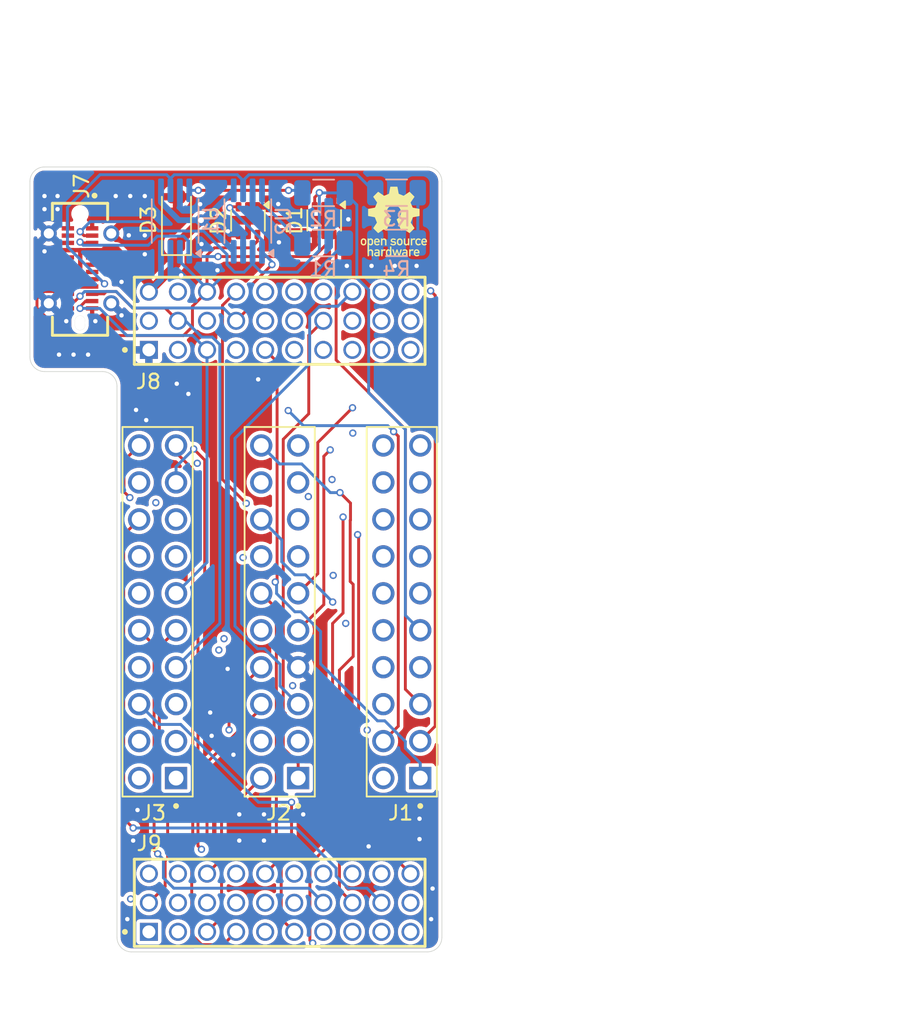
<source format=kicad_pcb>
(kicad_pcb (version 20241229) (generator "pcbnew") (generator_version "9.0")
  (layers (0 "F.Cu" mixed) (4 "In1.Cu" signal) (6 "In2.Cu" signal) (2 "B.Cu" mixed) (13 "F.Paste" user) (15 "B.Paste" user) (5 "F.SilkS" user "F.Silkscreen") (7 "B.SilkS" user "B.Silkscreen") (1 "F.Mask" user) (3 "B.Mask" user) (25 "Edge.Cuts" user))
  (net 0 "")
  (net 1 "+12V")
  (net 2 "SBU1")
  (net 3 "GND")
  (net 4 "2")
  (net 5 "4")
  (net 6 "CAN1_L")
  (net 7 "CAN2_L")
  (net 8 "8")
  (net 9 "10")
  (net 10 "12")
  (net 11 "13")
  (net 12 "15")
  (net 13 "CAN1_H")
  (net 14 "CAN2_H")
  (net 15 "18")
  (net 16 "20")
  (net 17 "CAN0_H")
  (net 18 "CAN0_L")
  (net 20 "Net-(R1-Pad2)")
  (net 21 "Net-(R2-Pad1)")
  (net 22 "6")
  (net 23 "7")
  (net 24 "19")
  (net 25 "11")
  (net 26 "14")
  (net 27 "17")
  (net 28 "1")
  (net 29 "9")
  (net 30 "16")
  (net 31 "30")
  (net 32 "40")
  (net 33 "25")
  (net 34 "23")
  (net 35 "38")
  (net 36 "26")
  (net 37 "35")
  (net 38 "34")
  (net 39 "39")
  (net 40 "36")
  (net 41 "31")
  (net 42 "22")
  (net 43 "28")
  (net 44 "37")
  (net 45 "33")
  (net 46 "29")
  (net 47 "21")
  (net 48 "27")
  (net 49 "49")
  (net 50 "53")
  (net 51 "59")
  (net 52 "48")
  (net 53 "47")
  (net 54 "56")
  (net 55 "52")
  (net 56 "57")
  (net 57 "41")
  (net 58 "58")
  (net 59 "45")
  (net 60 "54")
  (net 61 "60")
  (net 62 "55")
  (net 63 "51")
  (net 64 "50")
  (net 65 "43")
  (net 66 "42")
  (net 75 "Net-(R3-Pad2)")
  (footprint "PSA:GCT_USB4115-03-C_REVB4" (layer "F.Cu") (at 91.945 98.57 -90)
    (property "Reference" "J7")
    (property "Value" "USB_C_Receptacle")
    (fp_line (start 3.6 0.35) (end 3.75 0.35) (stroke (width 0.01)) (layer "Edge.Cuts"))
    (fp_line (start 3.75 0.35) (end 3.9 0.35) (stroke (width 0.01)) (layer "Edge.Cuts"))
    (fp_line (start 3.75 -0.35) (end 3.6 -0.35) (stroke (width 0.01)) (layer "Edge.Cuts"))
    (fp_line (start 3.9 -0.35) (end 3.75 -0.35) (stroke (width 0.01)) (layer "Edge.Cuts"))
    (fp_arc (start 3.6 0.35) (mid 3.352513 0.247487) (end 3.25 0) (stroke (width 0.01)) (layer "Edge.Cuts"))
    (fp_arc (start 3.25 0) (mid 3.352513 -0.247487) (end 3.6 -0.35) (stroke (width 0.01)) (layer "Edge.Cuts"))
    (fp_arc (start 4.25 0) (mid 4.147487 0.247487) (end 3.9 0.35) (stroke (width 0.01)) (layer "Edge.Cuts"))
    (fp_arc (start 3.9 -0.35) (mid 4.147487 -0.247487) (end 4.25 0) (stroke (width 0.01)) (layer "Edge.Cuts"))
  )
  (footprint "PSA:10129381-920003BLF" (layer "F.Cu") (at 97.282 122.174 90)
    (property "Reference" "J3")
    (property "Value" "to_ESP_3")
  )
  (footprint "PSA:SAMTEC_TW-10-X-X-T-X-X" (layer "F.Cu") (at 96.682 144.174)
    (property "Reference" "J9")
    (property "Value" "B2B_2")
  )
  (footprint "PSA:SAMTEC_TW-10-X-X-T-X-X" (layer "F.Cu") (at 96.682 104.174)
    (property "Reference" "J8")
    (property "Value" "B2B_1")
  )
  (footprint "Diode_SMD:D_SOD-123" (layer "F.Cu") (at 98.58 95.2975 90)
    (property "Reference" "D3")
    (property "Value" "SMF16A")
  )
  (footprint "PSA:10129381-920003BLF" (layer "F.Cu") (at 105.682 122.174 90)
    (property "Reference" "J2")
    (property "Value" "to_EPS_2")
  )
  (footprint "Package_TO_SOT_SMD:SOT-363_SC-70-6" (layer "F.Cu") (at 108.7425 95.28 -90)
    (property "Reference" "D1")
    (property "Value" "BAS40TW-AU")
  )
  (footprint "PSA:10129381-920003BLF" (layer "F.Cu") (at 114.082 122.174 90)
    (property "Reference" "J1")
    (property "Value" "to_EPS_1")
  )
  (footprint "Package_TO_SOT_SMD:SOT-363_SC-70-6" (layer "F.Cu") (at 103.5 95.29 -90)
    (property "Reference" "D2")
    (property "Value" "BAS40TW-AU")
  )
  (footprint "Resistor_SMD:R_1206_3216Metric" (layer "B.Cu") (at 113.72 96.82 180)
    (property "Reference" "R4")
    (property "Value" "120R")
  )
  (footprint "Resistor_SMD:R_1206_3216Metric" (layer "B.Cu") (at 113.72 93.37)
    (property "Reference" "R3")
    (property "Value" "120R")
  )
  (footprint "Resistor_SMD:R_1206_3216Metric" (layer "B.Cu") (at 108.7025 96.8325 180)
    (property "Reference" "R1")
    (property "Value" "120R")
  )
  (footprint "Package_SO:MSOP-8_3x3mm_P0.65mm" (layer "B.Cu") (at 98.49 95.32 90)
    (property "Reference" "U1")
    (property "Value" "DG419LEUA")
  )
  (footprint "Resistor_SMD:R_1206_3216Metric" (layer "B.Cu") (at 108.7025 93.3825)
    (property "Reference" "R2")
    (property "Value" "120R")
  )
  (footprint "Package_SO:MSOP-8_3x3mm_P0.65mm" (layer "B.Cu") (at 103.49 95.32 90)
    (property "Reference" "U2")
    (property "Value" "DG419LEUA")
  )
  (gr_poly (pts (xy 113.608337 97.597077) (xy 113.610215 97.597077) (xy 113.717954 97.264443) (xy 113.787301 97.264443) (xy 113.895039 97.597077) (xy 113.896971 97.597077) (xy 113.987802 97.264443) (xy 114.089032 97.264443) (xy 113.937267 97.739503) (xy 113.852891 97.739503) (xy 113.753566 97.406842) (xy 113.751688 97.406842) (xy 113.652364 97.739503) (xy 113.568041 97.739503) (xy 113.416249 97.264443) (xy 113.517426 97.264443)) (fill yes) (layer "F.SilkS"))
  (gr_poly (pts (xy 115.627266 96.508623) (xy 115.63696 96.5093) (xy 115.646544 96.51042) (xy 115.656004 96.511977) (xy 115.665326 96.513967) (xy 115.674497 96.516382) (xy 115.683501 96.519217) (xy 115.692324 96.522465) (xy 115.700953 96.526121) (xy 115.709374 96.530179) (xy 115.717572 96.534633) (xy 115.725533 96.539476) (xy 115.733244 96.544703) (xy 115.74069 96.550307) (xy 115.747856 96.556284) (xy 115.754729 96.562626) (xy 115.761296 96.569328) (xy 115.76754 96.576383) (xy 115.773449 96.583787) (xy 115.779009 96.591532) (xy 115.784205 96.599613) (xy 115.789023 96.608024) (xy 115.793449 96.616758) (xy 115.79747 96.625811) (xy 115.80107 96.635175) (xy 115.804235 96.644845) (xy 115.806953 96.654814) (xy 115.809208 96.665078) (xy 115.810986 96.675629) (xy 115.812274 96.686463) (xy 115.813057 96.697572) (xy 115.813321 96.708951) (xy 115.813321 96.787664) (xy 115.517226 96.787664) (xy 115.517365 96.794844) (xy 115.517779 96.801798) (xy 115.518461 96.808528) (xy 115.519406 96.815031) (xy 115.52061 96.821309) (xy 115.522066 96.827361) (xy 115.523769 96.833187) (xy 115.525714 96.838786) (xy 115.527894 96.844159) (xy 115.530305 96.849305) (xy 115.532941 96.854224) (xy 115.535797 96.858917) (xy 115.538867 96.863382) (xy 115.542146 96.86762) (xy 115.545628 96.87163) (xy 115.549307 96.875413) (xy 115.553179 96.878967) (xy 115.557237 96.882294) (xy 115.561477 96.885392) (xy 115.565893 96.888262) (xy 115.570479 96.890903) (xy 115.575229 96.893316) (xy 115.58014 96.8955) (xy 115.585204 96.897454) (xy 115.590416 96.899179) (xy 115.595772 96.900675) (xy 115.601265 96.901941) (xy 115.60689 96.902978) (xy 115.612641 96.903784) (xy 115.618514 96.90436) (xy 115.624502 96.904706) (xy 115.6306 96.904821) (xy 115.637481 96.904624) (xy 115.644405 96.904039) (xy 115.651354 96.903072) (xy 115.658307 96.90173) (xy 115.665243 96.90002) (xy 115.672142 96.897948) (xy 115.678983 96.895523) (xy 115.685746 96.89275) (xy 115.69241 96.889636) (xy 115.698956 96.886189) (xy 115.705362 96.882416) (xy 115.711607 96.878322) (xy 115.717673 96.873916) (xy 115.723537 96.869204) (xy 115.72918 96.864193) (xy 115.734582 96.85889) (xy 115.803929 96.917892) (xy 115.79499 96.927711) (xy 115.785737 96.936796) (xy 115.776186 96.945163) (xy 115.766354 96.952824) (xy 115.756257 96.959794) (xy 115.745912 96.966085) (xy 115.735335 96.971712) (xy 115.724544 96.976689) (xy 115.713555 96.981028) (xy 115.702384 96.984745) (xy 115.691048 96.987852) (xy 115.679564 96.990364) (xy 115.667949 96.992293) (xy 115.656218 96.993654) (xy 115.644389 96.994461) (xy 115.632479 96.994727) (xy 115.614048 96.994153) (xy 115.595434 96.992332) (xy 115.576826 96.989115) (xy 115.558413 96.984356) (xy 115.540385 96.977906) (xy 115.531574 96.974) (xy 115.522931 96.969616) (xy 115.514479 96.964735) (xy 115.506241 96.959339) (xy 115.498241 96.953409) (xy 115.490504 96.946927) (xy 115.483051 96.939873) (xy 115.475908 96.93223) (xy 115.469098 96.92398) (xy 115.462645 96.915103) (xy 115.456572 96.90558) (xy 115.450902 96.895395) (xy 115.445661 96.884527) (xy 115.44087 96.872959) (xy 115.436555 96.860673) (xy 115.432738 96.847648) (xy 115.429443 96.833868) (xy 115.426694 96.819313) (xy 115.424515 96.803965) (xy 115.42293 96.787805) (xy 115.421961 96.770815) (xy 115.421633 96.752977) (xy 115.421934 96.736036) (xy 115.422822 96.719814) (xy 115.423839 96.708977) (xy 115.517226 96.708977) (xy 115.717727 96.708977) (xy 115.71735 96.702307) (xy 115.716753 96.695836) (xy 115.715939 96.689565) (xy 115.714913 96.683494) (xy 115.713679 96.677625) (xy 115.712242 96.671959) (xy 115.710606 96.666495) (xy 115.708775 96.661235) (xy 115.706754 96.656181) (xy 115.704546 96.651331) (xy 115.702156 96.646689) (xy 115.699588 96.642254) (xy 115.696847 96.638026) (xy 115.693936 96.634008) (xy 115.69086 96.6302) (xy 115.687624 96.626603) (xy 115.684232 96.623217) (xy 115.680687 96.620043) (xy 115.676994 96.617083) (xy 115.673158 96.614336) (xy 115.669182 96.611805) (xy 115.665071 96.609489) (xy 115.66083 96.60739) (xy 115.656462 96.605508) (xy 115.651972 96.603845) (xy 115.647364 96.6024) (xy 115.642642 96.601176) (xy 115.63781 96.600172) (xy 115.632874 96.59939) (xy 115.627837 96.59883) (xy 115.622703 96.598494) (xy 115.617476 96.598382) (xy 115.612247 96.598494) (xy 115.607106 96.59883) (xy 115.602056 96.59939) (xy 115.597102 96.600172) (xy 115.592251 96.601176) (xy 115.587506 96.6024) (xy 115.582871 96.603845) (xy 115.578353 96.605508) (xy 115.573956 96.60739) (xy 115.569684 96.609489) (xy 115.565543 96.611805) (xy 115.561537 96.614336) (xy 115.557671 96.617083) (xy 115.55395 96.620043) (xy 115.550379 96.623217) (xy 115.546962 96.626603) (xy 115.543704 96.6302) (xy 115.540611 96.634008) (xy 115.537686 96.638026) (xy 115.534935 96.642253) (xy 115.532363 96.646689) (xy 115.529974 96.651331) (xy 115.527773 96.65618) (xy 115.525765 96.661235) (xy 115.523955 96.666495) (xy 115.522347 96.671958) (xy 115.520947 96.677625) (xy 115.519759 96.683494) (xy 115.518788 96.689565) (xy 115.518039 96.695836) (xy 115.517517 96.702307) (xy 115.517226 96.708977) (xy 115.423839 96.708977) (xy 115.424278 96.704297) (xy 115.426279 96.689475) (xy 115.428804 96.675336) (xy 115.431832 96.661867) (xy 115.435341 96.649057) (xy 115.439311 96.636895) (xy 115.44372 96.625367) (xy 115.448547 96.614463) (xy 115.453771 96.604171) (xy 115.45937 96.594479) (xy 115.465323 96.585375) (xy 115.47161 96.576847) (xy 115.478208 96.568883) (xy 115.485096 96.561472) (xy 115.492254 96.554601) (xy 115.499659 96.54826) (xy 115.507291 96.542436) (xy 115.515129 96.537116) (xy 115.523151 96.532291) (xy 115.531336 96.527947) (xy 115.539663 96.524073) (xy 115.54811 96.520656) (xy 115.556657 96.517686) (xy 115.565281 96.515151) (xy 115.573962 96.513038) (xy 115.582679 96.511335) (xy 115.600134 96.509115) (xy 115.617477 96.508396)) (fill yes) (layer "F.SilkS"))
  (gr_poly (pts (xy 112.891463 97.258971) (xy 112.898445 97.259455) (xy 112.905283 97.260253) (xy 112.911984 97.261354) (xy 112.918551 97.262753) (xy 112.924992 97.264439) (xy 112.931312 97.266406) (xy 112.937516 97.268644) (xy 112.943609 97.271145) (xy 112.949599 97.273902) (xy 112.955489 97.276907) (xy 112.961286 97.28015) (xy 112.966996 97.283624) (xy 112.972624 97.28732) (xy 112.978175 97.29123) (xy 112.983655 97.295347) (xy 112.914335 97.377818) (xy 112.910191 97.374768) (xy 112.906179 97.371955) (xy 112.902278 97.369374) (xy 112.898463 97.367018) (xy 112.894715 97.364883) (xy 112.891011 97.362962) (xy 112.887329 97.361251) (xy 112.883646 97.359743) (xy 112.879942 97.358434) (xy 112.876194 97.357317) (xy 112.872379 97.356387) (xy 112.868477 97.355639) (xy 112.864465 97.355066) (xy 112.860321 97.354664) (xy 112.856023 97.354427) (xy 112.851549 97.354349) (xy 112.842785 97.354703) (xy 112.834109 97.355775) (xy 112.825586 97.357577) (xy 112.817283 97.360124) (xy 112.813234 97.361681) (xy 112.809265 97.363429) (xy 112.805383 97.36537) (xy 112.801598 97.367505) (xy 112.797917 97.369837) (xy 112.794349 97.372366) (xy 112.790901 97.375096) (xy 112.787583 97.378026) (xy 112.784401 97.38116) (xy 112.781366 97.384498) (xy 112.778484 97.388042) (xy 112.775764 97.391795) (xy 112.773214 97.395758) (xy 112.770843 97.399932) (xy 112.768658 97.404319) (xy 112.766669 97.408921) (xy 112.764882 97.413739) (xy 112.763307 97.418776) (xy 112.761952 97.424033) (xy 112.760825 97.429511) (xy 112.759934 97.435212) (xy 112.759287 97.441139) (xy 112.758893 97.447292) (xy 112.75876 97.453674) (xy 112.75876 97.739503) (xy 112.663192 97.739503) (xy 112.663192 97.264443) (xy 112.75876 97.264443) (xy 112.75876 97.315032) (xy 112.760638 97.315032) (xy 112.766412 97.308226) (xy 112.772485 97.30186) (xy 112.77885 97.295931) (xy 112.785498 97.290441) (xy 112.792421 97.28539) (xy 112.79961 97.280778) (xy 112.807058 97.276605) (xy 112.814755 97.272871) (xy 112.822694 97.269575) (xy 112.830867 97.266719) (xy 112.839264 97.264302) (xy 112.847878 97.262324) (xy 112.856699 97.260786) (xy 112.865721 97.259687) (xy 112.874934 97.259028) (xy 112.884331 97.258808)) (fill yes) (layer "F.SilkS"))
  (gr_poly (pts (xy 114.302585 97.259279) (xy 114.323184 97.260728) (xy 114.342798 97.263213) (xy 114.352216 97.264861) (xy 114.361364 97.266789) (xy 114.370233 97.269004) (xy 114.378816 97.271513) (xy 114.387104 97.274323) (xy 114.395089 97.27744) (xy 114.402764 97.280873) (xy 114.410119 97.284628) (xy 114.417148 97.288711) (xy 114.423842 97.293131) (xy 114.430193 97.297894) (xy 114.436192 97.303007) (xy 114.441833 97.308477) (xy 114.447106 97.314311) (xy 114.452003 97.320517) (xy 114.456517 97.3271) (xy 114.46064 97.334069) (xy 114.464363 97.34143) (xy 114.467678 97.34919) (xy 114.470577 97.357357) (xy 114.473053 97.365937) (xy 114.475096 97.374937) (xy 114.4767 97.384365) (xy 114.477855 97.394227) (xy 114.478554 97.404531) (xy 114.478789 97.415283) (xy 114.478789 97.739503) (xy 114.383195 97.739503) (xy 114.383169 97.739503) (xy 114.383169 97.697328) (xy 114.381317 97.697328) (xy 114.377467 97.703276) (xy 114.373282 97.70881) (xy 114.368734 97.713934) (xy 114.363796 97.718651) (xy 114.35844 97.722967) (xy 114.35264 97.726885) (xy 114.346367 97.730411) (xy 114.339595 97.733547) (xy 114.332296 97.736298) (xy 114.324444 97.738669) (xy 114.316009 97.740663) (xy 114.306966 97.742286) (xy 114.297287 97.74354) (xy 114.286944 97.744431) (xy 114.275911 97.744962) (xy 114.264159 97.745139) (xy 114.254362 97.744956) (xy 114.244826 97.744413) (xy 114.235554 97.743519) (xy 114.226551 97.74228) (xy 114.217818 97.740705) (xy 114.209359 97.738801) (xy 114.201178 97.736577) (xy 114.193278 97.73404) (xy 114.185662 97.731198) (xy 114.178334 97.72806) (xy 114.171295 97.724632) (xy 114.164551 97.720924) (xy 114.158104 97.716942) (xy 114.151958 97.712695) (xy 114.146115 97.708191) (xy 114.140579 97.703437) (xy 114.135353 97.698442) (xy 114.130441 97.693213) (xy 114.125845 97.687758) (xy 114.12157 97.682085) (xy 114.117618 97.676202) (xy 114.113992 97.670116) (xy 114.110696 97.663837) (xy 114.107733 97.657371) (xy 114.105107 97.650727) (xy 114.10282 97.643912) (xy 114.100876 97.636935) (xy 114.099278 97.629802) (xy 114.09803 97.622523) (xy 114.097134 97.615105) (xy 114.096594 97.607555) (xy 114.096413 97.599883) (xy 114.096515 97.595199) (xy 114.186425 97.595199) (xy 114.186725 97.601118) (xy 114.187639 97.606914) (xy 114.189187 97.612551) (xy 114.191391 97.617995) (xy 114.192745 97.620633) (xy 114.19427 97.623209) (xy 114.195969 97.625718) (xy 114.197845 97.628157) (xy 114.1999 97.63052) (xy 114.202136 97.632803) (xy 114.204557 97.635002) (xy 114.207165 97.637112) (xy 114.209962 97.639129) (xy 114.21295 97.641049) (xy 114.216134 97.642866) (xy 114.219514 97.644576) (xy 114.223094 97.646176) (xy 114.226877 97.647659) (xy 114.230864 97.649023) (xy 114.235058 97.650262) (xy 114.244079 97.652348) (xy 114.253959 97.653883) (xy 114.264721 97.65483) (xy 114.276383 97.655154) (xy 114.290707 97.655041) (xy 114.303838 97.654648) (xy 114.315813 97.653889) (xy 114.32667 97.652682) (xy 114.331691 97.651884) (xy 114.336446 97.650942) (xy 114.34094 97.649846) (xy 114.345177 97.648586) (xy 114.349162 97.647151) (xy 114.352901 97.64553) (xy 114.356396 97.643713) (xy 114.359654 97.64169) (xy 114.362678 97.639449) (xy 114.365474 97.636981) (xy 114.368046 97.634276) (xy 114.370398 97.631322) (xy 114.372535 97.628109) (xy 114.374463 97.624626) (xy 114.376184 97.620864) (xy 114.377705 97.616812) (xy 114.37903 97.612458) (xy 114.380163 97.607794) (xy 114.381109 97.602807) (xy 114.381872 97.597489) (xy 114.382458 97.591828) (xy 114.382871 97.585813) (xy 114.383115 97.579435) (xy 114.383195 97.572683) (xy 114.383195 97.537996) (xy 114.268895 97.537996) (xy 114.263712 97.538062) (xy 114.258703 97.538257) (xy 114.253869 97.538581) (xy 114.249209 97.539031) (xy 114.244722 97.539606) (xy 114.240406 97.540303) (xy 114.236262 97.54112) (xy 114.23229 97.542056) (xy 114.228487 97.543109) (xy 114.224854 97.544277) (xy 114.221389 97.545558) (xy 114.218093 97.546949) (xy 114.214964 97.54845) (xy 114.212002 97.550059) (xy 114.209206 97.551773) (xy 114.206576 97.55359) (xy 114.20411 97.555509) (xy 114.201808 97.557527) (xy 114.19967 97.559644) (xy 114.197694 97.561856) (xy 114.19588 97.564163) (xy 114.194228 97.566561) (xy 114.192736 97.56905) (xy 114.191404 97.571627) (xy 114.190231 97.574291) (xy 114.189217 97.577039) (xy 114.188361 97.57987) (xy 114.187662 97.582782) (xy 114.18712 97.585773) (xy 114.186733 97.58884) (xy 114.186502 97.591983) (xy 114.186425 97.595199) (xy 114.096515 97.595199) (xy 114.096567 97.592803) (xy 114.097028 97.585799) (xy 114.097796 97.57888) (xy 114.098869 97.572056) (xy 114.100249 97.565336) (xy 114.101933 97.558732) (xy 114.103922 97.552251) (xy 114.106215 97.545905) (xy 114.108811 97.539703) (xy 114.11171 97.533654) (xy 114.114912 97.527769) (xy 114.118415 97.522057) (xy 114.12222 97.516529) (xy 114.126325 97.511193) (xy 114.130731 97.50606) (xy 114.135436 97.50114) (xy 114.14044 97.496442) (xy 114.145743 97.491976) (xy 114.151344 97.487752) (xy 114.157243 97.483779) (xy 114.163438 97.480068) (xy 114.16993 97.476629) (xy 114.176718 97.47347) (xy 114.183801 97.470603) (xy 114.19118 97.468036) (xy 114.198852 97.465779) (xy 114.206818 97.463843) (xy 114.215077 97.462237) (xy 114.223629 97.460971) (xy 114.232473 97.460054) (xy 114.241609 97.459497) (xy 114.251036 97.459309) (xy 114.383169 97.459309) (xy 114.383169 97.409647) (xy 114.382826 97.401555) (xy 114.382394 97.397757) (xy 114.381787 97.394123) (xy 114.381002 97.390648) (xy 114.380037 97.387331) (xy 114.37889 97.38417) (xy 114.377561 97.381162) (xy 114.376045 97.378305) (xy 114.374343 97.375595) (xy 114.372451 97.373032) (xy 114.370369 97.370613) (xy 114.368093 97.368335) (xy 114.365623 97.366195) (xy 114.362956 97.364192) (xy 114.360091 97.362323) (xy 114.357025 97.360586) (xy 114.353756 97.358978) (xy 114.346605 97.356141) (xy 114.338622 97.353792) (xy 114.329792 97.351913) (xy 114.320099 97.350485) (xy 114.309529 97.349488) (xy 114.298067 97.348904) (xy 114.285697 97.348713) (xy 114.276688 97.348826) (xy 114.268266 97.349171) (xy 114.260402 97.349762) (xy 114.253068 97.35061) (xy 114.24959 97.351134) (xy 114.246233 97.351727) (xy 114.242994 97.352391) (xy 114.239869 97.353127) (xy 114.236855 97.353936) (xy 114.233948 97.35482) (xy 114.231145 97.355781) (xy 114.228441 97.35682) (xy 114.225833 97.357938) (xy 114.223317 97.359138) (xy 114.220891 97.36042) (xy 114.21855 97.361786) (xy 114.21629 97.363238) (xy 114.214109 97.364778) (xy 114.212001 97.366406) (xy 114.209965 97.368124) (xy 114.207996 97.369935) (xy 114.206091 97.371838) (xy 114.204245 97.373837) (xy 114.202456 97.375932) (xy 114.20072 97.378124) (xy 114.199033 97.380417) (xy 114.197391 97.38281) (xy 114.195791 97.385306) (xy 114.120808 97.328155) (xy 114.127847 97.319031) (xy 114.135265 97.310636) (xy 114.143064 97.302951) (xy 114.151251 97.295955) (xy 114.159828 97.289631) (xy 114.168799 97.283959) (xy 114.178168 97.278919) (xy 114.187939 97.274491) (xy 114.198117 97.270657) (xy 114.208705 97.267397) (xy 114.219707 97.264692) (xy 114.231127 97.262522) (xy 114.242969 97.260868) (xy 114.255237 97.259711) (xy 114.267934 97.25903) (xy 114.281066 97.258808)) (fill yes) (layer "F.SilkS"))
  (gr_poly (pts (xy 111.958489 96.508726) (xy 111.968821 96.50962) (xy 111.978784 96.51108) (xy 111.988379 96.51308) (xy 111.997607 96.515597) (xy 112.006468 96.518606) (xy 112.014965 96.522081) (xy 112.023099 96.525998) (xy 112.03087 96.530332) (xy 112.038281 96.53506) (xy 112.045332 96.540155) (xy 112.052024 96.545593) (xy 112.05836 96.551349) (xy 112.064339 96.5574) (xy 112.069964 96.563719) (xy 112.075235 96.570282) (xy 112.079935 96.576596) (xy 112.084211 96.582974) (xy 112.088082 96.589547) (xy 112.091564 96.596444) (xy 112.093163 96.600056) (xy 112.094672 96.603798) (xy 112.096091 96.607686) (xy 112.097423 96.611737) (xy 112.09867 96.615967) (xy 112.099834 96.620393) (xy 112.101922 96.629896) (xy 112.103702 96.640377) (xy 112.105191 96.651966) (xy 112.106406 96.664793) (xy 112.107363 96.67899) (xy 112.108079 96.694686) (xy 112.10857 96.712013) (xy 112.108852 96.7311) (xy 112.108943 96.752078) (xy 112.10857 96.791822) (xy 112.107363 96.824607) (xy 112.106406 96.838712) (xy 112.105191 96.851463) (xy 112.103702 96.862991) (xy 112.101922 96.873422) (xy 112.099834 96.882887) (xy 112.097423 96.891514) (xy 112.094672 96.899432) (xy 112.091563 96.90677) (xy 112.088082 96.913656) (xy 112.084211 96.920219) (xy 112.079935 96.926589) (xy 112.075235 96.932894) (xy 112.069964 96.939457) (xy 112.064339 96.945777) (xy 112.05836 96.951827) (xy 112.052024 96.957584) (xy 112.045332 96.963022) (xy 112.038281 96.968117) (xy 112.03087 96.972844) (xy 112.023099 96.977178) (xy 112.014965 96.981096) (xy 112.010762 96.98289) (xy 112.006468 96.984571) (xy 112.002083 96.986135) (xy 111.997606 96.987579) (xy 111.993039 96.9889) (xy 111.988379 96.990096) (xy 111.983628 96.991162) (xy 111.978784 96.992096) (xy 111.973849 96.992895) (xy 111.968821 96.993556) (xy 111.963701 96.994075) (xy 111.958489 96.99445) (xy 111.953183 96.994677) (xy 111.947785 96.994753) (xy 111.938766 96.994493) (xy 111.929978 96.993721) (xy 111.92141 96.992456) (xy 111.91305 96.990712) (xy 111.904889 96.988508) (xy 111.896914 96.985859) (xy 111.889115 96.982781) (xy 111.881481 96.979292) (xy 111.874 96.975407) (xy 111.866663 96.971144) (xy 111.859457 96.966518) (xy 111.852372 96.961546) (xy 111.845396 96.956245) (xy 111.83852 96.950631) (xy 111.831731 96.94472) (xy 111.825019 96.938529) (xy 111.824675 97.315032) (xy 111.830778 97.308226) (xy 111.83714 97.301859) (xy 111.843755 97.295931) (xy 111.850616 97.290441) (xy 111.857719 97.28539) (xy 111.865058 97.280778) (xy 111.872628 97.276604) (xy 111.880422 97.27287) (xy 111.888436 97.269575) (xy 111.896665 97.266719) (xy 111.905101 97.264302) (xy 111.913741 97.262324) (xy 111.922578 97.260786) (xy 111.931607 97.259687) (xy 111.940823 97.259027) (xy 111.950219 97.258807) (xy 111.957187 97.258975) (xy 111.964198 97.259476) (xy 111.971234 97.260309) (xy 111.978278 97.261474) (xy 111.985314 97.262968) (xy 111.992323 97.264792) (xy 111.999289 97.266943) (xy 112.006194 97.269421) (xy 112.01302 97.272224) (xy 112.019751 97.27535) (xy 112.026369 97.2788) (xy 112.032856 97.282572) (xy 112.039196 97.286664) (xy 112.045371 97.291075) (xy 112.051364 97.295804) (xy 112.057157 97.30085) (xy 112.062734 97.306212) (xy 112.068076 97.311888) (xy 112.073167 97.317877) (xy 112.077988 97.324178) (xy 112.082524 97.33079) (xy 112.086756 97.337712) (xy 112.090667 97.344943) (xy 112.09424 97.35248) (xy 112.097458 97.360324) (xy 112.100303 97.368472) (xy 112.102757 97.376924) (xy 112.104805 97.385678) (xy 112.106427 97.394734) (xy 112.107607 97.404089) (xy 112.108328 97.413744) (xy 112.108573 97.423696) (xy 112.108573 97.739502) (xy 112.013005 97.739502) (xy 112.013005 97.456531) (xy 112.012888 97.450546) (xy 112.012539 97.444723) (xy 112.011965 97.439063) (xy 112.011169 97.433568) (xy 112.010157 97.42824) (xy 112.008934 97.423081) (xy 112.007505 97.418093) (xy 112.005874 97.413278) (xy 112.004047 97.408637) (xy 112.002029 97.404172) (xy 111.999824 97.399886) (xy 111.997438 97.39578) (xy 111.994876 97.391856) (xy 111.992142 97.388115) (xy 111.989241 97.384561) (xy 111.98618 97.381194) (xy 111.982961 97.378017) (xy 111.979591 97.375031) (xy 111.976075 97.372238) (xy 111.972417 97.369641) (xy 111.968623 97.367241) (xy 111.964696 97.365039) (xy 111.960643 97.363038) (xy 111.956469 97.36124) (xy 111.952178 97.359647) (xy 111.947775 97.358259) (xy 111.943265 97.357081) (xy 111.938654 97.356112) (xy 111.933945 97.355355) (xy 111.929145 97.354812) (xy 111.924258 97.354485) (xy 111.91929 97.354376) (xy 111.914237 97.354485) (xy 111.909271 97.354812) (xy 111.904398 97.355355) (xy 111.899621 97.356112) (xy 111.894946 97.357081) (xy 111.890378 97.358259) (xy 111.88592 97.359647) (xy 111.881579 97.36124) (xy 111.877359 97.363038) (xy 111.873264 97.365039) (xy 111.8693 97.367241) (xy 111.865471 97.369641) (xy 111.861782 97.372239) (xy 111.858237 97.375031) (xy 111.854843 97.378017) (xy 111.851603 97.381194) (xy 111.848522 97.384561) (xy 111.845605 97.388116) (xy 111.842857 97.391856) (xy 111.840282 97.39578) (xy 111.837886 97.399886) (xy 111.835673 97.404172) (xy 111.833648 97.408637) (xy 111.831816 97.413278) (xy 111.830181 97.418093) (xy 111.828749 97.423081) (xy 111.827524 97.42824) (xy 111.826511 97.433568) (xy 111.825715 97.439063) (xy 111.82514 97.444723) (xy 111.824792 97.450546) (xy 111.824675 97.456531) (xy 111.824675 97.739503) (xy 111.729081 97.739503) (xy 111.729081 96.752051) (xy 111.825019 96.752051) (xy 111.825394 96.778018) (xy 111.826038 96.791037) (xy 111.827142 96.803906) (xy 111.828822 96.816495) (xy 111.831196 96.828674) (xy 111.834379 96.840311) (xy 111.836311 96.845886) (xy 111.838489 96.851277) (xy 111.840928 96.856467) (xy 111.843643 96.861441) (xy 111.846647 96.866181) (xy 111.849956 96.870673) (xy 111.853585 96.874898) (xy 111.857547 96.878842) (xy 111.861857 96.882487) (xy 111.866531 96.885818) (xy 111.871581 96.888818) (xy 111.877025 96.891471) (xy 111.882874 96.89376) (xy 111.889145 96.89567) (xy 111.895852 96.897184) (xy 111.90301 96.898285) (xy 111.910632 96.898958) (xy 111.918734 96.899186) (xy 111.92692 96.898971) (xy 111.934622 96.898337) (xy 111.941853 96.897295) (xy 111.948629 96.895861) (xy 111.954964 96.894048) (xy 111.960873 96.89187) (xy 111.966371 96.88934) (xy 111.971473 96.886473) (xy 111.976193 96.883281) (xy 111.980547 96.87978) (xy 111.984548 96.875981) (xy 111.988212 96.8719) (xy 111.991553 96.86755) (xy 111.994587 96.862945) (xy 111.997327 96.858098) (xy 111.999789 96.853023) (xy 112.001988 96.847734) (xy 112.003938 96.842245) (xy 112.005653 96.836569) (xy 112.00715 96.83072) (xy 112.008442 96.824712) (xy 112.009544 96.818559) (xy 112.011238 96.805871) (xy 112.01235 96.792766) (xy 112.012999 96.779355) (xy 112.013301 96.765746) (xy 112.013376 96.752051) (xy 112.012999 96.724427) (xy 112.01235 96.710887) (xy 112.011238 96.697674) (xy 112.009544 96.684895) (xy 112.00715 96.672659) (xy 112.003938 96.661075) (xy 112.001988 96.65556) (xy 111.999789 96.650249) (xy 111.997327 96.645155) (xy 111.994587 96.640292) (xy 111.991553 96.635673) (xy 111.988212 96.631311) (xy 111.984548 96.62722) (xy 111.980547 96.623414) (xy 111.976193 96.619907) (xy 111.971473 96.616711) (xy 111.966371 96.61384) (xy 111.960873 96.611308) (xy 111.954964 96.609128) (xy 111.948629 96.607315) (xy 111.941853 96.605881) (xy 111.934622 96.604839) (xy 111.92692 96.604205) (xy 111.918734 96.60399) (xy 111.910634 96.604218) (xy 111.903014 96.604891) (xy 111.895858 96.605993) (xy 111.889153 96.607508) (xy 111.882883 96.609419) (xy 111.877034 96.611712) (xy 111.871592 96.614368) (xy 111.866542 96.617373) (xy 111.861869 96.62071) (xy 111.857559 96.624363) (xy 111.853596 96.628316) (xy 111.849968 96.632553) (xy 111.846659 96.637057) (xy 111.843654 96.641813) (xy 111.840939 96.646805) (xy 111.838499 96.652016) (xy 111.83632 96.65743) (xy 111.834388 96.66303) (xy 111.832687 96.668802) (xy 111.831202 96.674729) (xy 111.829921 96.680794) (xy 111.828827 96.686982) (xy 111.827145 96.699661) (xy 111.82604 96.712636) (xy 111.825395 96.725779) (xy 111.825093 96.73896) (xy 111.825019 96.752051) (xy 111.729081 96.752051) (xy 111.729081 96.514058) (xy 111.825019 96.514058) (xy 111.825019 96.563721) (xy 111.830806 96.557693) (xy 111.836909 96.551925) (xy 111.843313 96.546435) (xy 111.850005 96.541239) (xy 111.856971 96.536357) (xy 111.864198 96.531806) (xy 111.871671 96.527604) (xy 111.879377 96.523769) (xy 111.887303 96.520318) (xy 111.895435 96.517269) (xy 111.903759 96.51464) (xy 111.912262 96.51245) (xy 111.920929 96.510715) (xy 111.929748 96.509453) (xy 111.938705 96.508684) (xy 111.947785 96.508423)) (fill yes) (layer "F.SilkS"))
  (gr_poly (pts (xy 114.812038 97.258971) (xy 114.819013 97.259455) (xy 114.825847 97.260253) (xy 114.832545 97.261354) (xy 114.839112 97.262753) (xy 114.845553 97.264439) (xy 114.851874 97.266406) (xy 114.858079 97.268644) (xy 114.864176 97.271145) (xy 114.870168 97.273902) (xy 114.876062 97.276907) (xy 114.881863 97.28015) (xy 114.887575 97.283624) (xy 114.893205 97.28732) (xy 114.898758 97.29123) (xy 114.904239 97.295347) (xy 114.834892 97.377818) (xy 114.830749 97.374768) (xy 114.826738 97.371955) (xy 114.822837 97.369374) (xy 114.819024 97.367018) (xy 114.815278 97.364883) (xy 114.811575 97.362962) (xy 114.807894 97.361251) (xy 114.804213 97.359743) (xy 114.80051 97.358434) (xy 114.796762 97.357317) (xy 114.792948 97.356387) (xy 114.789045 97.355639) (xy 114.785032 97.355066) (xy 114.780886 97.354664) (xy 114.776584 97.354427) (xy 114.772106 97.354349) (xy 114.763338 97.354703) (xy 114.75466 97.355775) (xy 114.746136 97.357577) (xy 114.737833 97.360124) (xy 114.733785 97.361681) (xy 114.729816 97.363429) (xy 114.725936 97.36537) (xy 114.722152 97.367505) (xy 114.718473 97.369837) (xy 114.714906 97.372366) (xy 114.71146 97.375096) (xy 114.708143 97.378026) (xy 114.704964 97.38116) (xy 114.70193 97.384498) (xy 114.69905 97.388042) (xy 114.696332 97.391795) (xy 114.693784 97.395758) (xy 114.691415 97.399932) (xy 114.689232 97.404319) (xy 114.687245 97.408921) (xy 114.68546 97.413739) (xy 114.683887 97.418776) (xy 114.682533 97.424033) (xy 114.681406 97.429511) (xy 114.680516 97.435212) (xy 114.67987 97.441139) (xy 114.679477 97.447292) (xy 114.679344 97.453674) (xy 114.679344 97.739503) (xy 114.583803 97.739503) (xy 114.583803 97.264443) (xy 114.679344 97.264443) (xy 114.679344 97.315032) (xy 114.681249 97.315032) (xy 114.687022 97.308226) (xy 114.693094 97.30186) (xy 114.699458 97.295931) (xy 114.706104 97.290441) (xy 114.713025 97.28539) (xy 114.720212 97.280778) (xy 114.727657 97.276605) (xy 114.735352 97.272871) (xy 114.743289 97.269575) (xy 114.751459 97.266719) (xy 114.759854 97.264302) (xy 114.768465 97.262324) (xy 114.777286 97.260786) (xy 114.786306 97.259687) (xy 114.795518 97.259028) (xy 114.804915 97.258808)) (fill yes) (layer "F.SilkS"))
  (gr_poly (pts (xy 111.458886 96.508489) (xy 111.465563 96.508762) (xy 111.472069 96.509209) (xy 111.478407 96.509823) (xy 111.484578 96.510599) (xy 111.490584 96.51153) (xy 111.496428 96.51261) (xy 111.502113 96.513832) (xy 111.507639 96.51519) (xy 111.51301 96.516678) (xy 111.518228 96.518289) (xy 111.523295 96.520016) (xy 111.528213 96.521855) (xy 111.532984 96.523797) (xy 111.537611 96.525837) (xy 111.542096 96.527969) (xy 111.550649 96.532482) (xy 111.558659 96.537284) (xy 111.566146 96.542324) (xy 111.573126 96.547553) (xy 111.579617 96.552919) (xy 111.585638 96.558371) (xy 111.591206 96.563858) (xy 111.596339 96.56933) (xy 111.60294 96.57689) (xy 111.609045 96.584521) (xy 111.614664 96.592316) (xy 111.619807 96.60037) (xy 111.624484 96.608774) (xy 111.628704 96.617624) (xy 111.632477 96.627011) (xy 111.635812 96.63703) (xy 111.638719 96.647774) (xy 111.641207 96.659336) (xy 111.643286 96.67181) (xy 111.644965 96.685289) (xy 111.646255 96.699867) (xy 111.647164 96.715637) (xy 111.647703 96.732692) (xy 111.64788 96.751125) (xy 111.647703 96.769713) (xy 111.647164 96.786905) (xy 111.646255 96.802793) (xy 111.644965 96.817474) (xy 111.643286 96.831042) (xy 111.641207 96.843591) (xy 111.638719 96.855216) (xy 111.635812 96.866011) (xy 111.632477 96.876071) (xy 111.628704 96.88549) (xy 111.624484 96.894364) (xy 111.619807 96.902785) (xy 111.614664 96.91085) (xy 111.609045 96.918652) (xy 111.60294 96.926286) (xy 111.596339 96.933847) (xy 111.591206 96.939318) (xy 111.585638 96.944803) (xy 111.579617 96.950253) (xy 111.573126 96.955615) (xy 111.566146 96.96084) (xy 111.558659 96.965876) (xy 111.550649 96.970673) (xy 111.542096 96.975181) (xy 111.532984 96.979348) (xy 111.523295 96.983124) (xy 111.51301 96.986458) (xy 111.502113 96.9893) (xy 111.490584 96.991598) (xy 111.478407 96.993303) (xy 111.465563 96.994363) (xy 111.452036 96.994727) (xy 111.445183 96.994635) (xy 111.438503 96.994363) (xy 111.431995 96.993916) (xy 111.425656 96.993303) (xy 111.419483 96.992528) (xy 111.413475 96.991598) (xy 111.407629 96.99052) (xy 111.401943 96.9893) (xy 111.396415 96.987944) (xy 111.391043 96.986458) (xy 111.385824 96.98485) (xy 111.380756 96.983124) (xy 111.375837 96.981288) (xy 111.371065 96.979348) (xy 111.366437 96.97731) (xy 111.361952 96.975181) (xy 111.353398 96.970674) (xy 111.345387 96.965876) (xy 111.3379 96.96084) (xy 111.330919 96.955615) (xy 111.324427 96.950253) (xy 111.318406 96.944804) (xy 111.312838 96.939318) (xy 111.307705 96.933847) (xy 111.301105 96.926286) (xy 111.295001 96.918653) (xy 111.289383 96.910852) (xy 111.284241 96.902789) (xy 111.279566 96.894369) (xy 111.275349 96.885497) (xy 111.271578 96.876079) (xy 111.268246 96.866021) (xy 111.265342 96.855227) (xy 111.262856 96.843603) (xy 111.260779 96.831054) (xy 111.259102 96.817485) (xy 111.257814 96.802803) (xy 111.256906 96.786912) (xy 111.256368 96.769718) (xy 111.256191 96.751125) (xy 111.351758 96.751125) (xy 111.351826 96.763549) (xy 111.352035 96.774869) (xy 111.352396 96.78517) (xy 111.352917 96.794535) (xy 111.353609 96.80305) (xy 111.354481 96.810796) (xy 111.355542 96.817859) (xy 111.356802 96.824322) (xy 111.358271 96.83027) (xy 111.359958 96.835785) (xy 111.361873 96.840952) (xy 111.364026 96.845854) (xy 111.366425 96.850577) (xy 111.369081 96.855202) (xy 111.372003 96.859815) (xy 111.375201 96.864499) (xy 111.378018 96.868137) (xy 111.38119 96.871649) (xy 111.384697 96.87502) (xy 111.388519 96.878235) (xy 111.392639 96.881279) (xy 111.397035 96.884137) (xy 111.40169 96.886794) (xy 111.406583 96.889235) (xy 111.411697 96.891445) (xy 111.417011 96.893409) (xy 111.422507 96.895112) (xy 111.428165 96.896539) (xy 111.433966 96.897675) (xy 111.439891 96.898504) (xy 111.44592 96.899013) (xy 111.452036 96.899186) (xy 111.458146 96.899013) (xy 111.464172 96.898503) (xy 111.470093 96.897672) (xy 111.475891 96.896535) (xy 111.481547 96.895106) (xy 111.487041 96.893402) (xy 111.492355 96.891436) (xy 111.497468 96.889225) (xy 111.502362 96.886783) (xy 111.507017 96.884125) (xy 111.511416 96.881267) (xy 111.515537 96.878224) (xy 111.519362 96.87501) (xy 111.522872 96.871642) (xy 111.526048 96.868133) (xy 111.527505 96.866331) (xy 111.528871 96.864499) (xy 111.532068 96.859816) (xy 111.534989 96.855204) (xy 111.537644 96.850583) (xy 111.540041 96.845869) (xy 111.542192 96.84098) (xy 111.544105 96.835834) (xy 111.545789 96.830347) (xy 111.547256 96.824438) (xy 111.548514 96.818024) (xy 111.549572 96.811022) (xy 111.550442 96.803351) (xy 111.551132 96.794926) (xy 111.551651 96.785666) (xy 111.55201 96.775489) (xy 111.552286 96.752052) (xy 111.552219 96.739628) (xy 111.55201 96.728306) (xy 111.551651 96.718003) (xy 111.551132 96.708634) (xy 111.550442 96.700117) (xy 111.549572 96.692367) (xy 111.548514 96.685301) (xy 111.547256 96.678835) (xy 111.545789 96.672885) (xy 111.544105 96.667369) (xy 111.542192 96.662202) (xy 111.540041 96.6573) (xy 111.537644 96.65258) (xy 111.534989 96.647959) (xy 111.532068 96.643353) (xy 111.528871 96.638677) (xy 111.526048 96.635039) (xy 111.522872 96.631527) (xy 111.519362 96.628157) (xy 111.515537 96.624942) (xy 111.511416 96.621898) (xy 111.507017 96.61904) (xy 111.502362 96.616383) (xy 111.497468 96.613942) (xy 111.492355 96.611732) (xy 111.487041 96.609768) (xy 111.481547 96.608065) (xy 111.475891 96.606638) (xy 111.470093 96.605502) (xy 111.464172 96.604672) (xy 111.458146 96.604163) (xy 111.452036 96.60399) (xy 111.44592 96.604164) (xy 111.439891 96.604673) (xy 111.433966 96.605505) (xy 111.428165 96.606642) (xy 111.422507 96.608071) (xy 111.417011 96.609775) (xy 111.411697 96.611741) (xy 111.406583 96.613952) (xy 111.40169 96.616394) (xy 111.397035 96.619052) (xy 111.392639 96.62191) (xy 111.388519 96.624953) (xy 111.384697 96.628166) (xy 111.38119 96.631535) (xy 111.378018 96.635044) (xy 111.376564 96.636846) (xy 111.375201 96.638677) (xy 111.372003 96.643352) (xy 111.369081 96.647957) (xy 111.366425 96.652574) (xy 111.364026 96.657285) (xy 111.361873 96.662173) (xy 111.359958 96.66732) (xy 111.358271 96.672808) (xy 111.356802 96.678719) (xy 111.355542 96.685136) (xy 111.354481 96.692141) (xy 111.353609 96.699816) (xy 111.352917 96.708244) (xy 111.352396 96.717506) (xy 111.352035 96.727686) (xy 111.351758 96.751125) (xy 111.256191 96.751125) (xy 111.256368 96.732692) (xy 111.256906 96.715638) (xy 111.257814 96.699869) (xy 111.259102 96.685293) (xy 111.260779 96.671816) (xy 111.262856 96.659343) (xy 111.265342 96.647783) (xy 111.268246 96.63704) (xy 111.271578 96.627022) (xy 111.275349 96.617635) (xy 111.279566 96.608786) (xy 111.284241 96.600381) (xy 111.289383 96.592326) (xy 111.295001 96.584528) (xy 111.301105 96.576894) (xy 111.307705 96.56933) (xy 111.312838 96.563858) (xy 111.318406 96.558371) (xy 111.324427 96.552919) (xy 111.330919 96.547553) (xy 111.3379 96.542325) (xy 111.345387 96.537284) (xy 111.353398 96.532482) (xy 111.361952 96.527969) (xy 111.371065 96.523797) (xy 111.380756 96.520016) (xy 111.391043 96.516678) (xy 111.401943 96.513832) (xy 111.413475 96.51153) (xy 111.425656 96.509823) (xy 111.438503 96.508762) (xy 111.452036 96.508397)) (fill yes) (layer "F.SilkS"))
  (gr_poly (pts (xy 114.313452 96.797004) (xy 114.313569 96.802984) (xy 114.313917 96.808803) (xy 114.314492 96.81446) (xy 114.315289 96.819952) (xy 114.316303 96.825277) (xy 114.317528 96.830434) (xy 114.318961 96.83542) (xy 114.320596 96.840235) (xy 114.322429 96.844875) (xy 114.324455 96.849339) (xy 114.326669 96.853625) (xy 114.329066 96.857732) (xy 114.331641 96.861656) (xy 114.33439 96.865397) (xy 114.337308 96.868953) (xy 114.340389 96.872321) (xy 114.34363 96.875499) (xy 114.347025 96.878487) (xy 114.35057 96.881281) (xy 114.354259 96.88388) (xy 114.358088 96.886282) (xy 114.362053 96.888485) (xy 114.366147 96.890488) (xy 114.370367 96.892287) (xy 114.374708 96.893882) (xy 114.379164 96.895271) (xy 114.383732 96.896451) (xy 114.388406 96.897421) (xy 114.393181 96.898179) (xy 114.398052 96.898722) (xy 114.403016 96.89905) (xy 114.408066 96.899159) (xy 114.413038 96.89905) (xy 114.417927 96.898722) (xy 114.422729 96.898179) (xy 114.427439 96.897421) (xy 114.432052 96.896451) (xy 114.436564 96.895271) (xy 114.440968 96.893882) (xy 114.445261 96.892287) (xy 114.449437 96.890488) (xy 114.453491 96.888485) (xy 114.457418 96.886282) (xy 114.461214 96.88388) (xy 114.464873 96.881281) (xy 114.46839 96.878487) (xy 114.471761 96.875499) (xy 114.47498 96.872321) (xy 114.478042 96.868953) (xy 114.480943 96.865397) (xy 114.483677 96.861656) (xy 114.48624 96.857732) (xy 114.488626 96.853625) (xy 114.490831 96.849339) (xy 114.49285 96.844875) (xy 114.494677 96.840235) (xy 114.496308 96.83542) (xy 114.497737 96.830434) (xy 114.49896 96.825277) (xy 114.499972 96.819952) (xy 114.500768 96.81446) (xy 114.501343 96.808803) (xy 114.501691 96.802984) (xy 114.501808 96.797004) (xy 114.501808 96.514032) (xy 114.597349 96.514032) (xy 114.597349 96.989144) (xy 114.501808 96.989144) (xy 114.501808 96.938503) (xy 114.499956 96.938503) (xy 114.494183 96.945308) (xy 114.48811 96.951675) (xy 114.481749 96.957604) (xy 114.475108 96.963093) (xy 114.468197 96.968144) (xy 114.461027 96.972757) (xy 114.453608 96.97693) (xy 114.445948 96.980664) (xy 114.438059 96.983959) (xy 114.429949 96.986816) (xy 114.421628 96.989233) (xy 114.413108 96.99121) (xy 114.404396 96.992749) (xy 114.395504 96.993847) (xy 114.386441 96.994507) (xy 114.377216 96.994727) (xy 114.370164 96.994559) (xy 114.363075 96.994059) (xy 114.34885 96.992061) (xy 114.33468 96.988742) (xy 114.327659 96.986591) (xy 114.320702 96.984114) (xy 114.313828 96.981311) (xy 114.307053 96.978184) (xy 114.300395 96.974734) (xy 114.293871 96.970963) (xy 114.287497 96.966871) (xy 114.281292 96.96246) (xy 114.275272 96.957731) (xy 114.269455 96.952685) (xy 114.263857 96.947323) (xy 114.258495 96.941647) (xy 114.253388 96.935658) (xy 114.248552 96.929356) (xy 114.244004 96.922744) (xy 114.239761 96.915822) (xy 114.235841 96.908592) (xy 114.232261 96.901055) (xy 114.229038 96.893211) (xy 114.226189 96.885063) (xy 114.223731 96.876611) (xy 114.221681 96.867856) (xy 114.220057 96.858801) (xy 114.218876 96.849445) (xy 114.218155 96.839791) (xy 114.21791 96.829839) (xy 114.217911 96.829839) (xy 114.217911 96.514032) (xy 114.313452 96.514032)) (fill yes) (layer "F.SilkS"))
  (gr_poly (pts (xy 113.759631 92.956364) (xy 113.760638 92.956439) (xy 113.76164 92.956562) (xy 113.762636 92.956733) (xy 113.763624 92.956949) (xy 113.764602 92.95721) (xy 113.76557 92.957514) (xy 113.766524 92.957861) (xy 113.767465 92.958248) (xy 113.768391 92.958676) (xy 113.769299 92.959141) (xy 113.77019 92.959644) (xy 113.77106 92.960183) (xy 113.771909 92.960757) (xy 113.772734 92.961365) (xy 113.773536 92.962004) (xy 113.774312 92.962675) (xy 113.77506 92.963376) (xy 113.775779 92.964105) (xy 113.776468 92.964862) (xy 113.777125 92.965645) (xy 113.777749 92.966452) (xy 113.778338 92.967284) (xy 113.77889 92.968137) (xy 113.779405 92.969012) (xy 113.779881 92.969907) (xy 113.780315 92.970821) (xy 113.780708 92.971752) (xy 113.781056 92.9727) (xy 113.781359 92.973662) (xy 113.781616 92.974638) (xy 113.781824 92.975627) (xy 113.865565 93.425498) (xy 113.865776 93.426495) (xy 113.866033 93.427495) (xy 113.866677 93.429499) (xy 113.867485 93.431497) (xy 113.868446 93.433475) (xy 113.869548 93.435421) (xy 113.870781 93.437321) (xy 113.872132 93.439163) (xy 113.873592 93.440933) (xy 113.875147 93.442619) (xy 113.876788 93.444207) (xy 113.878503 93.445684) (xy 113.88028 93.447037) (xy 113.882109 93.448254) (xy 113.883978 93.44932) (xy 113.884923 93.449793) (xy 113.885875 93.450224) (xy 113.886831 93.45061) (xy 113.88779 93.450951) (xy 114.189309 93.574379) (xy 114.191182 93.575204) (xy 114.193169 93.575893) (xy 114.195251 93.576447) (xy 114.197412 93.576867) (xy 114.199634 93.577156) (xy 114.201899 93.577313) (xy 114.20419 93.577341) (xy 114.20649 93.57724) (xy 114.208781 93.577012) (xy 114.211045 93.576657) (xy 114.213265 93.576177) (xy 114.215424 93.575574) (xy 114.217504 93.574847) (xy 114.219488 93.574) (xy 114.221358 93.573032) (xy 114.223096 93.571945) (xy 114.598937 93.314029) (xy 114.599783 93.313478) (xy 114.600655 93.312969) (xy 114.60155 93.312503) (xy 114.602466 93.31208) (xy 114.603401 93.311699) (xy 114.604354 93.311361) (xy 114.605322 93.311064) (xy 114.606304 93.31081) (xy 114.607298 93.310597) (xy 114.608301 93.310425) (xy 114.610329 93.310206) (xy 114.612373 93.310151) (xy 114.614418 93.310259) (xy 114.616449 93.310528) (xy 114.618449 93.310956) (xy 114.620404 93.311544) (xy 114.62136 93.311896) (xy 114.622299 93.312288) (xy 114.623219 93.312718) (xy 114.624118 93.313188) (xy 114.624994 93.313696) (xy 114.625846 93.314242) (xy 114.626671 93.314826) (xy 114.627467 93.315449) (xy 114.628233 93.316109) (xy 114.628967 93.316807) (xy 114.945488 93.633328) (xy 114.946186 93.634062) (xy 114.946846 93.634828) (xy 114.947468 93.635625) (xy 114.948051 93.636451) (xy 114.948597 93.637303) (xy 114.949103 93.63818) (xy 114.95 93.64) (xy 114.950741 93.641897) (xy 114.951325 93.643855) (xy 114.951751 93.645858) (xy 114.952017 93.64789) (xy 114.952122 93.649938) (xy 114.952066 93.651984) (xy 114.951847 93.654015) (xy 114.951463 93.656013) (xy 114.950915 93.657965) (xy 114.950578 93.658919) (xy 114.9502 93.659855) (xy 114.94978 93.660771) (xy 114.949317 93.661666) (xy 114.948813 93.662538) (xy 114.948266 93.663385) (xy 114.694848 94.032743) (xy 114.693758 94.034489) (xy 114.692791 94.036362) (xy 114.691947 94.038345) (xy 114.691228 94.04042) (xy 114.690635 94.042571) (xy 114.690169 94.044781) (xy 114.689831 94.047033) (xy 114.689622 94.04931) (xy 114.689544 94.051594) (xy 114.689597 94.053869) (xy 114.689782 94.056118) (xy 114.6901 94.058323) (xy 114.690553 94.060468) (xy 114.691142 94.062536) (xy 114.691868 94.06451) (xy 114.692731 94.066372) (xy 114.826055 94.377416) (xy 114.826816 94.379326) (xy 114.827753 94.381218) (xy 114.82885 94.383082) (xy 114.830096 94.384906) (xy 114.831477 94.386678) (xy 114.83298 94.388388) (xy 114.834591 94.390024) (xy 114.836298 94.391575) (xy 114.838087 94.393029) (xy 114.839945 94.394375) (xy 114.841858 94.395603) (xy 114.843814 94.3967) (xy 114.8458 94.397656) (xy 114.847801 94.398459) (xy 114.849805 94.399098) (xy 114.851799 94.399562) (xy 115.286747 94.480445) (xy 115.287734 94.480658) (xy 115.288708 94.480918) (xy 115.289668 94.481226) (xy 115.290614 94.481578) (xy 115.291543 94.481973) (xy 115.292455 94.48241) (xy 115.293348 94.482888) (xy 115.294221 94.483405) (xy 115.295904 94.48455) (xy 115.297491 94.485834) (xy 115.298975 94.487244) (xy 115.300344 94.488769) (xy 115.301588 94.490398) (xy 115.302699 94.492118) (xy 115.303665 94.493917) (xy 115.304091 94.494843) (xy 115.304477 94.495785) (xy 115.304822 94.496741) (xy 115.305124 94.497709) (xy 115.305383 94.498689) (xy 115.305598 94.499678) (xy 115.305766 94.500675) (xy 115.305887 94.501679) (xy 115.30596 94.502688) (xy 115.305983 94.503701) (xy 115.30593 94.95135) (xy 115.305904 94.952361) (xy 115.305829 94.953369) (xy 115.305706 94.954372) (xy 115.305535 94.955368) (xy 115.305318 94.956357) (xy 115.305057 94.957337) (xy 115.304752 94.958306) (xy 115.304404 94.959262) (xy 115.304016 94.960205) (xy 115.303588 94.961132) (xy 115.303121 94.962043) (xy 115.302617 94.962935) (xy 115.302078 94.963807) (xy 115.301503 94.964658) (xy 115.300895 94.965486) (xy 115.300254 94.966289) (xy 115.299583 94.967066) (xy 115.298882 94.967816) (xy 115.298152 94.968537) (xy 115.297395 94.969228) (xy 115.296613 94.969886) (xy 115.295805 94.970511) (xy 115.294974 94.971101) (xy 115.29412 94.971654) (xy 115.293246 94.972169) (xy 115.292352 94.972644) (xy 115.291439 94.973079) (xy 115.290509 94.97347) (xy 115.289563 94.973818) (xy 115.288602 94.97412) (xy 115.287628 94.974374) (xy 115.286642 94.97458) (xy 114.862382 95.053532) (xy 114.861383 95.053737) (xy 114.860383 95.053988) (xy 114.859381 95.054284) (xy 114.858381 95.054623) (xy 114.856389 95.055426) (xy 114.854421 95.056385) (xy 114.852489 95.057488) (xy 114.850605 95.058724) (xy 114.848782 95.060082) (xy 114.847033 95.061549) (xy 114.84537 95.063114) (xy 114.843807 95.064766) (xy 114.842356 95.066492) (xy 114.841029 95.068281) (xy 114.839839 95.070122) (xy 114.838799 95.072002) (xy 114.837922 95.073911) (xy 114.837548 95.074872) (xy 114.83722 95.075836) (xy 114.70477 95.406698) (xy 114.703951 95.40858) (xy 114.703267 95.410573) (xy 114.702719 95.41266) (xy 114.702305 95.414823) (xy 114.702022 95.417046) (xy 114.701871 95.419311) (xy 114.701849 95.421601) (xy 114.701955 95.423899) (xy 114.702188 95.426187) (xy 114.702547 95.428448) (xy 114.70303 95.430665) (xy 114.703635 95.432821) (xy 114.704362 95.434898) (xy 114.705209 95.436879) (xy 114.706174 95.438747) (xy 114.707257 95.440485) (xy 114.948266 95.791667) (xy 114.948817 95.792513) (xy 114.949326 95.793386) (xy 114.949791 95.794281) (xy 114.950215 95.795198) (xy 114.950595 95.796135) (xy 114.950934 95.797089) (xy 114.951231 95.798059) (xy 114.951485 95.799042) (xy 114.951698 95.800038) (xy 114.95187 95.801043) (xy 114.952089 95.803076) (xy 114.952144 95.805125) (xy 114.952036 95.807175) (xy 114.951767 95.80921) (xy 114.951338 95.811215) (xy 114.950751 95.813175) (xy 114.950399 95.814133) (xy 114.950007 95.815074) (xy 114.949576 95.815995) (xy 114.949107 95.816896) (xy 114.948599 95.817774) (xy 114.948053 95.818626) (xy 114.947469 95.819452) (xy 114.946846 95.82025) (xy 114.946186 95.821016) (xy 114.945488 95.82175) (xy 114.628914 96.138271) (xy 114.628185 96.138964) (xy 114.627423 96.13962) (xy 114.62663 96.140238) (xy 114.625808 96.140819) (xy 114.624959 96.141362) (xy 114.624084 96.141866) (xy 114.622268 96.14276) (xy 114.620374 96.1435) (xy 114.618419 96.144084) (xy 114.616417 96.144511) (xy 114.614385 96.14478) (xy 114.612337 96.144888) (xy 114.61029 96.144835) (xy 114.608258 96.144619) (xy 114.606258 96.144239) (xy 114.604305 96.143693) (xy 114.603351 96.143358) (xy 114.602415 96.142981) (xy 114.601498 96.142561) (xy 114.600602 96.1421) (xy 114.59973 96.141596) (xy 114.598884 96.141049) (xy 114.253893 95.904273) (xy 114.252159 95.903194) (xy 114.250302 95.902247) (xy 114.248338 95.901434) (xy 114.246285 95.900754) (xy 114.244159 95.900209) (xy 114.241978 95.899797) (xy 114.239758 95.899521) (xy 114.237516 95.899379) (xy 114.235269 95.899372) (xy 114.233034 95.899501) (xy 114.230827 95.899765) (xy 114.228667 95.900166) (xy 114.226569 95.900703) (xy 114.224551 95.901377) (xy 114.222629 95.902188) (xy 114.22082 95.903136) (xy 114.068685 95.984363) (xy 114.067775 95.984795) (xy 114.066858 95.985176) (xy 114.065935 95.985504) (xy 114.065007 95.985782) (xy 114.064077 95.986008) (xy 114.063145 95.986185) (xy 114.062214 95.986313) (xy 114.061284 95.986392) (xy 114.060359 95.986422) (xy 114.059438 95.986405) (xy 114.058524 95.986341) (xy 114.057618 95.986231) (xy 114.056722 95.986074) (xy 114.055838 95.985872) (xy 114.054966 95.985626) (xy 114.05411 95.985335) (xy 114.053269 95.985001) (xy 114.052446 95.984624) (xy 114.051643 95.984204) (xy 114.05086 95.983743) (xy 114.050101 95.98324) (xy 114.049365 95.982697) (xy 114.048655 95.982113) (xy 114.047972 95.98149) (xy 114.047318 95.980829) (xy 114.046694 95.980129) (xy 114.046103 95.979391) (xy 114.045545 95.978616) (xy 114.045023 95.977804) (xy 114.044537 95.976956) (xy 114.044089 95.976073) (xy 114.043682 95.975155) (xy 113.730018 95.217177) (xy 113.729655 95.216234) (xy 113.729341 95.215277) (xy 113.729074 95.214307) (xy 113.728853 95.213327) (xy 113.728679 95.212337) (xy 113.728551 95.211341) (xy 113.728467 95.210339) (xy 113.728428 95.209334) (xy 113.728433 95.208327) (xy 113.728481 95.20732) (xy 113.728571 95.206315) (xy 113.728704 95.205314) (xy 113.728878 95.204318) (xy 113.729092 95.203329) (xy 113.729347 95.20235) (xy 113.729641 95.201381) (xy 113.729974 95.200426) (xy 113.730346 95.199484) (xy 113.730755 95.198559) (xy 113.731201 95.197653) (xy 113.731684 95.196766) (xy 113.732202 95.1959) (xy 113.732756 95.195059) (xy 113.733344 95.194243) (xy 113.733967 95.193453) (xy 113.734623 95.192693) (xy 113.735311 95.191964) (xy 113.736032 95.191267) (xy 113.736785 95.190604) (xy 113.737568 95.189977) (xy 113.738382 95.189389) (xy 113.739226 95.18884) (xy 113.777299 95.16553) (xy 113.78004 95.163785) (xy 113.782965 95.161793) (xy 113.786021 95.159598) (xy 113.789153 95.157242) (xy 113.792303 95.15477) (xy 113.795419 95.152225) (xy 113.798444 95.14965) (xy 113.801323 95.147089) (xy 113.826527 95.129837) (xy 113.850581 95.111106) (xy 113.873419 95.090961) (xy 113.894975 95.069467) (xy 113.915184 95.046689) (xy 113.93398 95.022693) (xy 113.951298 94.997543) (xy 113.967072 94.971306) (xy 113.981235 94.944047) (xy 113.993724 94.91583) (xy 114.004471 94.886721) (xy 114.013411 94.856785) (xy 114.020479 94.826088) (xy 114.025609 94.794694) (xy 114.028735 94.762669) (xy 114.029791 94.730079) (xy 114.029147 94.704603) (xy 114.027235 94.679461) (xy 114.024087 94.654685) (xy 114.019734 94.630305) (xy 114.014206 94.606354) (xy 114.007535 94.582861) (xy 113.999752 94.559858) (xy 113.990888 94.537377) (xy 113.980974 94.515447) (xy 113.970042 94.494101) (xy 113.958122 94.473369) (xy 113.945245 94.453283) (xy 113.931443 94.433874) (xy 113.916747 94.415172) (xy 113.901188 94.397209) (xy 113.884796 94.380016) (xy 113.867604 94.363624) (xy 113.849642 94.348064) (xy 113.830941 94.333367) (xy 113.811532 94.319565) (xy 113.791447 94.306688) (xy 113.770716 94.294768) (xy 113.749371 94.283835) (xy 113.727443 94.273921) (xy 113.704963 94.265057) (xy 113.681962 94.257274) (xy 113.658471 94.250603) (xy 113.634521 94.245075) (xy 113.610143 94.240721) (xy 113.585369 94.237573) (xy 113.56023 94.235661) (xy 113.534756 94.235017) (xy 113.509282 94.235661) (xy 113.484142 94.237573) (xy 113.459368 94.240721) (xy 113.43499 94.245075) (xy 113.411039 94.250603) (xy 113.387547 94.257274) (xy 113.364545 94.265057) (xy 113.342064 94.273921) (xy 113.320135 94.283835) (xy 113.298789 94.294768) (xy 113.278058 94.306688) (xy 113.257971 94.319565) (xy 113.238561 94.333367) (xy 113.219859 94.348064) (xy 113.201896 94.363624) (xy 113.184702 94.380016) (xy 113.168309 94.397209) (xy 113.152749 94.415172) (xy 113.138051 94.433874) (xy 113.124248 94.453283) (xy 113.111371 94.473369) (xy 113.09945 94.494101) (xy 113.088516 94.515447) (xy 113.078601 94.537377) (xy 113.069737 94.559858) (xy 113.061953 94.582861) (xy 113.055281 94.606354) (xy 113.049753 94.630305) (xy 113.045399 94.654685) (xy 113.04225 94.679461) (xy 113.040338 94.704603) (xy 113.039694 94.730079) (xy 113.03996 94.746441) (xy 113.040751 94.762669) (xy 113.04206 94.778757) (xy 113.043878 94.794694) (xy 113.046197 94.810474) (xy 113.049009 94.826088) (xy 113.052305 94.841527) (xy 113.056078 94.856785) (xy 113.060319 94.871852) (xy 113.06502 94.886721) (xy 113.070172 94.901383) (xy 113.075768 94.91583) (xy 113.0818 94.930054) (xy 113.088258 94.944047) (xy 113.102423 94.971306) (xy 113.118198 94.997544) (xy 113.135516 95.022693) (xy 113.154313 95.046689) (xy 113.174521 95.069467) (xy 113.196076 95.090961) (xy 113.218912 95.111106) (xy 113.242962 95.129837) (xy 113.268162 95.147089) (xy 113.271057 95.14965) (xy 113.274093 95.152225) (xy 113.277215 95.15477) (xy 113.280369 95.157242) (xy 113.283502 95.159598) (xy 113.286561 95.161793) (xy 113.289491 95.163785) (xy 113.292239 95.16553) (xy 113.330312 95.18884) (xy 113.331161 95.189389) (xy 113.331979 95.189977) (xy 113.332766 95.190604) (xy 113.333522 95.191267) (xy 113.334246 95.191964) (xy 113.334937 95.192693) (xy 113.33622 95.194243) (xy 113.337365 95.1959) (xy 113.338367 95.197653) (xy 113.339223 95.199484) (xy 113.339927 95.201381) (xy 113.340474 95.203329) (xy 113.34086 95.205314) (xy 113.34108 95.20732) (xy 113.341129 95.209334) (xy 113.341002 95.211341) (xy 113.340871 95.212337) (xy 113.340695 95.213327) (xy 113.340472 95.214307) (xy 113.340202 95.215277) (xy 113.339885 95.216234) (xy 113.33952 95.217177) (xy 113.02583 95.975129) (xy 113.025423 95.976047) (xy 113.024975 95.97693) (xy 113.024489 95.977778) (xy 113.023966 95.97859) (xy 113.023407 95.979366) (xy 113.022815 95.980105) (xy 113.022191 95.980805) (xy 113.021536 95.981468) (xy 113.020853 95.982092) (xy 113.020142 95.982676) (xy 113.019405 95.98322) (xy 113.018645 95.983723) (xy 113.017861 95.984186) (xy 113.017057 95.984606) (xy 113.016234 95.984984) (xy 113.015392 95.985319) (xy 113.014535 95.98561) (xy 113.013663 95.985857) (xy 113.012778 95.986059) (xy 113.011882 95.986216) (xy 113.010976 95.986327) (xy 113.010062 95.986391) (xy 113.009142 95.986408) (xy 113.008216 95.986377) (xy 113.007287 95.986297) (xy 113.006357 95.986169) (xy 113.005426 95.985991) (xy 113.004497 95.985763) (xy 113.003571 95.985484) (xy 113.00265 95.985154) (xy 113.001734 95.984771) (xy 113.000827 95.984337) (xy 112.848692 95.903109) (xy 112.846887 95.902162) (xy 112.844969 95.901352) (xy 112.842953 95.900679) (xy 112.840856 95.900143) (xy 112.838696 95.899744) (xy 112.83649 95.899481) (xy 112.834254 95.899354) (xy 112.832006 95.899362) (xy 112.829763 95.899505) (xy 112.827541 95.899783) (xy 112.825358 95.900194) (xy 112.823231 95.900739) (xy 112.821176 95.901418) (xy 112.819211 95.902229) (xy 112.817353 95.903172) (xy 112.815619 95.904247) (xy 112.470655 96.141023) (xy 112.469806 96.141569) (xy 112.468932 96.142073) (xy 112.468034 96.142535) (xy 112.467116 96.142954) (xy 112.466178 96.143332) (xy 112.465223 96.143667) (xy 112.464253 96.143961) (xy 112.463268 96.144213) (xy 112.462273 96.144423) (xy 112.461268 96.144593) (xy 112.459236 96.144808) (xy 112.457188 96.144862) (xy 112.45514 96.144753) (xy 112.453108 96.144485) (xy 112.451106 96.144058) (xy 112.44915 96.143474) (xy 112.448194 96.143124) (xy 112.447255 96.142734) (xy 112.446336 96.142306) (xy 112.445438 96.14184) (xy 112.444562 96.141335) (xy 112.443712 96.140793) (xy 112.442888 96.140212) (xy 112.442094 96.139594) (xy 112.44133 96.138938) (xy 112.440598 96.138245) (xy 112.124024 95.821723) (xy 112.123329 95.82099) (xy 112.12267 95.820223) (xy 112.12205 95.819426) (xy 112.121468 95.8186) (xy 112.120923 95.817747) (xy 112.120417 95.81687) (xy 112.11952 95.815047) (xy 112.118778 95.813149) (xy 112.118192 95.811189) (xy 112.117764 95.809184) (xy 112.117496 95.807148) (xy 112.117388 95.805098) (xy 112.117442 95.803049) (xy 112.117659 95.801017) (xy 112.118041 95.799016) (xy 112.11859 95.797063) (xy 112.118927 95.796108) (xy 112.119306 95.795172) (xy 112.119727 95.794255) (xy 112.120191 95.793359) (xy 112.120697 95.792487) (xy 112.121246 95.79164) (xy 112.362229 95.440459) (xy 112.36332 95.438721) (xy 112.364293 95.436853) (xy 112.365146 95.434872) (xy 112.365877 95.432795) (xy 112.366486 95.430639) (xy 112.36697 95.428422) (xy 112.36733 95.426161) (xy 112.367563 95.423873) (xy 112.367669 95.421575) (xy 112.367647 95.419285) (xy 112.367494 95.41702) (xy 112.367211 95.414797) (xy 112.366795 95.412634) (xy 112.366246 95.410547) (xy 112.365562 95.408554) (xy 112.364742 95.406672) (xy 112.232292 95.07581) (xy 112.231966 95.074846) (xy 112.231593 95.073885) (xy 112.230718 95.071976) (xy 112.229678 95.070095) (xy 112.228486 95.068255) (xy 112.227156 95.066465) (xy 112.225701 95.064739) (xy 112.224133 95.063088) (xy 112.222466 95.061523) (xy 112.220712 95.060056) (xy 112.218885 95.058698) (xy 112.216997 95.057462) (xy 112.215061 95.056358) (xy 112.213091 95.055399) (xy 112.211099 95.054597) (xy 112.209099 95.053962) (xy 112.2081 95.053711) (xy 112.207103 95.053506) (xy 111.782844 94.974554) (xy 111.781855 94.974348) (xy 111.780879 94.974094) (xy 111.779917 94.973792) (xy 111.778969 94.973444) (xy 111.778038 94.973052) (xy 111.777124 94.972618) (xy 111.776229 94.972143) (xy 111.775354 94.971628) (xy 111.7745 94.971074) (xy 111.773669 94.970485) (xy 111.772079 94.969201) (xy 111.770593 94.96779) (xy 111.769221 94.966263) (xy 111.767974 94.964631) (xy 111.766861 94.962909) (xy 111.765893 94.961106) (xy 111.765078 94.959236) (xy 111.764731 94.958279) (xy 111.764427 94.957311) (xy 111.764166 94.956331) (xy 111.76395 94.955342) (xy 111.763779 94.954345) (xy 111.763656 94.953342) (xy 111.763581 94.952335) (xy 111.763556 94.951324) (xy 111.763529 94.503675) (xy 111.763555 94.502664) (xy 111.763629 94.501657) (xy 111.763752 94.500655) (xy 111.763922 94.49966) (xy 111.764138 94.498673) (xy 111.764398 94.497695) (xy 111.764702 94.496728) (xy 111.765048 94.495774) (xy 111.765434 94.494834) (xy 111.765861 94.493909) (xy 111.766326 94.493001) (xy 111.766828 94.492111) (xy 111.767366 94.491241) (xy 111.767939 94.490393) (xy 111.768546 94.489567) (xy 111.769185 94.488766) (xy 111.769855 94.48799) (xy 111.770555 94.487242) (xy 111.771284 94.486522) (xy 111.772041 94.485832) (xy 111.772823 94.485174) (xy 111.773631 94.484549) (xy 111.774463 94.483959) (xy 111.775317 94.483405) (xy 111.776192 94.482888) (xy 111.777088 94.48241) (xy 111.778003 94.481973) (xy 111.778935 94.481577) (xy 111.779884 94.481226) (xy 111.780848 94.480918) (xy 111.781826 94.480658) (xy 111.782818 94.480445) (xy 112.21774 94.399562) (xy 112.218739 94.399352) (xy 112.219743 94.399098) (xy 112.221754 94.398459) (xy 112.223761 94.397656) (xy 112.225751 94.3967) (xy 112.22771 94.395603) (xy 112.229625 94.394375) (xy 112.231483 94.393029) (xy 112.233271 94.391575) (xy 112.234976 94.390024) (xy 112.236585 94.388388) (xy 112.238084 94.386678) (xy 112.239461 94.384906) (xy 112.240703 94.383082) (xy 112.241796 94.381218) (xy 112.242727 94.379326) (xy 112.243128 94.378372) (xy 112.243484 94.377416) (xy 112.376834 94.066372) (xy 112.377692 94.06451) (xy 112.378414 94.062536) (xy 112.379 94.060468) (xy 112.37945 94.058323) (xy 112.379767 94.056118) (xy 112.379951 94.053869) (xy 112.380004 94.051594) (xy 112.379926 94.04931) (xy 112.379719 94.047033) (xy 112.379384 94.044781) (xy 112.378921 94.042571) (xy 112.378333 94.04042) (xy 112.37762 94.038345) (xy 112.376783 94.036362) (xy 112.375824 94.034489) (xy 112.374743 94.032743) (xy 112.121299 93.663385) (xy 112.120748 93.662538) (xy 112.120239 93.661666) (xy 112.119774 93.660771) (xy 112.119351 93.659855) (xy 112.118971 93.658919) (xy 112.118633 93.657965) (xy 112.118337 93.656996) (xy 112.118083 93.656013) (xy 112.117871 93.655019) (xy 112.1177 93.654015) (xy 112.117483 93.651984) (xy 112.11743 93.649938) (xy 112.117539 93.64789) (xy 112.117809 93.645858) (xy 112.118238 93.643855) (xy 112.118825 93.641897) (xy 112.119178 93.64094) (xy 112.119569 93.64) (xy 112.119999 93.63908) (xy 112.120467 93.63818) (xy 112.120974 93.637303) (xy 112.121519 93.636451) (xy 112.122102 93.635625) (xy 112.122723 93.634828) (xy 112.123381 93.634062) (xy 112.124077 93.633328) (xy 112.440625 93.316807) (xy 112.441356 93.316109) (xy 112.44212 93.315449) (xy 112.442915 93.314826) (xy 112.443738 93.314242) (xy 112.444589 93.313696) (xy 112.445464 93.313188) (xy 112.447282 93.312288) (xy 112.449177 93.311544) (xy 112.451133 93.310957) (xy 112.453135 93.310528) (xy 112.455167 93.310259) (xy 112.457215 93.310151) (xy 112.459262 93.310206) (xy 112.461294 93.310425) (xy 112.463295 93.31081) (xy 112.46525 93.311361) (xy 112.466205 93.311699) (xy 112.467143 93.31208) (xy 112.468061 93.312503) (xy 112.468958 93.312969) (xy 112.469833 93.313478) (xy 112.470682 93.314029) (xy 112.846496 93.571945) (xy 112.848229 93.573032) (xy 112.850095 93.574) (xy 112.852075 93.574847) (xy 112.854152 93.575574) (xy 112.856309 93.576177) (xy 112.858528 93.576657) (xy 112.860791 93.577012) (xy 112.863082 93.57724) (xy 112.865382 93.577341) (xy 112.867674 93.577313) (xy 112.869941 93.577156) (xy 112.872165 93.576868) (xy 112.874328 93.576447) (xy 112.876414 93.575893) (xy 112.878405 93.575204) (xy 112.880283 93.574379) (xy 113.181829 93.450951) (xy 113.183748 93.450224) (xy 113.185648 93.44932) (xy 113.187519 93.448254) (xy 113.189349 93.447037) (xy 113.191127 93.445684) (xy 113.192842 93.444207) (xy 113.194482 93.442619) (xy 113.196037 93.440933) (xy 113.197494 93.439163) (xy 113.198844 93.437321) (xy 113.200075 93.435421) (xy 113.201176 93.433475) (xy 113.202135 93.431497) (xy 113.202942 93.429499) (xy 113.203585 93.427495) (xy 113.204053 93.425498) (xy 113.287768 92.975627) (xy 113.287976 92.974638) (xy 113.288232 92.973662) (xy 113.288536 92.9727) (xy 113.288884 92.971752) (xy 113.289276 92.970821) (xy 113.289711 92.969907) (xy 113.290186 92.969012) (xy 113.290701 92.968137) (xy 113.291253 92.967284) (xy 113.291842 92.966452) (xy 113.293122 92.964862) (xy 113.29453 92.963376) (xy 113.296052 92.962004) (xy 113.297678 92.960757) (xy 113.299396 92.959644) (xy 113.301192 92.958676) (xy 113.302116 92.958248) (xy 113.303056 92.957861) (xy 113.304009 92.957514) (xy 113.304975 92.95721) (xy 113.305952 92.956949) (xy 113.306938 92.956733) (xy 113.307932 92.956562) (xy 113.308932 92.956439) (xy 113.309937 92.956364) (xy 113.310945 92.956339) (xy 113.75862 92.956339)) (fill yes) (layer "F.SilkS"))
  (gr_poly (pts (xy 113.947323 96.508489) (xy 113.954005 96.508762) (xy 113.960515 96.509209) (xy 113.966856 96.509823) (xy 113.97303 96.510599) (xy 113.979039 96.51153) (xy 113.984885 96.51261) (xy 113.990572 96.513832) (xy 113.9961 96.51519) (xy 114.001473 96.516678) (xy 114.006692 96.518289) (xy 114.011759 96.520016) (xy 114.016678 96.521855) (xy 114.02145 96.523797) (xy 114.026077 96.525837) (xy 114.030562 96.527969) (xy 114.039114 96.532482) (xy 114.047124 96.537284) (xy 114.054609 96.542324) (xy 114.061588 96.547553) (xy 114.068079 96.552919) (xy 114.074099 96.558371) (xy 114.079666 96.563858) (xy 114.084799 96.56933) (xy 114.091398 96.57689) (xy 114.097503 96.584521) (xy 114.103121 96.592316) (xy 114.108262 96.60037) (xy 114.112937 96.608774) (xy 114.117155 96.617624) (xy 114.120925 96.627011) (xy 114.124258 96.63703) (xy 114.127162 96.647774) (xy 114.129648 96.659336) (xy 114.131724 96.67181) (xy 114.133402 96.685289) (xy 114.13469 96.699867) (xy 114.135598 96.715637) (xy 114.136136 96.732692) (xy 114.136313 96.751125) (xy 114.136136 96.769713) (xy 114.135598 96.786905) (xy 114.13469 96.802793) (xy 114.133402 96.817474) (xy 114.131724 96.831042) (xy 114.129648 96.843591) (xy 114.127162 96.855216) (xy 114.124258 96.866011) (xy 114.120925 96.876071) (xy 114.117155 96.88549) (xy 114.112937 96.894364) (xy 114.108262 96.902785) (xy 114.103121 96.91085) (xy 114.097503 96.918652) (xy 114.091398 96.926286) (xy 114.084799 96.933847) (xy 114.079666 96.939318) (xy 114.074099 96.944803) (xy 114.068079 96.950253) (xy 114.061588 96.955615) (xy 114.054609 96.96084) (xy 114.047124 96.965876) (xy 114.039114 96.970673) (xy 114.030562 96.975181) (xy 114.02145 96.979348) (xy 114.011759 96.983124) (xy 114.001472 96.986458) (xy 113.990572 96.9893) (xy 113.979039 96.991598) (xy 113.966856 96.993303) (xy 113.954005 96.994363) (xy 113.940468 96.994727) (xy 113.933618 96.994635) (xy 113.926941 96.994363) (xy 113.920435 96.993916) (xy 113.914098 96.993303) (xy 113.907928 96.992528) (xy 113.901922 96.991598) (xy 113.896079 96.99052) (xy 113.890395 96.9893) (xy 113.88487 96.987944) (xy 113.8795 96.986458) (xy 113.874283 96.98485) (xy 113.869217 96.983124) (xy 113.8643 96.981288) (xy 113.85953 96.979348) (xy 113.854904 96.97731) (xy 113.85042 96.975181) (xy 113.841871 96.970674) (xy 113.833862 96.965876) (xy 113.826378 96.96084) (xy 113.8194 96.955615) (xy 113.81291 96.950253) (xy 113.806891 96.944804) (xy 113.801323 96.939318) (xy 113.796191 96.933847) (xy 113.78959 96.926286) (xy 113.783484 96.918653) (xy 113.777864 96.910852) (xy 113.772719 96.902789) (xy 113.76804 96.894369) (xy 113.763818 96.885497) (xy 113.760043 96.876079) (xy 113.756705 96.866021) (xy 113.753796 96.855227) (xy 113.751306 96.843603) (xy 113.749224 96.831054) (xy 113.747543 96.817485) (xy 113.746251 96.802803) (xy 113.745341 96.786912) (xy 113.744801 96.769718) (xy 113.744624 96.751125) (xy 113.840217 96.751125) (xy 113.840285 96.763549) (xy 113.840494 96.774869) (xy 113.840855 96.78517) (xy 113.841377 96.794535) (xy 113.842069 96.80305) (xy 113.842941 96.810796) (xy 113.844003 96.817859) (xy 113.845264 96.824322) (xy 113.846735 96.83027) (xy 113.848424 96.835785) (xy 113.850341 96.840952) (xy 113.852496 96.845854) (xy 113.854898 96.850577) (xy 113.857558 96.855202) (xy 113.860484 96.859815) (xy 113.863686 96.864499) (xy 113.866495 96.868137) (xy 113.86966 96.871649) (xy 113.873162 96.87502) (xy 113.876982 96.878235) (xy 113.881099 96.881279) (xy 113.885494 96.884137) (xy 113.890149 96.886794) (xy 113.895042 96.889235) (xy 113.900156 96.891445) (xy 113.90547 96.893409) (xy 113.910964 96.895112) (xy 113.91662 96.896539) (xy 113.922418 96.897675) (xy 113.928338 96.898504) (xy 113.934362 96.899013) (xy 113.940468 96.899186) (xy 113.946583 96.899013) (xy 113.952613 96.898503) (xy 113.958538 96.897672) (xy 113.964339 96.896535) (xy 113.969997 96.895106) (xy 113.975492 96.893402) (xy 113.980807 96.891436) (xy 113.98592 96.889225) (xy 113.990814 96.886783) (xy 113.995469 96.884125) (xy 113.999865 96.881267) (xy 114.003984 96.878224) (xy 114.007807 96.87501) (xy 114.011313 96.871642) (xy 114.014485 96.868133) (xy 114.01594 96.866331) (xy 114.017303 96.864499) (xy 114.020505 96.859816) (xy 114.023429 96.855204) (xy 114.026086 96.850583) (xy 114.028485 96.845869) (xy 114.030636 96.84098) (xy 114.032549 96.835834) (xy 114.034233 96.830347) (xy 114.035698 96.824438) (xy 114.036955 96.818024) (xy 114.038012 96.811022) (xy 114.03888 96.803351) (xy 114.039568 96.794926) (xy 114.040086 96.785666) (xy 114.040444 96.775489) (xy 114.040719 96.752052) (xy 114.040652 96.739628) (xy 114.040444 96.728306) (xy 114.040086 96.718003) (xy 114.039568 96.708634) (xy 114.03888 96.700117) (xy 114.038012 96.692367) (xy 114.036955 96.685301) (xy 114.035698 96.678835) (xy 114.034233 96.672885) (xy 114.032549 96.667369) (xy 114.030636 96.662202) (xy 114.028485 96.6573) (xy 114.026086 96.65258) (xy 114.023429 96.647959) (xy 114.020505 96.643353) (xy 114.017303 96.638677) (xy 114.014485 96.635039) (xy 114.011313 96.631527) (xy 114.007807 96.628157) (xy 114.003984 96.624942) (xy 113.999865 96.621898) (xy 113.995469 96.61904) (xy 113.990814 96.616383) (xy 113.98592 96.613942) (xy 113.980807 96.611732) (xy 113.975492 96.609768) (xy 113.969997 96.608065) (xy 113.964339 96.606638) (xy 113.958538 96.605502) (xy 113.952613 96.604672) (xy 113.946583 96.604163) (xy 113.940468 96.60399) (xy 113.934362 96.604164) (xy 113.928338 96.604673) (xy 113.922418 96.605505) (xy 113.91662 96.606642) (xy 113.910964 96.608071) (xy 113.90547 96.609775) (xy 113.900156 96.611741) (xy 113.895042 96.613952) (xy 113.890149 96.616394) (xy 113.885494 96.619052) (xy 113.881099 96.62191) (xy 113.876982 96.624953) (xy 113.873162 96.628166) (xy 113.86966 96.631535) (xy 113.866495 96.635044) (xy 113.865045 96.636846) (xy 113.863686 96.638677) (xy 113.860484 96.643352) (xy 113.857558 96.647957) (xy 113.854898 96.652574) (xy 113.852496 96.657285) (xy 113.850341 96.662173) (xy 113.848424 96.66732) (xy 113.846735 96.672808) (xy 113.845264 96.678719) (xy 113.844003 96.685136) (xy 113.842941 96.692141) (xy 113.842069 96.699816) (xy 113.841377 96.708244) (xy 113.840855 96.717506) (xy 113.840494 96.727686) (xy 113.840217 96.751125) (xy 113.744624 96.751125) (xy 113.744801 96.732692) (xy 113.745341 96.715638) (xy 113.746251 96.699869) (xy 113.747543 96.685293) (xy 113.749224 96.671816) (xy 113.751306 96.659343) (xy 113.753796 96.647783) (xy 113.756705 96.63704) (xy 113.760043 96.627022) (xy 113.763818 96.617635) (xy 113.76804 96.608786) (xy 113.772719 96.600381) (xy 113.777864 96.592326) (xy 113.783484 96.584528) (xy 113.78959 96.576894) (xy 113.796191 96.56933) (xy 113.801323 96.563858) (xy 113.806891 96.558371) (xy 113.81291 96.552919) (xy 113.8194 96.547553) (xy 113.826378 96.542325) (xy 113.833863 96.537284) (xy 113.841871 96.532482) (xy 113.850421 96.527969) (xy 113.85953 96.523797) (xy 113.869217 96.520016) (xy 113.8795 96.516678) (xy 113.890395 96.513832) (xy 113.901922 96.51153) (xy 113.914098 96.509823) (xy 113.926941 96.508762) (xy 113.940468 96.508397)) (fill yes) (layer "F.SilkS"))
  (gr_poly (pts (xy 114.930474 96.50856) (xy 114.937454 96.509044) (xy 114.944291 96.509841) (xy 114.950988 96.510943) (xy 114.957552 96.512341) (xy 114.96399 96.514028) (xy 114.970306 96.515994) (xy 114.976507 96.518232) (xy 114.982599 96.520734) (xy 114.988587 96.523491) (xy 114.994477 96.526495) (xy 115.000275 96.529739) (xy 115.005988 96.533212) (xy 115.01162 96.536909) (xy 115.017178 96.540819) (xy 115.022667 96.544936) (xy 114.95332 96.627406) (xy 114.949176 96.624366) (xy 114.945165 96.621561) (xy 114.941265 96.618987) (xy 114.937452 96.616638) (xy 114.933706 96.614507) (xy 114.930003 96.612591) (xy 114.926322 96.610883) (xy 114.922641 96.609378) (xy 114.918938 96.608071) (xy 114.91519 96.606956) (xy 114.911376 96.606027) (xy 114.907473 96.605279) (xy 114.90346 96.604707) (xy 114.899313 96.604306) (xy 114.895012 96.604068) (xy 114.890534 96.603991) (xy 114.881766 96.604344) (xy 114.873087 96.605414) (xy 114.864563 96.607214) (xy 114.856261 96.609758) (xy 114.852212 96.611313) (xy 114.848244 96.61306) (xy 114.844364 96.614999) (xy 114.84058 96.617133) (xy 114.8369 96.619463) (xy 114.833334 96.621991) (xy 114.829888 96.624719) (xy 114.826571 96.627648) (xy 114.823392 96.63078) (xy 114.820358 96.634117) (xy 114.817478 96.637661) (xy 114.81476 96.641414) (xy 114.812212 96.645376) (xy 114.809843 96.64955) (xy 114.80766 96.653937) (xy 114.805672 96.65854) (xy 114.803888 96.66336) (xy 114.802314 96.668398) (xy 114.80096 96.673657) (xy 114.799834 96.679137) (xy 114.798944 96.684842) (xy 114.798298 96.690772) (xy 114.797904 96.696929) (xy 114.797771 96.703315) (xy 114.797771 96.989092) (xy 114.702177 96.989092) (xy 114.702177 96.514032) (xy 114.797771 96.514032) (xy 114.797771 96.564621) (xy 114.799624 96.564621) (xy 114.805397 96.557815) (xy 114.811471 96.551448) (xy 114.817838 96.54552) (xy 114.824487 96.54003) (xy 114.831412 96.534979) (xy 114.838604 96.530367) (xy 114.846054 96.526194) (xy 114.853754 96.522459) (xy 114.861695 96.519164) (xy 114.86987 96.516308) (xy 114.878269 96.513891) (xy 114.886885 96.511913) (xy 114.895709 96.510375) (xy 114.904732 96.509276) (xy 114.913946 96.508616) (xy 114.923343 96.508397)) (fill yes) (layer "F.SilkS"))
  (gr_poly (pts (xy 112.382005 97.259279) (xy 112.402608 97.260728) (xy 112.422224 97.263213) (xy 112.431643 97.264861) (xy 112.440791 97.266789) (xy 112.449661 97.269004) (xy 112.458244 97.271513) (xy 112.466532 97.274323) (xy 112.474517 97.27744) (xy 112.482191 97.280873) (xy 112.489546 97.284628) (xy 112.496575 97.288711) (xy 112.503268 97.293131) (xy 112.509618 97.297894) (xy 112.515617 97.303007) (xy 112.521257 97.308477) (xy 112.526529 97.314311) (xy 112.531426 97.320517) (xy 112.535939 97.3271) (xy 112.540061 97.334069) (xy 112.543783 97.34143) (xy 112.547097 97.34919) (xy 112.549996 97.357357) (xy 112.552471 97.365937) (xy 112.554514 97.374937) (xy 112.556117 97.384365) (xy 112.557272 97.394227) (xy 112.557971 97.404531) (xy 112.558205 97.415283) (xy 112.558205 97.739503) (xy 112.462612 97.739503) (xy 112.462612 97.697328) (xy 112.460733 97.697328) (xy 112.456888 97.703276) (xy 112.452708 97.70881) (xy 112.448165 97.713934) (xy 112.443231 97.718651) (xy 112.43788 97.722967) (xy 112.432083 97.726885) (xy 112.425814 97.730411) (xy 112.419045 97.733547) (xy 112.411748 97.736298) (xy 112.403897 97.738669) (xy 112.395463 97.740663) (xy 112.386419 97.742286) (xy 112.376739 97.74354) (xy 112.366394 97.744431) (xy 112.355358 97.744962) (xy 112.343602 97.745139) (xy 112.333805 97.744956) (xy 112.324269 97.744413) (xy 112.314998 97.743519) (xy 112.305994 97.74228) (xy 112.297262 97.740705) (xy 112.288804 97.738801) (xy 112.280624 97.736577) (xy 112.272725 97.73404) (xy 112.26511 97.731198) (xy 112.257782 97.72806) (xy 112.250746 97.724632) (xy 112.244003 97.720924) (xy 112.237557 97.716942) (xy 112.231411 97.712695) (xy 112.22557 97.708191) (xy 112.220035 97.703437) (xy 112.214811 97.698442) (xy 112.209899 97.693213) (xy 112.205305 97.687758) (xy 112.201031 97.682085) (xy 112.19708 97.676202) (xy 112.193455 97.670116) (xy 112.19016 97.663837) (xy 112.187199 97.657371) (xy 112.184573 97.650727) (xy 112.182287 97.643912) (xy 112.180344 97.636935) (xy 112.178746 97.629802) (xy 112.177498 97.622523) (xy 112.176603 97.615105) (xy 112.176063 97.607555) (xy 112.175883 97.599883) (xy 112.175984 97.595199) (xy 112.265815 97.595199) (xy 112.266115 97.601118) (xy 112.267029 97.606914) (xy 112.268577 97.612551) (xy 112.270781 97.617995) (xy 112.272135 97.620633) (xy 112.273661 97.623209) (xy 112.27536 97.625718) (xy 112.277236 97.628157) (xy 112.279291 97.63052) (xy 112.281528 97.632803) (xy 112.28395 97.635002) (xy 112.286558 97.637112) (xy 112.289355 97.639129) (xy 112.292345 97.641049) (xy 112.295529 97.642866) (xy 112.298911 97.644576) (xy 112.302492 97.646176) (xy 112.306275 97.647659) (xy 112.310263 97.649023) (xy 112.314459 97.650262) (xy 112.323483 97.652348) (xy 112.333367 97.653883) (xy 112.344132 97.65483) (xy 112.355799 97.655154) (xy 112.370123 97.655041) (xy 112.383254 97.654648) (xy 112.39523 97.653889) (xy 112.406087 97.652682) (xy 112.411107 97.651884) (xy 112.415862 97.650942) (xy 112.420356 97.649846) (xy 112.424593 97.648586) (xy 112.428579 97.647151) (xy 112.432317 97.64553) (xy 112.435813 97.643713) (xy 112.43907 97.64169) (xy 112.442095 97.639449) (xy 112.44489 97.636981) (xy 112.447462 97.634276) (xy 112.449814 97.631322) (xy 112.451952 97.628109) (xy 112.453879 97.624626) (xy 112.455601 97.620864) (xy 112.457122 97.616812) (xy 112.458446 97.612458) (xy 112.459579 97.607794) (xy 112.460525 97.602807) (xy 112.461288 97.597489) (xy 112.461874 97.591828) (xy 112.462287 97.585813) (xy 112.462531 97.579435) (xy 112.462612 97.572683) (xy 112.462612 97.537996) (xy 112.348312 97.537996) (xy 112.343126 97.538062) (xy 112.338115 97.538257) (xy 112.333279 97.538581) (xy 112.328617 97.539031) (xy 112.324127 97.539606) (xy 112.31981 97.540303) (xy 112.315665 97.54112) (xy 112.311691 97.542056) (xy 112.307887 97.543109) (xy 112.304252 97.544277) (xy 112.300787 97.545558) (xy 112.29749 97.546949) (xy 112.29436 97.54845) (xy 112.291397 97.550059) (xy 112.2886 97.551773) (xy 112.285969 97.55359) (xy 112.283503 97.555509) (xy 112.2812 97.557527) (xy 112.279062 97.559644) (xy 112.277085 97.561856) (xy 112.275271 97.564163) (xy 112.273619 97.566561) (xy 112.272127 97.56905) (xy 112.270794 97.571627) (xy 112.269622 97.574291) (xy 112.268607 97.577039) (xy 112.267751 97.57987) (xy 112.267052 97.582782) (xy 112.26651 97.585773) (xy 112.266123 97.58884) (xy 112.265892 97.591983) (xy 112.265815 97.595199) (xy 112.175984 97.595199) (xy 112.176036 97.592803) (xy 112.176497 97.585799) (xy 112.177264 97.57888) (xy 112.178337 97.572056) (xy 112.179715 97.565336) (xy 112.181398 97.558732) (xy 112.183385 97.552251) (xy 112.185676 97.545905) (xy 112.188271 97.539703) (xy 112.191168 97.533654) (xy 112.194368 97.527769) (xy 112.197869 97.522057) (xy 112.201672 97.516529) (xy 112.205775 97.511193) (xy 112.210179 97.50606) (xy 112.214882 97.50114) (xy 112.219885 97.496442) (xy 112.225186 97.491976) (xy 112.230785 97.487752) (xy 112.236683 97.483779) (xy 112.242877 97.480068) (xy 112.249368 97.476629) (xy 112.256155 97.47347) (xy 112.263237 97.470603) (xy 112.270615 97.468036) (xy 112.278287 97.465779) (xy 112.286254 97.463843) (xy 112.294514 97.462237) (xy 112.303067 97.460971) (xy 112.311912 97.460054) (xy 112.32105 97.459497) (xy 112.330479 97.459309) (xy 112.462612 97.459309) (xy 112.462612 97.409647) (xy 112.462269 97.401555) (xy 112.461837 97.397757) (xy 112.46123 97.394123) (xy 112.460445 97.390648) (xy 112.45948 97.387331) (xy 112.458333 97.38417) (xy 112.457004 97.381162) (xy 112.455489 97.378305) (xy 112.453786 97.375595) (xy 112.451895 97.373032) (xy 112.449813 97.370613) (xy 112.447538 97.368335) (xy 112.445068 97.366195) (xy 112.442402 97.364192) (xy 112.439537 97.362323) (xy 112.436471 97.360586) (xy 112.433204 97.358978) (xy 112.426054 97.356141) (xy 112.418073 97.353792) (xy 112.409246 97.351913) (xy 112.399556 97.350485) (xy 112.388989 97.349488) (xy 112.377531 97.348904) (xy 112.365166 97.348713) (xy 112.356156 97.348826) (xy 112.347733 97.349171) (xy 112.339867 97.349762) (xy 112.332528 97.35061) (xy 112.329048 97.351134) (xy 112.32569 97.351727) (xy 112.322449 97.352391) (xy 112.319322 97.353127) (xy 112.316305 97.353936) (xy 112.313396 97.35482) (xy 112.31059 97.355781) (xy 112.307883 97.35682) (xy 112.305273 97.357938) (xy 112.302755 97.359138) (xy 112.300326 97.36042) (xy 112.297983 97.361786) (xy 112.295721 97.363238) (xy 112.293537 97.364778) (xy 112.291428 97.366406) (xy 112.28939 97.368124) (xy 112.287419 97.369935) (xy 112.285512 97.371838) (xy 112.283665 97.373837) (xy 112.281875 97.375932) (xy 112.280137 97.378124) (xy 112.278449 97.380417) (xy 112.276807 97.38281) (xy 112.275207 97.385306) (xy 112.200251 97.328155) (xy 112.207289 97.319031) (xy 112.214705 97.310636) (xy 112.222502 97.302951) (xy 112.230686 97.295955) (xy 112.239259 97.289631) (xy 112.248226 97.283959) (xy 112.257591 97.278919) (xy 112.267359 97.274491) (xy 112.277533 97.270657) (xy 112.288118 97.267397) (xy 112.299118 97.264692) (xy 112.310536 97.262522) (xy 112.322378 97.260868) (xy 112.334646 97.259711) (xy 112.347347 97.25903) (xy 112.360482 97.258808)) (fill yes) (layer "F.SilkS"))
  (gr_poly (pts (xy 115.111651 97.259008) (xy 115.121348 97.259684) (xy 115.130935 97.260804) (xy 115.140397 97.262362) (xy 115.149721 97.264352) (xy 115.158891 97.266766) (xy 115.167895 97.269601) (xy 115.176718 97.272849) (xy 115.185346 97.276505) (xy 115.193765 97.280562) (xy 115.201961 97.285015) (xy 115.20992 97.289858) (xy 115.217627 97.295084) (xy 115.22507 97.300688) (xy 115.232233 97.306663) (xy 115.239103 97.313004) (xy 115.245665 97.319705) (xy 115.251906 97.326759) (xy 115.257811 97.334161) (xy 115.263367 97.341904) (xy 115.268559 97.349983) (xy 115.273373 97.358391) (xy 115.277796 97.367123) (xy 115.281812 97.376173) (xy 115.285409 97.385534) (xy 115.288572 97.395201) (xy 115.291287 97.405167) (xy 115.293539 97.415427) (xy 115.295316 97.425975) (xy 115.296602 97.436804) (xy 115.297385 97.447908) (xy 115.297648 97.459282) (xy 115.297648 97.538049) (xy 115.001606 97.538049) (xy 115.001745 97.545224) (xy 115.002158 97.552174) (xy 115.002841 97.558899) (xy 115.003786 97.565399) (xy 115.00499 97.571673) (xy 115.006446 97.577722) (xy 115.008149 97.583544) (xy 115.010094 97.589141) (xy 115.012274 97.594511) (xy 115.014685 97.599655) (xy 115.017321 97.604572) (xy 115.020177 97.609262) (xy 115.023247 97.613726) (xy 115.026526 97.617962) (xy 115.030008 97.621971) (xy 115.033687 97.625752) (xy 115.037559 97.629305) (xy 115.041617 97.632631) (xy 115.045857 97.635728) (xy 115.050273 97.638597) (xy 115.054859 97.641238) (xy 115.059609 97.64365) (xy 115.064519 97.645833) (xy 115.069584 97.647788) (xy 115.074796 97.649513) (xy 115.080152 97.651008) (xy 115.085645 97.652274) (xy 115.091269 97.65331) (xy 115.097021 97.654117) (xy 115.102894 97.654693) (xy 115.108882 97.655038) (xy 115.11498 97.655154) (xy 115.121852 97.654958) (xy 115.12877 97.654374) (xy 115.135714 97.653409) (xy 115.142665 97.65207) (xy 115.149599 97.650363) (xy 115.156498 97.648295) (xy 115.163341 97.645872) (xy 115.170106 97.643102) (xy 115.176773 97.639991) (xy 115.183322 97.636545) (xy 115.189731 97.632772) (xy 115.19598 97.628677) (xy 115.202048 97.624268) (xy 115.207915 97.619552) (xy 115.213559 97.614534) (xy 115.218961 97.609222) (xy 115.288308 97.668277) (xy 115.279361 97.678096) (xy 115.270101 97.687182) (xy 115.260546 97.695548) (xy 115.250711 97.70321) (xy 115.240613 97.710179) (xy 115.230268 97.71647) (xy 115.219693 97.722098) (xy 115.208904 97.727074) (xy 115.197917 97.731414) (xy 115.18675 97.735131) (xy 115.175417 97.738238) (xy 115.163937 97.740749) (xy 115.152324 97.742679) (xy 115.140596 97.74404) (xy 115.128769 97.744847) (xy 115.116859 97.745112) (xy 115.098428 97.744538) (xy 115.079814 97.742717) (xy 115.061206 97.739501) (xy 115.042793 97.734741) (xy 115.024765 97.72829) (xy 115.015954 97.724384) (xy 115.007311 97.719999) (xy 114.998859 97.715117) (xy 114.990621 97.70972) (xy 114.982621 97.703789) (xy 114.974883 97.697305) (xy 114.967431 97.690251) (xy 114.960288 97.682606) (xy 114.953478 97.674354) (xy 114.947025 97.665475) (xy 114.940952 97.655951) (xy 114.935282 97.645763) (xy 114.930041 97.634893) (xy 114.92525 97.623322) (xy 114.920935 97.611032) (xy 114.917118 97.598005) (xy 114.913823 97.584221) (xy 114.911074 97.569662) (xy 114.908895 97.55431) (xy 114.90731 97.538146) (xy 114.906341 97.521152) (xy 114.906012 97.503309) (xy 114.906314 97.486369) (xy 114.907203 97.470146) (xy 114.90822 97.459309) (xy 115.001606 97.459309) (xy 115.202107 97.459309) (xy 115.201735 97.452643) (xy 115.201141 97.446176) (xy 115.200331 97.439909) (xy 115.199308 97.433841) (xy 115.198077 97.427975) (xy 115.196642 97.42231) (xy 115.195008 97.416848) (xy 115.193178 97.411589) (xy 115.191157 97.406535) (xy 115.188949 97.401686) (xy 115.186559 97.397044) (xy 115.183991 97.392608) (xy 115.18125 97.388381) (xy 115.178338 97.384362) (xy 115.175262 97.380553) (xy 115.172024 97.376954) (xy 115.16863 97.373567) (xy 115.165084 97.370392) (xy 115.16139 97.36743) (xy 115.157552 97.364682) (xy 115.153575 97.362149) (xy 115.149462 97.359831) (xy 115.145219 97.357731) (xy 115.14085 97.355847) (xy 115.136358 97.354182) (xy 115.131748 97.352736) (xy 115.127025 97.351511) (xy 115.122193 97.350506) (xy 115.117256 97.349723) (xy 115.112218 97.349162) (xy 115.107083 97.348826) (xy 115.101857 97.348713) (xy 115.096628 97.348826) (xy 115.091486 97.349162) (xy 115.086436 97.349723) (xy 115.081483 97.350506) (xy 115.076631 97.351511) (xy 115.071886 97.352736) (xy 115.067252 97.354182) (xy 115.062734 97.355847) (xy 115.058336 97.357731) (xy 115.054065 97.359831) (xy 115.049923 97.362149) (xy 115.045917 97.364682) (xy 115.042051 97.36743) (xy 115.03833 97.370392) (xy 115.034759 97.373567) (xy 115.031342 97.376954) (xy 115.028084 97.380553) (xy 115.024991 97.384362) (xy 115.022066 97.388381) (xy 115.019315 97.392608) (xy 115.016743 97.397044) (xy 115.014354 97.401686) (xy 115.012153 97.406535) (xy 115.010145 97.411589) (xy 115.008335 97.416848) (xy 115.006728 97.42231) (xy 115.005327 97.427974) (xy 115.00414 97.433841) (xy 115.003169 97.439909) (xy 115.00242 97.446176) (xy 115.001897 97.452643) (xy 115.001606 97.459309) (xy 114.90822 97.459309) (xy 114.908659 97.454631) (xy 114.910661 97.43981) (xy 114.913187 97.425671) (xy 114.916216 97.412204) (xy 114.919727 97.399396) (xy 114.923699 97.387235) (xy 114.928109 97.37571) (xy 114.932938 97.364808) (xy 114.938163 97.354518) (xy 114.943764 97.344828) (xy 114.949719 97.335726) (xy 114.956007 97.3272) (xy 114.962606 97.319239) (xy 114.969496 97.31183) (xy 114.976655 97.304962) (xy 114.984061 97.298623) (xy 114.991694 97.292801) (xy 114.999533 97.287485) (xy 115.007555 97.282661) (xy 115.01574 97.278319) (xy 115.024066 97.274447) (xy 115.032513 97.271033) (xy 115.041058 97.268065) (xy 115.049681 97.265531) (xy 115.05836 97.263419) (xy 115.067074 97.261718) (xy 115.084523 97.2595) (xy 115.101857 97.258781)) (fill yes) (layer "F.SilkS"))
  (gr_poly (pts (xy 112.874735 96.508564) (xy 112.881746 96.509065) (xy 112.895827 96.511063) (xy 112.909872 96.514381) (xy 112.923742 96.519011) (xy 112.930569 96.521814) (xy 112.937299 96.524941) (xy 112.943917 96.528391) (xy 112.950405 96.532164) (xy 112.956745 96.536256) (xy 112.96292 96.540668) (xy 112.968913 96.545398) (xy 112.974706 96.550445) (xy 112.980282 96.555808) (xy 112.985624 96.561486) (xy 112.990715 96.567477) (xy 112.995537 96.57378) (xy 113.000072 96.580394) (xy 113.004305 96.587318) (xy 113.008216 96.594551) (xy 113.011789 96.602091) (xy 113.015007 96.609938) (xy 113.017851 96.618089) (xy 113.020306 96.626544) (xy 113.022353 96.635303) (xy 113.023976 96.644362) (xy 113.025156 96.653722) (xy 113.025877 96.663381) (xy 113.026121 96.673338) (xy 113.026121 96.989092) (xy 112.930554 96.989092) (xy 112.930554 96.706173) (xy 112.930436 96.700188) (xy 112.930088 96.694365) (xy 112.929513 96.688705) (xy 112.928718 96.68321) (xy 112.927706 96.677883) (xy 112.926483 96.672724) (xy 112.925053 96.667735) (xy 112.923423 96.66292) (xy 112.921596 96.658279) (xy 112.919577 96.653814) (xy 112.917373 96.649528) (xy 112.914987 96.645422) (xy 112.912424 96.641498) (xy 112.90969 96.637758) (xy 112.90679 96.634203) (xy 112.903728 96.630836) (xy 112.90051 96.627659) (xy 112.89714 96.624673) (xy 112.893624 96.621881) (xy 112.889966 96.619283) (xy 112.886171 96.616883) (xy 112.882245 96.614681) (xy 112.878192 96.61268) (xy 112.874018 96.610882) (xy 112.869726 96.609289) (xy 112.865323 96.607901) (xy 112.860814 96.606722) (xy 112.856202 96.605754) (xy 112.851494 96.604997) (xy 112.846694 96.604454) (xy 112.841807 96.604127) (xy 112.836838 96.604017) (xy 112.831785 96.604127) (xy 112.826819 96.604454) (xy 112.821946 96.604997) (xy 112.817168 96.605754) (xy 112.812493 96.606722) (xy 112.807924 96.607901) (xy 112.803466 96.609288) (xy 112.799123 96.610882) (xy 112.794902 96.61268) (xy 112.790806 96.614681) (xy 112.786841 96.616882) (xy 112.783011 96.619283) (xy 112.779321 96.62188) (xy 112.775775 96.624673) (xy 112.772379 96.627659) (xy 112.769138 96.630836) (xy 112.766056 96.634203) (xy 112.763138 96.637757) (xy 112.760388 96.641498) (xy 112.757812 96.645422) (xy 112.755415 96.649528) (xy 112.753201 96.653814) (xy 112.751175 96.658279) (xy 112.749342 96.66292) (xy 112.747707 96.667735) (xy 112.746274 96.672723) (xy 112.745048 96.677882) (xy 112.744034 96.68321) (xy 112.743238 96.688705) (xy 112.742662 96.694365) (xy 112.742314 96.700188) (xy 112.742197 96.706173) (xy 112.742197 96.989092) (xy 112.646629 96.989092) (xy 112.646629 96.514032) (xy 112.742197 96.514032) (xy 112.742197 96.564621) (xy 112.744102 96.564621) (xy 112.74987 96.557815) (xy 112.75594 96.551448) (xy 112.762301 96.54552) (xy 112.768946 96.54003) (xy 112.775866 96.534979) (xy 112.783054 96.530367) (xy 112.7905 96.526194) (xy 112.798196 96.522459) (xy 112.806134 96.519164) (xy 112.814305 96.516308) (xy 112.822702 96.513891) (xy 112.831315 96.511913) (xy 112.840137 96.510375) (xy 112.849158 96.509276) (xy 112.858371 96.508616) (xy 112.867768 96.508397)) (fill yes) (layer "F.SilkS"))
  (gr_poly (pts (xy 115.233511 96.508497) (xy 115.240141 96.508797) (xy 115.246684 96.509292) (xy 115.253138 96.509979) (xy 115.265782 96.51191) (xy 115.278072 96.514559) (xy 115.290005 96.517894) (xy 115.301581 96.521884) (xy 115.312798 96.526498) (xy 115.323653 96.531703) (xy 115.334147 96.537468) (xy 115.344276 96.543762) (xy 115.354039 96.550554) (xy 115.363436 96.557811) (xy 115.372463 96.565502) (xy 115.38112 96.573597) (xy 115.389405 96.582062) (xy 115.397317 96.590867) (xy 115.327043 96.653653) (xy 115.322537 96.648307) (xy 115.317796 96.643178) (xy 115.312825 96.638282) (xy 115.307632 96.633637) (xy 115.302224 96.629261) (xy 115.296609 96.625173) (xy 115.290793 96.621389) (xy 115.284783 96.617927) (xy 115.278586 96.614806) (xy 115.27221 96.612044) (xy 115.265661 96.609657) (xy 115.258947 96.607665) (xy 115.252074 96.606084) (xy 115.24505 96.604933) (xy 115.237882 96.604229) (xy 115.230576 96.60399) (xy 115.216368 96.60451) (xy 115.202927 96.606085) (xy 115.1965 96.607276) (xy 115.190273 96.608739) (xy 115.184249 96.610477) (xy 115.178429 96.612494) (xy 115.172816 96.614792) (xy 115.167413 96.617375) (xy 115.162222 96.620244) (xy 115.157247 96.623404) (xy 115.152489 96.626857) (xy 115.147951 96.630605) (xy 115.143636 96.634652) (xy 115.139547 96.639001) (xy 115.135685 96.643655) (xy 115.132053 96.648616) (xy 115.128655 96.653888) (xy 115.125492 96.659473) (xy 115.122568 96.665374) (xy 115.119884 96.671595) (xy 115.117444 96.678137) (xy 115.11525 96.685005) (xy 115.113304 96.692201) (xy 115.111609 96.699727) (xy 115.110168 96.707588) (xy 115.108983 96.715785) (xy 115.107392 96.733201) (xy 115.106857 96.751998) (xy 115.106992 96.761492) (xy 115.107393 96.770643) (xy 115.108058 96.779453) (xy 115.108984 96.787926) (xy 115.110169 96.796064) (xy 115.111611 96.803869) (xy 115.113307 96.811346) (xy 115.115253 96.818495) (xy 115.117449 96.825321) (xy 115.11989 96.831825) (xy 115.122574 96.838011) (xy 115.125499 96.843881) (xy 115.128663 96.849438) (xy 115.132062 96.854684) (xy 115.135694 96.859623) (xy 115.139557 96.864258) (xy 115.143647 96.86859) (xy 115.147962 96.872623) (xy 115.1525 96.876359) (xy 115.157259 96.879802) (xy 115.162234 96.882953) (xy 115.167425 96.885816) (xy 115.172827 96.888393) (xy 115.17844 96.890688) (xy 115.184259 96.892702) (xy 115.190283 96.894439) (xy 115.196509 96.895901) (xy 115.202934 96.897091) (xy 115.209556 96.898011) (xy 115.216372 96.898666) (xy 115.22338 96.899056) (xy 115.230576 96.899186) (xy 115.234246 96.899126) (xy 115.237882 96.898947) (xy 115.241483 96.898653) (xy 115.245049 96.898244) (xy 115.252072 96.897092) (xy 115.258943 96.895512) (xy 115.265656 96.893519) (xy 115.272203 96.891133) (xy 115.278578 96.88837) (xy 115.284773 96.885249) (xy 115.290782 96.881788) (xy 115.296597 96.878004) (xy 115.302213 96.873915) (xy 115.307621 96.86954) (xy 115.312815 96.864895) (xy 115.317788 96.859999) (xy 115.322533 96.854869) (xy 115.327043 96.849524) (xy 115.397317 96.912309) (xy 115.38941 96.9211) (xy 115.381129 96.929554) (xy 115.372475 96.937639) (xy 115.36345 96.945323) (xy 115.354056 96.952575) (xy 115.344294 96.959362) (xy 115.334166 96.965653) (xy 115.323673 96.971417) (xy 115.312817 96.976621) (xy 115.3016 96.981234) (xy 115.290022 96.985225) (xy 115.278087 96.988561) (xy 115.265794 96.991211) (xy 115.253147 96.993143) (xy 115.240146 96.994325) (xy 115.226793 96.994727) (xy 115.206308 96.993906) (xy 115.186061 96.99141) (xy 115.1662 96.987189) (xy 115.146876 96.98119) (xy 115.137461 96.977508) (xy 115.128237 96.973362) (xy 115.119222 96.968747) (xy 115.110435 96.963656) (xy 115.101893 96.958082) (xy 115.093617 96.952019) (xy 115.085625 96.94546) (xy 115.077935 96.9384) (xy 115.070566 96.930832) (xy 115.063537 96.922749) (xy 115.056866 96.914146) (xy 115.050573 96.905015) (xy 115.044676 96.895351) (xy 115.039193 96.885146) (xy 115.034144 96.874396) (xy 115.029547 96.863092) (xy 115.025421 96.851229) (xy 115.021784 96.838801) (xy 115.018655 96.825801) (xy 115.016053 96.812223) (xy 115.013997 96.798059) (xy 115.012505 96.783305) (xy 115.011596 96.767954) (xy 115.011289 96.751998) (xy 115.011596 96.735968) (xy 115.012505 96.720546) (xy 115.013997 96.705726) (xy 115.016053 96.691501) (xy 115.018655 96.677864) (xy 115.021784 96.66481) (xy 115.025421 96.652331) (xy 115.029547 96.640422) (xy 115.034144 96.629075) (xy 115.039193 96.618284) (xy 115.044676 96.608043) (xy 115.050573 96.598344) (xy 115.056866 96.589183) (xy 115.063537 96.580551) (xy 115.070566 96.572443) (xy 115.077935 96.564852) (xy 115.085625 96.557771) (xy 115.093617 96.551195) (xy 115.101893 96.545116) (xy 115.110435 96.539527) (xy 115.119222 96.534424) (xy 115.128237 96.529798) (xy 115.137461 96.525644) (xy 115.146876 96.521955) (xy 115.156461 96.518724) (xy 115.1662 96.515945) (xy 115.176073 96.513611) (xy 115.186061 96.511716) (xy 115.196145 96.510254) (xy 115.206308 96.509218) (xy 115.226793 96.508396)) (fill yes) (layer "F.SilkS"))
  (gr_poly (pts (xy 112.379034 96.508623) (xy 112.388732 96.5093) (xy 112.398319 96.51042) (xy 112.407782 96.511977) (xy 112.417106 96.513967) (xy 112.426277 96.516382) (xy 112.435282 96.519217) (xy 112.444106 96.522465) (xy 112.452735 96.526121) (xy 112.461155 96.530179) (xy 112.469352 96.534633) (xy 112.477312 96.539476) (xy 112.48502 96.544703) (xy 112.492464 96.550307) (xy 112.499628 96.556284) (xy 112.506499 96.562626) (xy 112.513063 96.569328) (xy 112.519305 96.576383) (xy 112.525211 96.583787) (xy 112.530768 96.591532) (xy 112.535961 96.599613) (xy 112.540777 96.608024) (xy 112.5452 96.616758) (xy 112.549218 96.625811) (xy 112.552816 96.635175) (xy 112.555979 96.644845) (xy 112.558695 96.654814) (xy 112.560948 96.665078) (xy 112.562725 96.675629) (xy 112.564012 96.686463) (xy 112.564794 96.697572) (xy 112.565058 96.708951) (xy 112.565058 96.787664) (xy 112.268963 96.787664) (xy 112.269102 96.794844) (xy 112.269516 96.801798) (xy 112.270198 96.808528) (xy 112.271144 96.815031) (xy 112.272349 96.821309) (xy 112.273805 96.827361) (xy 112.275509 96.833187) (xy 112.277454 96.838786) (xy 112.279636 96.844159) (xy 112.282048 96.849305) (xy 112.284685 96.854224) (xy 112.287542 96.858917) (xy 112.290613 96.863382) (xy 112.293893 96.86762) (xy 112.297376 96.87163) (xy 112.301057 96.875413) (xy 112.30493 96.878967) (xy 112.30899 96.882294) (xy 112.313231 96.885392) (xy 112.317647 96.888262) (xy 112.322234 96.890903) (xy 112.326986 96.893316) (xy 112.331898 96.8955) (xy 112.336963 96.897454) (xy 112.342176 96.899179) (xy 112.347532 96.900675) (xy 112.353026 96.901941) (xy 112.358652 96.902978) (xy 112.364404 96.903784) (xy 112.370277 96.90436) (xy 112.376265 96.904706) (xy 112.382363 96.904821) (xy 112.389244 96.904624) (xy 112.39617 96.904039) (xy 112.40312 96.903072) (xy 112.410074 96.90173) (xy 112.417012 96.90002) (xy 112.423912 96.897948) (xy 112.430755 96.895523) (xy 112.437519 96.89275) (xy 112.444185 96.889636) (xy 112.450731 96.886189) (xy 112.457136 96.882416) (xy 112.463382 96.878322) (xy 112.469446 96.873916) (xy 112.475308 96.869204) (xy 112.480948 96.864193) (xy 112.486345 96.85889) (xy 112.555692 96.917892) (xy 112.546745 96.927711) (xy 112.537485 96.936796) (xy 112.527929 96.945163) (xy 112.518094 96.952824) (xy 112.507995 96.959794) (xy 112.49765 96.966085) (xy 112.487074 96.971712) (xy 112.476284 96.976689) (xy 112.465296 96.981028) (xy 112.454127 96.984745) (xy 112.442792 96.987852) (xy 112.431309 96.990364) (xy 112.419693 96.992293) (xy 112.407962 96.993654) (xy 112.39613 96.994461) (xy 112.384215 96.994727) (xy 112.365789 96.994153) (xy 112.347179 96.992332) (xy 112.328575 96.989115) (xy 112.310165 96.984356) (xy 112.292139 96.977906) (xy 112.28333 96.974) (xy 112.274688 96.969616) (xy 112.266236 96.964735) (xy 112.257999 96.959339) (xy 112.25 96.953409) (xy 112.242263 96.946927) (xy 112.234812 96.939873) (xy 112.227669 96.93223) (xy 112.22086 96.92398) (xy 112.214407 96.915103) (xy 112.208334 96.90558) (xy 112.202665 96.895395) (xy 112.197423 96.884527) (xy 112.192633 96.872959) (xy 112.188317 96.860673) (xy 112.184501 96.847648) (xy 112.181206 96.833868) (xy 112.178457 96.819313) (xy 112.176278 96.803965) (xy 112.174693 96.787805) (xy 112.173724 96.770815) (xy 112.173396 96.752977) (xy 112.173697 96.736036) (xy 112.174586 96.719814) (xy 112.175602 96.708977) (xy 112.268963 96.708977) (xy 112.469491 96.708977) (xy 112.469116 96.702307) (xy 112.46852 96.695836) (xy 112.467708 96.689565) (xy 112.466684 96.683494) (xy 112.465452 96.677625) (xy 112.464016 96.671959) (xy 112.46238 96.666495) (xy 112.46055 96.661235) (xy 112.458529 96.656181) (xy 112.456321 96.651331) (xy 112.453931 96.646689) (xy 112.451363 96.642254) (xy 112.448621 96.638026) (xy 112.44571 96.634008) (xy 112.442634 96.6302) (xy 112.439398 96.626603) (xy 112.436004 96.623217) (xy 112.432459 96.620043) (xy 112.428765 96.617083) (xy 112.424928 96.614336) (xy 112.420952 96.611805) (xy 112.41684 96.609489) (xy 112.412598 96.60739) (xy 112.408229 96.605508) (xy 112.403738 96.603845) (xy 112.39913 96.6024) (xy 112.394407 96.601176) (xy 112.389575 96.600172) (xy 112.384638 96.59939) (xy 112.379601 96.59883) (xy 112.374466 96.598494) (xy 112.36924 96.598382) (xy 112.364011 96.598494) (xy 112.358869 96.59883) (xy 112.353819 96.59939) (xy 112.348866 96.600172) (xy 112.344014 96.601176) (xy 112.339269 96.6024) (xy 112.334635 96.603845) (xy 112.330117 96.605508) (xy 112.325719 96.60739) (xy 112.321447 96.609489) (xy 112.317306 96.611805) (xy 112.313299 96.614336) (xy 112.309433 96.617083) (xy 112.305711 96.620043) (xy 112.30214 96.623217) (xy 112.298722 96.626603) (xy 112.295464 96.6302) (xy 112.292369 96.634008) (xy 112.289444 96.638026) (xy 112.286692 96.642253) (xy 112.284119 96.646689) (xy 112.281729 96.651331) (xy 112.279527 96.65618) (xy 112.277517 96.661235) (xy 112.275706 96.666495) (xy 112.274097 96.671958) (xy 112.272695 96.677625) (xy 112.271505 96.683494) (xy 112.270532 96.689565) (xy 112.269781 96.695836) (xy 112.269256 96.702307) (xy 112.268963 96.708977) (xy 112.175602 96.708977) (xy 112.176042 96.704297) (xy 112.178043 96.689475) (xy 112.180568 96.675336) (xy 112.183597 96.661867) (xy 112.187107 96.649057) (xy 112.191078 96.636895) (xy 112.195488 96.625367) (xy 112.200316 96.614463) (xy 112.20554 96.604171) (xy 112.21114 96.594479) (xy 112.217094 96.585375) (xy 112.223381 96.576847) (xy 112.22998 96.568883) (xy 112.236869 96.561472) (xy 112.244027 96.554601) (xy 112.251433 96.54826) (xy 112.259066 96.542436) (xy 112.266904 96.537116) (xy 112.274926 96.532291) (xy 112.283111 96.527947) (xy 112.291438 96.524073) (xy 112.299885 96.520656) (xy 112.30843 96.517686) (xy 112.317054 96.515151) (xy 112.325735 96.513038) (xy 112.33445 96.511335) (xy 112.351902 96.509115) (xy 112.36924 96.508396)) (fill yes) (layer "F.SilkS"))
  (gr_poly (pts (xy 113.507861 96.508744) (xy 113.52258 96.509615) (xy 113.536713 96.511046) (xy 113.550286 96.513021) (xy 113.563325 96.515524) (xy 113.575857 96.518537) (xy 113.587908 96.522045) (xy 113.599503 96.526031) (xy 113.61067 96.530478) (xy 113.621434 96.53537) (xy 113.631822 96.540691) (xy 113.641859 96.546423) (xy 113.651573 96.552551) (xy 113.660989 96.559057) (xy 113.670134 96.565926) (xy 113.679034 96.57314) (xy 113.620031 96.642435) (xy 113.612992 96.637624) (xy 113.605912 96.633023) (xy 113.598774 96.628645) (xy 113.591559 96.624505) (xy 113.58425 96.620617) (xy 113.57683 96.616993) (xy 113.569279 96.61365) (xy 113.561582 96.610599) (xy 113.553718 96.607855) (xy 113.545672 96.605432) (xy 113.537425 96.603344) (xy 113.52896 96.601604) (xy 113.520258 96.600227) (xy 113.511301 96.599226) (xy 113.502073 96.598615) (xy 113.492555 96.598408) (xy 113.486965 96.598479) (xy 113.481607 96.59869) (xy 113.476478 96.599038) (xy 113.471574 96.59952) (xy 113.466892 96.600134) (xy 113.462427 96.600875) (xy 113.458177 96.601742) (xy 113.454138 96.602732) (xy 113.450306 96.60384) (xy 113.446677 96.605066) (xy 113.443249 96.606405) (xy 113.440016 96.607854) (xy 113.436977 96.609411) (xy 113.434127 96.611073) (xy 113.431462 96.612837) (xy 113.428979 96.6147) (xy 113.426674 96.616659) (xy 113.424545 96.61871) (xy 113.422586 96.620852) (xy 113.420795 96.623081) (xy 113.419168 96.625394) (xy 113.417702 96.627789) (xy 113.416392 96.630262) (xy 113.415235 96.63281) (xy 113.414228 96.635431) (xy 113.413367 96.638121) (xy 113.412648 96.640878) (xy 113.412068 96.643698) (xy 113.411623 96.646579) (xy 113.41131 96.649518) (xy 113.411124 96.652512) (xy 113.411063 96.655558) (xy 113.411243 96.659419) (xy 113.4118 96.663254) (xy 113.41276 96.667041) (xy 113.41415 96.670754) (xy 113.415995 96.674368) (xy 113.418322 96.677858) (xy 113.421156 96.681201) (xy 113.422772 96.682809) (xy 113.424524 96.684371) (xy 113.426417 96.685884) (xy 113.428452 96.687344) (xy 113.430634 96.688749) (xy 113.432966 96.690096) (xy 113.435452 96.69138) (xy 113.438093 96.6926) (xy 113.443858 96.694834) (xy 113.450287 96.696772) (xy 113.457407 96.698389) (xy 113.465243 96.699661) (xy 113.473823 96.700564) (xy 113.552536 96.706147) (xy 113.561591 96.706917) (xy 113.570303 96.707994) (xy 113.578676 96.70937) (xy 113.586713 96.711039) (xy 113.594419 96.712994) (xy 113.601797 96.715227) (xy 113.608849 96.717732) (xy 113.615581 96.720502) (xy 113.621996 96.72353) (xy 113.628097 96.726809) (xy 113.633887 96.730332) (xy 113.639372 96.734093) (xy 113.644553 96.738085) (xy 113.649435 96.7423) (xy 113.654022 96.746732) (xy 113.658317 96.751374) (xy 113.662323 96.756219) (xy 113.666044 96.76126) (xy 113.669485 96.76649) (xy 113.672648 96.771902) (xy 113.675537 96.777491) (xy 113.678156 96.783247) (xy 113.680508 96.789166) (xy 113.682597 96.795239) (xy 113.684427 96.80146) (xy 113.686001 96.807822) (xy 113.688397 96.820942) (xy 113.689813 96.834544) (xy 113.690278 96.848572) (xy 113.690028 96.857155) (xy 113.689283 96.865505) (xy 113.688056 96.873619) (xy 113.686358 96.881494) (xy 113.6842 96.889128) (xy 113.681594 96.896518) (xy 113.678551 96.903663) (xy 113.675082 96.910558) (xy 113.671198 96.917202) (xy 113.666911 96.923593) (xy 113.662232 96.929726) (xy 113.657173 96.935601) (xy 113.651744 96.941214) (xy 113.645958 96.946563) (xy 113.639825 96.951646) (xy 113.633356 96.956459) (xy 113.626564 96.961) (xy 113.619459 96.965267) (xy 113.604357 96.972967) (xy 113.58814 96.979538) (xy 113.5709 96.984961) (xy 113.552725 96.989215) (xy 113.533708 96.992278) (xy 113.513939 96.994131) (xy 113.493508 96.994754) (xy 113.479168 96.994424) (xy 113.464967 96.993434) (xy 113.450911 96.991781) (xy 113.437007 96.989466) (xy 113.423262 96.986486) (xy 113.409683 96.982841) (xy 113.396277 96.978528) (xy 113.383051 96.973547) (xy 113.370011 96.967897) (xy 113.357165 96.961575) (xy 113.34452 96.954581) (xy 113.332081 96.946913) (xy 113.319857 96.93857) (xy 113.307854 96.929551) (xy 113.29608 96.919854) (xy 113.28454 96.909478) (xy 113.351056 96.843915) (xy 113.358833 96.851244) (xy 113.36672 96.858108) (xy 113.374739 96.864507) (xy 113.382911 96.870439) (xy 113.39126 96.875903) (xy 113.399806 96.880898) (xy 113.408572 96.885423) (xy 113.417579 96.889476) (xy 113.42685 96.893057) (xy 113.436407 96.896164) (xy 113.44627 96.898797) (xy 113.456464 96.900953) (xy 113.467008 96.902632) (xy 113.477926 96.903833) (xy 113.489239 96.904554) (xy 113.500969 96.904795) (xy 113.506017 96.904735) (xy 113.510973 96.904554) (xy 113.515833 96.904253) (xy 113.520591 96.903832) (xy 113.525245 96.903291) (xy 113.529788 96.90263) (xy 113.534218 96.901849) (xy 113.538528 96.900949) (xy 113.542715 96.89993) (xy 113.546774 96.898791) (xy 113.550702 96.897534) (xy 113.554492 96.896157) (xy 113.558141 96.894662) (xy 113.561645 96.893048) (xy 113.564998 96.891316) (xy 113.568196 96.889466) (xy 113.571236 96.887498) (xy 113.574112 96.885411) (xy 113.57682 96.883207) (xy 113.579355 96.880886) (xy 113.581713 96.878447) (xy 113.583889 96.875891) (xy 113.58588 96.873217) (xy 113.58768 96.870427) (xy 113.589285 96.86752) (xy 113.590691 96.864497) (xy 113.591892 96.861357) (xy 113.592886 96.8581) (xy 113.593666 96.854728) (xy 113.594229 96.851239) (xy 113.59457 96.847635) (xy 113.594685 96.843915) (xy 113.594611 96.84082) (xy 113.594393 96.83786) (xy 113.594033 96.835031) (xy 113.593535 96.83233) (xy 113.592901 96.829755) (xy 113.592136 96.827302) (xy 113.591243 96.824969) (xy 113.590223 96.822752) (xy 113.589082 96.82065) (xy 113.587822 96.818658) (xy 113.586446 96.816775) (xy 113.584958 96.814997) (xy 113.583361 96.813321) (xy 113.581658 96.811744) (xy 113.579852 96.810264) (xy 113.577946 96.808878) (xy 113.575945 96.807582) (xy 113.57385 96.806374) (xy 113.569395 96.804209) (xy 113.564607 96.802361) (xy 113.559513 96.800807) (xy 113.554137 96.799522) (xy 113.548506 96.798485) (xy 113.542645 96.797671) (xy 113.536582 96.797057) (xy 113.452233 96.789569) (xy 113.437729 96.787868) (xy 113.423763 96.78523) (xy 113.416999 96.783562) (xy 113.41039 96.781663) (xy 113.403942 96.779534) (xy 113.397663 96.777177) (xy 113.39156 96.774591) (xy 113.385639 96.771779) (xy 113.379908 96.768741) (xy 113.374372 96.765478) (xy 113.36904 96.761991) (xy 113.363918 96.758282) (xy 113.359012 96.754351) (xy 113.35433 96.750199) (xy 113.349879 96.745828) (xy 113.345665 96.741239) (xy 113.341695 96.736432) (xy 113.337977 96.731408) (xy 113.334516 96.72617) (xy 113.33132 96.720717) (xy 113.328397 96.715051) (xy 113.325751 96.709172) (xy 113.323391 96.703083) (xy 113.321324 96.696783) (xy 113.319556 96.690274) (xy 113.318093 96.683558) (xy 113.316944 96.676634) (xy 113.316115 96.669504) (xy 113.315612 96.66217) (xy 113.315443 96.654632) (xy 113.315667 96.64572) (xy 113.316331 96.637084) (xy 113.317425 96.628723) (xy 113.31894 96.620639) (xy 113.320867 96.612831) (xy 113.323195 96.6053) (xy 113.325914 96.598046) (xy 113.329015 96.591071) (xy 113.332488 96.584375) (xy 113.336323 96.577958) (xy 113.340511 96.57182) (xy 113.345041 96.565963) (xy 113.349904 96.560386) (xy 113.35509 96.555091) (xy 113.360589 96.550077) (xy 113.366392 96.545346) (xy 113.372489 96.540897) (xy 113.378869 96.536732) (xy 113.385523 96.53285) (xy 113.392442 96.529253) (xy 113.399616 96.525941) (xy 113.407034 96.522914) (xy 113.422566 96.517717) (xy 113.43896 96.513669) (xy 113.456137 96.510772) (xy 113.474019 96.509031) (xy 113.492529 96.50845)) (fill yes) (layer "F.SilkS"))
  (gr_poly (pts (xy 113.365105 97.739503) (xy 113.269538 97.739503) (xy 113.269538 97.68984) (xy 113.263754 97.695859) (xy 113.257655 97.701621) (xy 113.251253 97.707107) (xy 113.244562 97.712299) (xy 113.237597 97.71718) (xy 113.230371 97.721731) (xy 113.222897 97.725935) (xy 113.215189 97.729773) (xy 113.207262 97.733226) (xy 113.199129 97.736278) (xy 113.190803 97.73891) (xy 113.182299 97.741104) (xy 113.17363 97.742842) (xy 113.164809 97.744106) (xy 113.155852 97.744877) (xy 113.146771 97.745138) (xy 113.141371 97.745062) (xy 113.136064 97.744835) (xy 113.13085 97.74446) (xy 113.125729 97.743941) (xy 113.1207 97.74328) (xy 113.115765 97.742481) (xy 113.110922 97.741547) (xy 113.10617 97.740481) (xy 113.101511 97.739285) (xy 113.096944 97.737964) (xy 113.092469 97.73652) (xy 113.088085 97.734956) (xy 113.083792 97.733275) (xy 113.079591 97.731481) (xy 113.071461 97.727563) (xy 113.063693 97.723229) (xy 113.056287 97.718502) (xy 113.049239 97.713407) (xy 113.042551 97.707969) (xy 113.036218 97.702212) (xy 113.030241 97.696162) (xy 113.024618 97.689842) (xy 113.019348 97.683279) (xy 113.014644 97.676965) (xy 113.010363 97.670587) (xy 113.006488 97.664015) (xy 113.003004 97.657118) (xy 112.999893 97.649765) (xy 112.99714 97.641827) (xy 112.994727 97.633172) (xy 112.992638 97.623671) (xy 112.990857 97.613193) (xy 112.989367 97.601608) (xy 112.988151 97.588785) (xy 112.987193 97.574593) (xy 112.985986 97.541584) (xy 112.985613 97.501537) (xy 113.081181 97.501537) (xy 113.081255 97.515394) (xy 113.081558 97.529144) (xy 113.082206 97.542676) (xy 113.083318 97.555883) (xy 113.085012 97.568657) (xy 113.086115 97.574847) (xy 113.087407 97.580888) (xy 113.088903 97.586767) (xy 113.090619 97.592469) (xy 113.092569 97.597982) (xy 113.094767 97.603292) (xy 113.097229 97.608385) (xy 113.09997 97.613247) (xy 113.103003 97.617865) (xy 113.106345 97.622226) (xy 113.110009 97.626316) (xy 113.11401 97.630122) (xy 113.118363 97.633629) (xy 113.123083 97.636825) (xy 113.128185 97.639695) (xy 113.133683 97.642227) (xy 113.139593 97.644406) (xy 113.145928 97.64622) (xy 113.152704 97.647654) (xy 113.159935 97.648695) (xy 113.167636 97.64933) (xy 113.175822 97.649544) (xy 113.183924 97.649316) (xy 113.191547 97.648644) (xy 113.198704 97.647543) (xy 113.205411 97.646029) (xy 113.211682 97.644119) (xy 113.217532 97.641828) (xy 113.222975 97.639173) (xy 113.228026 97.63617) (xy 113.232699 97.632835) (xy 113.23701 97.629184) (xy 113.240972 97.625233) (xy 113.2446 97.620999) (xy 113.247909 97.616497) (xy 113.250914 97.611743) (xy 113.253628 97.606754) (xy 113.256067 97.601546) (xy 113.258245 97.596134) (xy 113.260177 97.590536) (xy 113.263361 97.578842) (xy 113.265735 97.566593) (xy 113.267415 97.553919) (xy 113.268519 97.540947) (xy 113.269163 97.527807) (xy 113.269538 97.501537) (xy 113.269464 97.488608) (xy 113.269163 97.475568) (xy 113.268519 97.462546) (xy 113.267415 97.449673) (xy 113.265735 97.43708) (xy 113.264642 97.43093) (xy 113.263361 97.424898) (xy 113.261878 97.419001) (xy 113.260177 97.413256) (xy 113.258245 97.407678) (xy 113.256067 97.402285) (xy 113.253628 97.397092) (xy 113.250914 97.392116) (xy 113.247909 97.387373) (xy 113.2446 97.382879) (xy 113.240972 97.378651) (xy 113.23701 97.374706) (xy 113.232699 97.371058) (xy 113.228026 97.367725) (xy 113.222975 97.364723) (xy 113.217532 97.362069) (xy 113.211682 97.359778) (xy 113.205411 97.357867) (xy 113.198704 97.356352) (xy 113.191547 97.35525) (xy 113.183924 97.354577) (xy 113.175822 97.354349) (xy 113.167636 97.354564) (xy 113.159935 97.355198) (xy 113.152704 97.35624) (xy 113.145928 97.357674) (xy 113.139593 97.359487) (xy 113.133683 97.361665) (xy 113.128185 97.364195) (xy 113.123083 97.367063) (xy 113.118363 97.370255) (xy 113.11401 97.373757) (xy 113.110009 97.377556) (xy 113.106345 97.381637) (xy 113.103003 97.385988) (xy 113.09997 97.390595) (xy 113.097229 97.395443) (xy 113.094767 97.400519) (xy 113.092569 97.405809) (xy 113.090619 97.4113) (xy 113.087407 97.422828) (xy 113.085012 97.434993) (xy 113.083318 97.447686) (xy 113.082206 97.460797) (xy 113.081558 97.474216) (xy 113.081181 97.501537) (xy 112.985613 97.501537) (xy 112.985704 97.480712) (xy 112.985986 97.46176) (xy 112.986477 97.444551) (xy 112.987193 97.428955) (xy 112.988151 97.414844) (xy 112.989367 97.402088) (xy 112.990857 97.390558) (xy 112.992638 97.380126) (xy 112.994727 97.370662) (xy 112.995892 97.366252) (xy 112.99714 97.362036) (xy 112.998473 97.357997) (xy 112.999893 97.35412) (xy 113.001403 97.350388) (xy 113.003004 97.346785) (xy 113.006488 97.339901) (xy 113.010363 97.33334) (xy 113.014644 97.326972) (xy 113.019348 97.320667) (xy 113.024618 97.314095) (xy 113.030241 97.307769) (xy 113.036218 97.301715) (xy 113.042551 97.295955) (xy 113.049239 97.290516) (xy 113.056287 97.285421) (xy 113.063693 97.280695) (xy 113.071461 97.276363) (xy 113.079591 97.272449) (xy 113.088085 97.268977) (xy 113.096944 97.265972) (xy 113.10617 97.263458) (xy 113.115765 97.26146) (xy 113.125729 97.260003) (xy 113.136064 97.259111) (xy 113.146771 97.258808) (xy 113.15579 97.259069) (xy 113.164578 97.25984) (xy 113.173147 97.261106) (xy 113.181506 97.262849) (xy 113.189668 97.265054) (xy 113.197643 97.267703) (xy 113.205442 97.27078) (xy 113.213076 97.27427) (xy 113.220556 97.278154) (xy 113.227894 97.282418) (xy 113.2351 97.287044) (xy 113.242185 97.292015) (xy 113.24916 97.297317) (xy 113.256037 97.302931) (xy 113.262826 97.308841) (xy 113.269538 97.315032) (xy 113.269538 97.072303) (xy 113.365105 97.072303)) (fill yes) (layer "F.SilkS"))
  (gr_line (start 116.84 92.6) (end 116.84 144.55) (stroke (width 0.05)) (layer "Edge.Cuts"))
  (gr_arc (start 115.84 91.6) (mid 116.547107 91.892893) (end 116.84 92.6) (stroke (width 0.05)) (layer "Edge.Cuts"))
  (gr_line (start 115.84 145.55) (end 95.488 145.55) (stroke (width 0.05)) (layer "Edge.Cuts"))
  (gr_line (start 89.5 91.6) (end 115.84 91.6) (stroke (width 0.05)) (layer "Edge.Cuts"))
  (gr_arc (start 88.5 92.6) (mid 88.792893 91.892893) (end 89.5 91.6) (stroke (width 0.05)) (layer "Edge.Cuts"))
  (gr_line (start 93.488 105.664) (end 89.5 105.664) (stroke (width 0.05)) (layer "Edge.Cuts"))
  (gr_arc (start 95.488 145.55) (mid 94.780893 145.257107) (end 94.488 144.55) (stroke (width 0.05)) (layer "Edge.Cuts"))
  (gr_arc (start 89.5 105.664) (mid 88.792893 105.371107) (end 88.5 104.664) (stroke (width 0.05)) (layer "Edge.Cuts"))
  (gr_line (start 94.488 144.55) (end 94.488 106.664) (stroke (width 0.05)) (layer "Edge.Cuts"))
  (gr_line (start 88.5 104.664) (end 88.5 92.6) (stroke (width 0.05)) (layer "Edge.Cuts"))
  (gr_arc (start 93.488 105.664) (mid 94.195107 105.956893) (end 94.488 106.664) (stroke (width 0.05)) (layer "Edge.Cuts"))
  (gr_arc (start 116.84 144.55) (mid 116.547107 145.257107) (end 115.84 145.55) (stroke (width 0.05)) (layer "Edge.Cuts"))
  (segment (start 103.5 95.26) (end 108.55 95.26) (width 0.6) (layer "F.Cu") (net 1))
  (segment (start 103.5 96.24) (end 103.5 95.26) (width 0.4) (layer "F.Cu") (net 1))
  (segment (start 108.7425 96.23) (end 108.7425 95.8412) (width 0.4006) (layer "F.Cu") (net 1))
  (segment (start 108.742 96.23) (end 108.742 95.8412) (width 0.4) (layer "F.Cu") (net 1))
  (segment (start 92.78 97.32) (end 93.706 97.32) (width 0.3) (layer "F.Cu") (net 1))
  (segment (start 108.742 95.8412) (end 108.7425 95.8412) (width 0.4006) (layer "F.Cu") (net 1))
  (segment (start 91.11 99.82) (end 91.96 99.82) (width 0.3) (layer "F.Cu") (net 1))
  (segment (start 94.4207 97.32) (end 93.706 97.32) (width 0.6) (layer "F.Cu") (net 1))
  (segment (start 108.742 95.8412) (end 108.742 95.4525) (width 0.4) (layer "F.Cu") (net 1))
  (segment (start 103.5 94.34) (end 103.5 95.26) (width 0.4) (layer "F.Cu") (net 1))
  (segment (start 100.268 95.26) (end 103.5 95.26) (width 0.6) (layer "F.Cu") (net 1))
  (segment (start 108.742 94.33) (end 108.742 95.0675) (width 0.4) (layer "F.Cu") (net 1))
  (segment (start 96.682 99.5813) (end 94.4207 97.32) (width 0.6) (layer "F.Cu") (net 1))
  (segment (start 98.58 98.276) (end 96.682 100.174) (width 0.6) (layer "F.Cu") (net 1))
  (segment (start 108.7425 95.8412) (end 108.7425 94.33) (width 0.4006) (layer "F.Cu") (net 1))
  (segment (start 96.682 100.174) (end 96.682 99.5813) (width 0.6) (layer "F.Cu") (net 1))
  (segment (start 91.11 97.32) (end 91.96 97.32) (width 0.3) (layer "F.Cu") (net 1))
  (segment (start 98.58 96.9475) (end 100.259 95.2688) (width 0.6) (layer "F.Cu") (net 1))
  (segment (start 91.96 99.82) (end 92.78 99.82) (width 0.3) (layer "F.Cu") (net 1))
  (segment (start 98.58 96.9475) (end 98.58 98.276) (width 0.6) (layer "F.Cu") (net 1))
  (segment (start 91.96 97.32) (end 91.96 99.82) (width 0.3) (layer "F.Cu") (net 1))
  (segment (start 108.742 95.4525) (end 108.55 95.26) (width 0.4) (layer "F.Cu") (net 1))
  (segment (start 91.96 97.32) (end 92.78 97.32) (width 0.3) (layer "F.Cu") (net 1))
  (segment (start 108.742 95.0675) (end 108.55 95.26) (width 0.4) (layer "F.Cu") (net 1))
  (segment (start 100.259 95.2688) (end 100.268 95.26) (width 0.6) (layer "F.Cu") (net 1))
  (via (at 100.268 95.26) (size 0.8) (drill 0.4) (layers "F.Cu" "B.Cu") (net 1))
  (segment (start 98.7503 95.26) (end 100.268 95.26) (width 0.4) (layer "B.Cu") (net 1))
  (segment (start 102.515 97.3845) (end 100.4262 95.296) (width 0.4) (layer "B.Cu") (net 1))
  (segment (start 97.515 94.0247) (end 98.7503 95.26) (width 0.4) (layer "B.Cu") (net 1))
  (segment (start 97.515 93.2075) (end 97.515 94.0247) (width 0.4) (layer "B.Cu") (net 1))
  (segment (start 97.515 97.4325) (end 97.515 99.341) (width 0.4) (layer "B.Cu") (net 1))
  (segment (start 97.515 99.341) (end 96.682 100.174) (width 0.4) (layer "B.Cu") (net 1))
  (segment (start 102.515 97.4325) (end 102.515 97.3845) (width 0.4) (layer "B.Cu") (net 1))
  (segment (start 101.0061 94.716) (end 101.0061 94.7161) (width 0.6) (layer "B.Cu") (net 1))
  (segment (start 101.0061 94.7161) (end 100.4262 95.296) (width 0.6) (layer "B.Cu") (net 1))
  (segment (start 100.4262 95.296) (end 100.399 95.2688) (width 0.4) (layer "B.Cu") (net 1))
  (segment (start 96.682 100.174) (end 96.634 100.174) (width 0.6) (layer "B.Cu") (net 1))
  (segment (start 100.268 95.26) (end 100.462 95.26) (width 0.4) (layer "B.Cu") (net 1))
  (segment (start 101.0061 94.716) (end 102.515 93.2075) (width 0.4) (layer "B.Cu") (net 1))
  (segment (start 100.462 95.26) (end 101.0061 94.716) (width 0.4) (layer "B.Cu") (net 1))
  (segment (start 93.32 99.32) (end 93.63 99.63) (width 0.2) (layer "F.Cu") (net 2))
  (segment (start 92.78 99.32) (end 93.32 99.32) (width 0.2) (layer "F.Cu") (net 2))
  (via (at 93.63 99.63) (size 0.5) (drill 0.3) (layers "F.Cu" "B.Cu") (net 2))
  (segment (start 111.713 92.825) (end 112.2575 93.3695) (width 0.2) (layer "B.Cu") (net 2))
  (segment (start 93.63 99.63) (end 91.08 97.08) (width 0.2) (layer "B.Cu") (net 2))
  (segment (start 111.713 92.825) (end 111.022 92.134) (width 0.2) (layer "B.Cu") (net 2))
  (segment (start 102.767 92.134) (end 103.165 92.5317) (width 0.2) (layer "B.Cu") (net 2))
  (segment (start 98.165 92.395) (end 98.165 93.2075) (width 0.2) (layer "B.Cu") (net 2))
  (segment (start 112.258 93.37) (end 111.713 92.825) (width 0.2) (layer "B.Cu") (net 2))
  (segment (start 91.08 94.37) (end 93.316 92.134) (width 0.2) (layer "B.Cu") (net 2))
  (segment (start 112.2575 93.3695) (end 112.2575 93.37) (width 0.2) (layer "B.Cu") (net 2))
  (segment (start 103.165 92.5317) (end 103.165 93.2075) (width 0.2) (layer "B.Cu") (net 2))
  (segment (start 91.08 97.08) (end 91.08 94.37) (width 0.2) (layer "B.Cu") (net 2))
  (segment (start 98.165 92.395) (end 98.426 92.134) (width 0.2) (layer "B.Cu") (net 2))
  (segment (start 111.022 92.134) (end 103.563 92.134) (width 0.2) (layer "B.Cu") (net 2))
  (segment (start 103.563 92.134) (end 103.165 92.5317) (width 0.2) (layer "B.Cu") (net 2))
  (segment (start 97.904 92.134) (end 98.165 92.395) (width 0.2) (layer "B.Cu") (net 2))
  (segment (start 98.426 92.134) (end 102.767 92.134) (width 0.2) (layer "B.Cu") (net 2))
  (segment (start 93.316 92.134) (end 97.904 92.134) (width 0.2) (layer "B.Cu") (net 2))
  (via (at 105.58 94.15) (size 0.5) (drill 0.3) (layers "F.Cu" "B.Cu") (net 3))
  (via (at 95.4 93.6) (size 0.5) (drill 0.3) (layers "F.Cu" "B.Cu") (net 3))
  (via (at 100.9 129.1) (size 0.5) (drill 0.3) (layers "F.Cu" "B.Cu") (net 3))
  (via (at 112 98.4) (size 0.5) (drill 0.3) (layers "F.Cu" "B.Cu") (net 3))
  (via (at 110.4 95.2) (size 0.5) (drill 0.3) (layers "F.Cu" "B.Cu") (net 3))
  (via (at 102.9 137.9) (size 0.5) (drill 0.3) (layers "F.Cu" "B.Cu") (net 3))
  (via (at 107.3 136.1) (size 0.5) (drill 0.3) (layers "F.Cu" "B.Cu") (net 3))
  (via (at 98.9 99.05) (size 0.5) (drill 0.3) (layers "F.Cu" "B.Cu") (net 3))
  (via (at 113.6 98.4) (size 0.5) (drill 0.3) (layers "F.Cu" "B.Cu") (net 3))
  (via (at 104.2 106.2) (size 0.5) (drill 0.3) (layers "F.Cu" "B.Cu") (net 3))
  (via (at 96.4 93.6) (size 0.5) (drill 0.3) (layers "F.Cu" "B.Cu") (net 3))
  (via (at 90.4 93.6) (size 0.5) (drill 0.3) (layers "F.Cu" "B.Cu") (net 3))
  (via (at 95.2 143.3) (size 0.5) (drill 0.3) (layers "F.Cu" "B.Cu") (net 3))
  (via (at 89.5 93.6) (size 0.5) (drill 0.3) (layers "F.Cu" "B.Cu") (net 3))
  (via (at 92.5 104.5) (size 0.5) (drill 0.3) (layers "F.Cu" "B.Cu") (net 3))
  (via (at 91.5 104.5) (size 0.5) (drill 0.3) (layers "F.Cu" "B.Cu") (net 3))
  (via (at 94.8 101.8) (size 0.5) (drill 0.3) (layers "F.Cu" "B.Cu") (net 3))
  (via (at 96.4 97.6) (size 0.5) (drill 0.3) (layers "F.Cu" "B.Cu") (net 3))
  (via (at 105.63 96.78) (size 0.5) (drill 0.3) (layers "F.Cu" "B.Cu") (net 3))
  (via (at 99.4 107.2) (size 0.5) (drill 0.3) (layers "F.Cu" "B.Cu") (net 3))
  (via (at 116.2 141.2) (size 0.5) (drill 0.3) (layers "F.Cu" "B.Cu") (net 3))
  (via (at 94.4 93.6) (size 0.5) (drill 0.3) (layers "F.Cu" "B.Cu") (net 3))
  (via (at 111.8 138.3) (size 0.5) (drill 0.3) (layers "F.Cu" "B.Cu") (net 3))
  (via (at 102.1 126.1) (size 0.5) (drill 0.3) (layers "F.Cu" "B.Cu") (net 3))
  (via (at 104.6 136.1) (size 0.5) (drill 0.3) (layers "F.Cu" "B.Cu") (net 3))
  (via (at 104.6 137.9) (size 0.5) (drill 0.3) (layers "F.Cu" "B.Cu") (net 3))
  (via (at 96.5 109) (size 0.5) (drill 0.3) (layers "F.Cu" "B.Cu") (net 3))
  (via (at 91 102.2) (size 0.5) (drill 0.3) (layers "F.Cu" "B.Cu") (net 3))
  (via (at 93 102.2) (size 0.5) (drill 0.3) (layers "F.Cu" "B.Cu") (net 3))
  (via (at 100.3 96.9) (size 0.5) (drill 0.3) (layers "F.Cu" "B.Cu") (net 3))
  (via (at 98.6 106.5) (size 0.5) (drill 0.3) (layers "F.Cu" "B.Cu") (net 3))
  (via (at 95.8 108.3) (size 0.5) (drill 0.3) (layers "F.Cu" "B.Cu") (net 3))
  (via (at 95.3 96.3) (size 0.5) (drill 0.3) (layers "F.Cu" "B.Cu") (net 3))
  (via (at 116.1 143.3) (size 0.5) (drill 0.3) (layers "F.Cu" "B.Cu") (net 3))
  (via (at 89.5 97.4) (size 0.5) (drill 0.3) (layers "F.Cu" "B.Cu") (net 3))
  (via (at 101.4 98.7) (size 0.5) (drill 0.3) (layers "F.Cu" "B.Cu") (net 3))
  (via (at 102.12 96.02) (size 0.5) (drill 0.3) (layers "F.Cu" "B.Cu") (net 3))
  (via (at 115.3 137.8) (size 0.5) (drill 0.3) (layers "F.Cu" "B.Cu") (net 3))
  (via (at 95.6 137.9) (size 0.5) (drill 0.3) (layers "F.Cu" "B.Cu") (net 3))
  (via (at 115.1 98.4) (size 0.5) (drill 0.3) (layers "F.Cu" "B.Cu") (net 3))
  (via (at 110.3 98.4) (size 0.5) (drill 0.3) (layers "F.Cu" "B.Cu") (net 3))
  (via (at 94.8 99.5) (size 0.5) (drill 0.3) (layers "F.Cu" "B.Cu") (net 3))
  (via (at 100.21 94.16) (size 0.5) (drill 0.3) (layers "F.Cu" "B.Cu") (net 3))
  (via (at 115.3 136.4) (size 0.5) (drill 0.3) (layers "F.Cu" "B.Cu") (net 3))
  (via (at 102.9 136.1) (size 0.5) (drill 0.3) (layers "F.Cu" "B.Cu") (net 3))
  (via (at 95.9 135.8) (size 0.5) (drill 0.3) (layers "F.Cu" "B.Cu") (net 3))
  (via (at 90.5 104.5) (size 0.5) (drill 0.3) (layers "F.Cu" "B.Cu") (net 3))
  (via (at 101 130.7) (size 0.5) (drill 0.3) (layers "F.Cu" "B.Cu") (net 3))
  (via (at 96.4 96.3) (size 0.5) (drill 0.3) (layers "F.Cu" "B.Cu") (net 3))
  (via (at 89.5 94.5) (size 0.5) (drill 0.3) (layers "F.Cu" "B.Cu") (net 3))
  (via (at 90.4 94.5) (size 0.5) (drill 0.3) (layers "F.Cu" "B.Cu") (net 3))
  (via (at 102.5 132) (size 0.5) (drill 0.3) (layers "F.Cu" "B.Cu") (net 3))
  (segment (start 116.3787 130.0373) (end 116.3787 100.4268) (width 0.2) (layer "F.Cu") (net 4))
  (segment (start 115.352 131.064) (end 116.3787 130.0373) (width 0.2) (layer "F.Cu") (net 4))
  (segment (start 116.3787 100.4268) (end 116.066 100.1141) (width 0.2) (layer "F.Cu") (net 4))
  (via (at 116.066 100.1141) (size 0.5) (drill 0.3) (layers "F.Cu" "B.Cu") (net 4))
  (via (at 107.653 114.2564) (size 0.5) (drill 0.3) (layers "F.Cu" "B.Cu") (net 5))
  (segment (start 93.5981 100.32) (end 93.7591 100.159) (width 0.2) (layer "F.Cu") (net 6))
  (segment (start 93.7591 100.159) (end 94.4309 100.159) (width 0.2) (layer "F.Cu") (net 6))
  (segment (start 97.801 101.293) (end 98.682 102.174) (width 0.2) (layer "F.Cu") (net 6))
  (segment (start 94.4309 100.159) (end 95.5649 101.293) (width 0.2) (layer "F.Cu") (net 6))
  (segment (start 95.5649 101.293) (end 97.801 101.293) (width 0.2) (layer "F.Cu") (net 6))
  (segment (start 92.78 100.32) (end 93.5981 100.32) (width 0.2) (layer "F.Cu") (net 6))
  (segment (start 98.682 102.174) (end 99.1981 102.174) (width 0.2) (layer "B.Cu") (net 6))
  (segment (start 101.563 103.809) (end 101.563 122.973) (width 0.2) (layer "B.Cu") (net 6))
  (segment (start 99.1981 102.174) (end 100.317 103.293) (width 0.2) (layer "B.Cu") (net 6))
  (segment (start 100.317 103.293) (end 101.047 103.293) (width 0.2) (layer "B.Cu") (net 6))
  (segment (start 101.563 122.973) (end 98.552 125.984) (width 0.2) (layer "B.Cu") (net 6))
  (segment (start 101.047 103.293) (end 101.563 103.809) (width 0.2) (layer "B.Cu") (net 6))
  (segment (start 88.984 100.634) (end 88.984 101.306) (width 0.2) (layer "F.Cu") (net 7))
  (segment (start 104.15 96.706) (end 103.696 97.16) (width 0.2) (layer "F.Cu") (net 7))
  (segment (start 103.696 97.16) (end 101.191 97.16) (width 0.2) (layer "F.Cu") (net 7))
  (segment (start 99.0616 103.188) (end 99.68 102.57) (width 0.2) (layer "F.Cu") (net 7))
  (segment (start 89.4591 100.159) (end 88.984 100.634) (width 0.2) (layer "F.Cu") (net 7))
  (segment (start 90.8665 103.188) (end 99.0616 103.188) (width 0.2) (layer "F.Cu") (net 7))
  (segment (start 88.984 101.306) (end 90.8665 103.188) (width 0.2) (layer "F.Cu") (net 7))
  (segment (start 99.68 101.176) (end 100.682 100.174) (width 0.2) (layer "F.Cu") (net 7))
  (segment (start 101.191 97.16) (end 100.682 97.6695) (width 0.2) (layer "F.Cu") (net 7))
  (segment (start 90.1309 100.159) (end 89.4591 100.159) (width 0.2) (layer "F.Cu") (net 7))
  (segment (start 100.682 97.6695) (end 100.682 100.174) (width 0.2) (layer "F.Cu") (net 7))
  (segment (start 91.11 100.32) (end 90.2919 100.32) (width 0.2) (layer "F.Cu") (net 7))
  (segment (start 90.2919 100.32) (end 90.1309 100.159) (width 0.2) (layer "F.Cu") (net 7))
  (segment (start 99.68 102.57) (end 99.68 101.176) (width 0.2) (layer "F.Cu") (net 7))
  (segment (start 104.15 96.24) (end 104.15 96.706) (width 0.2) (layer "F.Cu") (net 7))
  (segment (start 107.808 99.19) (end 110.165 96.8325) (width 0.2) (layer "B.Cu") (net 7))
  (segment (start 99.004 98.297304) (end 99.212696 98.506) (width 0.2) (layer "B.Cu") (net 7))
  (segment (start 98.815 97.4325) (end 98.815 98.095) (width 0.2) (layer "B.Cu") (net 7))
  (segment (start 100.682 100.174) (end 101.666 99.19) (width 0.2) (layer "B.Cu") (net 7))
  (segment (start 100.682 99.962) (end 100.682 100.174) (width 0.2) (layer "B.Cu") (net 7))
  (segment (start 99.226 98.506) (end 100.682 99.962) (width 0.2) (layer "B.Cu") (net 7))
  (segment (start 98.815 98.095) (end 99.004 98.284) (width 0.2) (layer "B.Cu") (net 7))
  (segment (start 99.004 98.284) (end 99.004 98.297304) (width 0.2) (layer "B.Cu") (net 7))
  (segment (start 99.212696 98.506) (end 99.226 98.506) (width 0.2) (layer "B.Cu") (net 7))
  (segment (start 101.666 99.19) (end 107.808 99.19) (width 0.2) (layer "B.Cu") (net 7))
  (segment (start 113.8387 130.0373) (end 113.8387 110.1064) (width 0.2) (layer "F.Cu") (net 10))
  (segment (start 112.812 131.064) (end 113.8387 130.0373) (width 0.2) (layer "F.Cu") (net 10))
  (segment (start 113.8387 110.1064) (end 113.5209 109.7886) (width 0.2) (layer "F.Cu") (net 10))
  (via (at 106.2699 108.3427) (size 0.5) (drill 0.3) (layers "F.Cu" "B.Cu") (net 10))
  (via (at 113.5209 109.7886) (size 0.5) (drill 0.3) (layers "F.Cu" "B.Cu") (net 10))
  (segment (start 113.5209 109.7886) (end 113.1128 109.3805) (width 0.2) (layer "B.Cu") (net 10))
  (segment (start 107.3077 109.3805) (end 106.2699 108.3427) (width 0.2) (layer "B.Cu") (net 10))
  (segment (start 113.1128 109.3805) (end 107.3077 109.3805) (width 0.2) (layer "B.Cu") (net 10))
  (via (at 101.4961 124.8017) (size 0.5) (drill 0.3) (layers "F.Cu" "B.Cu") (net 11))
  (via (at 101.8513 124.0239) (size 0.5) (drill 0.3) (layers "F.Cu" "B.Cu") (net 12))
  (segment (start 92.3305 100.82) (end 91.945 101.205) (width 0.2) (layer "F.Cu") (net 13))
  (segment (start 91.945 101.205) (end 91.945 101.32) (width 0.2) (layer "F.Cu") (net 13))
  (segment (start 92.78 100.82) (end 92.3305 100.82) (width 0.2) (layer "F.Cu") (net 13))
  (via (at 91.945 101.32) (size 0.5) (drill 0.3) (layers "F.Cu" "B.Cu") (net 13))
  (segment (start 95.1581 103.18) (end 99.688 103.18) (width 0.2) (layer "B.Cu") (net 13))
  (segment (start 91.945 101.32) (end 93.2981 101.32) (width 0.2) (layer "B.Cu") (net 13))
  (segment (start 99.688 103.18) (end 100.682 104.174) (width 0.2) (layer "B.Cu") (net 13))
  (segment (start 100.682 104.174) (end 100.682 118.774) (width 0.2) (layer "B.Cu") (net 13))
  (segment (start 100.682 118.774) (end 98.552 120.904) (width 0.2) (layer "B.Cu") (net 13))
  (segment (start 93.2981 101.32) (end 95.1581 103.18) (width 0.2) (layer "B.Cu") (net 13))
  (segment (start 102.314 94.34) (end 102.249 94.4042) (width 0.2) (layer "F.Cu") (net 14))
  (segment (start 91.6078 100.82) (end 91.9448 100.483) (width 0.2) (layer "F.Cu") (net 14))
  (segment (start 103.68 99.78) (end 105.15 98.31) (width 0.2) (layer "F.Cu") (net 14))
  (segment (start 102.682 102.174) (end 103.68 101.176) (width 0.2) (layer "F.Cu") (net 14))
  (segment (start 103.68 101.176) (end 103.68 99.78) (width 0.2) (layer "F.Cu") (net 14))
  (segment (start 102.85 94.34) (end 102.314 94.34) (width 0.2) (layer "F.Cu") (net 14))
  (segment (start 91.11 100.82) (end 91.6078 100.82) (width 0.2) (layer "F.Cu") (net 14))
  (via (at 91.9448 100.483) (size 0.5) (drill 0.3) (layers "F.Cu" "B.Cu") (net 14))
  (via (at 102.249 94.4042) (size 0.5) (drill 0.3) (layers "F.Cu" "B.Cu") (net 14))
  (via (at 105.15 98.31) (size 0.5) (drill 0.3) (layers "F.Cu" "B.Cu") (net 14))
  (segment (start 104.465 97.4325) (end 105.15 98.1175) (width 0.2) (layer "B.Cu") (net 14))
  (segment (start 102.249 94.4042) (end 104.465 96.6197) (width 0.2) (layer "B.Cu") (net 14))
  (segment (start 104.465 96.6197) (end 104.465 97.4325) (width 0.2) (layer "B.Cu") (net 14))
  (segment (start 105.15 98.1175) (end 105.15 98.31) (width 0.2) (layer "B.Cu") (net 14))
  (segment (start 91.9448 100.483) (end 92.2688 100.159) (width 0.2) (layer "B.Cu") (net 14))
  (segment (start 95.5649 101.293) (end 101.801 101.293) (width 0.2) (layer "B.Cu") (net 14))
  (segment (start 101.801 101.293) (end 102.682 102.174) (width 0.2) (layer "B.Cu") (net 14))
  (segment (start 92.2688 100.159) (end 94.4309 100.159) (width 0.2) (layer "B.Cu") (net 14))
  (segment (start 94.4309 100.159) (end 95.5649 101.293) (width 0.2) (layer "B.Cu") (net 14))
  (segment (start 108.092 93.6875) (end 108.41 93.37) (width 0.2) (layer "F.Cu") (net 17))
  (segment (start 108.092 94.33) (end 108.092 93.6875) (width 0.2) (layer "F.Cu") (net 17))
  (segment (start 92.78 96.32) (end 92.2215 96.32) (width 0.2) (layer "F.Cu") (net 17))
  (segment (start 92.2215 96.32) (end 91.9532 96.0517) (width 0.2) (layer "F.Cu") (net 17))
  (segment (start 108.0925 94.33) (end 108.092 94.33) (width 0.2) (layer "F.Cu") (net 17))
  (via (at 108.41 93.37) (size 0.5) (drill 0.3) (layers "F.Cu" "B.Cu") (net 17))
  (via (at 91.9532 96.0517) (size 0.5) (drill 0.3) (layers "F.Cu" "B.Cu") (net 17))
  (segment (start 111.801 107.121) (end 114.326 109.646) (width 0.2) (layer "B.Cu") (net 17))
  (segment (start 102.054 97.614) (end 102.054 98.2973) (width 0.2) (layer "B.Cu") (net 17))
  (segment (start 103.815 97.4325) (end 103.815 98.245) (width 0.2) (layer "B.Cu") (net 17))
  (segment (start 104.4 98.83) (end 106.91 98.83) (width 0.2) (layer "B.Cu") (net 17))
  (segment (start 102.587 98.83) (end 103.23 98.83) (width 0.2) (layer "B.Cu") (net 17))
  (segment (start 110.988 94.206) (end 110.988 99.2346) (width 0.2) (layer "B.Cu") (net 17))
  (segment (start 110.165 93.3825) (end 110.988 94.206) (width 0.2) (layer "B.Cu") (net 17))
  (segment (start 97.339 95.999) (end 99.2164 95.999) (width 0.2) (layer "B.Cu") (net 17))
  (segment (start 100.45 96.01) (end 102.054 97.614) (width 0.2) (layer "B.Cu") (net 17))
  (segment (start 96.699 95.359) (end 97.339 95.999) (width 0.2) (layer "B.Cu") (net 17))
  (segment (start 99.2274 96.01) (end 100.45 96.01) (width 0.2) (layer "B.Cu") (net 17))
  (segment (start 114.326 122.418) (end 115.352 123.444) (width 0.2) (layer "B.Cu") (net 17))
  (segment (start 91.9532 96.0517) (end 92.6459 95.359) (width 0.2) (layer "B.Cu") (net 17))
  (segment (start 103.23 98.83) (end 103.815 98.245) (width 0.2) (layer "B.Cu") (net 17))
  (segment (start 108.422 93.3825) (end 108.41 93.37) (width 0.2) (layer "B.Cu") (net 17))
  (segment (start 103.815 98.245) (end 104.4 98.83) (width 0.2) (layer "B.Cu") (net 17))
  (segment (start 92.6459 95.359) (end 96.699 95.359) (width 0.2) (layer "B.Cu") (net 17))
  (segment (start 114.326 109.646) (end 114.326 122.418) (width 0.2) (layer "B.Cu") (net 17))
  (segment (start 103.815 98.245) (end 103.815 97.4325) (width 0.2) (layer "B.Cu") (net 17))
  (segment (start 108.41 97.3296) (end 108.41 93.37) (width 0.2) (layer "B.Cu") (net 17))
  (segment (start 102.054 98.2973) (end 102.587 98.83) (width 0.2) (layer "B.Cu") (net 17))
  (segment (start 99.2164 95.999) (end 99.2274 96.01) (width 0.2) (layer "B.Cu") (net 17))
  (segment (start 110.165 93.3825) (end 108.422 93.3825) (width 0.2) (layer "B.Cu") (net 17))
  (segment (start 111.801 100.047) (end 111.801 107.121) (width 0.2) (layer "B.Cu") (net 17))
  (segment (start 110.988 99.2346) (end 111.801 100.047) (width 0.2) (layer "B.Cu") (net 17))
  (segment (start 106.91 98.83) (end 108.41 97.3296) (width 0.2) (layer "B.Cu") (net 17))
  (segment (start 92.78 96.82) (end 92.005 96.82) (width 0.2) (layer "F.Cu") (net 18))
  (segment (start 114.326 127.498) (end 114.326 109.626) (width 0.2) (layer "F.Cu") (net 18))
  (segment (start 115.352 128.524) (end 114.326 127.498) (width 0.2) (layer "F.Cu") (net 18))
  (segment (start 114.326 109.626) (end 109.563 104.863) (width 0.2) (layer "F.Cu") (net 18))
  (segment (start 109.563 96.4005) (end 109.392 96.23) (width 0.2) (layer "F.Cu") (net 18))
  (segment (start 109.563 104.863) (end 109.563 96.4005) (width 0.2) (layer "F.Cu") (net 18))
  (segment (start 92.005 96.82) (end 91.945 96.76) (width 0.2) (layer "F.Cu") (net 18))
  (segment (start 109.392 96.23) (end 109.392 96.4183) (width 0.2) (layer "F.Cu") (net 18))
  (segment (start 108.051 97.76) (end 101.44 97.76) (width 0.2) (layer "F.Cu") (net 18))
  (segment (start 109.41 96.2125) (end 109.392 96.23) (width 0.2) (layer "F.Cu") (net 18))
  (segment (start 109.392 96.4183) (end 108.051 97.76) (width 0.2) (layer "F.Cu") (net 18))
  (segment (start 109.3925 96.23) (end 109.41 96.2125) (width 0.2) (layer "F.Cu") (net 18))
  (via (at 101.44 97.76) (size 0.5) (drill 0.3) (layers "F.Cu" "B.Cu") (net 18))
  (via (at 91.945 96.76) (size 0.5) (drill 0.3) (layers "F.Cu" "B.Cu") (net 18))
  (segment (start 97.2627 96.359) (end 96.6407 96.981) (width 0.2) (layer "B.Cu") (net 18))
  (segment (start 99.465 96.7567) (end 99.0673 96.359) (width 0.2) (layer "B.Cu") (net 18))
  (segment (start 99.465 97.4325) (end 99.465 96.7567) (width 0.2) (layer "B.Cu") (net 18))
  (segment (start 99.0673 96.359) (end 97.2627 96.359) (width 0.2) (layer "B.Cu") (net 18))
  (segment (start 96.6407 96.981) (end 92.166 96.981) (width 0.2) (layer "B.Cu") (net 18))
  (segment (start 92.166 96.981) (end 91.945 96.76) (width 0.2) (layer "B.Cu") (net 18))
  (segment (start 99.7925 97.76) (end 99.465 97.4325) (width 0.2) (layer "B.Cu") (net 18))
  (segment (start 101.44 97.76) (end 99.7925 97.76) (width 0.2) (layer "B.Cu") (net 18))
  (segment (start 104.465 94.0575) (end 104.465 93.2075) (width 0.2) (layer "B.Cu") (net 20))
  (segment (start 107.24 96.8325) (end 104.465 94.0575) (width 0.2) (layer "B.Cu") (net 20))
  (segment (start 106.29 93.21) (end 100.082 93.21) (width 0.2) (layer "F.Cu") (net 21))
  (segment (start 100.082 93.21) (end 100.08 93.2075) (width 0.2) (layer "F.Cu") (net 21))
  (via (at 100.08 93.2075) (size 0.5) (drill 0.3) (layers "F.Cu" "B.Cu") (net 21))
  (via (at 106.29 93.21) (size 0.5) (drill 0.3) (layers "F.Cu" "B.Cu") (net 21))
  (segment (start 107.068 93.21) (end 107.24 93.3825) (width 0.2) (layer "B.Cu") (net 21))
  (segment (start 106.29 93.21) (end 107.068 93.21) (width 0.2) (layer "B.Cu") (net 21))
  (segment (start 99.465 93.2075) (end 100.08 93.2075) (width 0.2) (layer "B.Cu") (net 21))
  (via (at 109.3607 119.6716) (size 0.5) (drill 0.3) (layers "F.Cu" "B.Cu") (net 22))
  (via (at 110.7118 109.8923) (size 0.5) (drill 0.3) (layers "F.Cu" "B.Cu") (net 26))
  (segment (start 101.7445 113.084) (end 103.3826 114.7221) (width 0.2) (layer "F.Cu") (net 27))
  (segment (start 102.682 100.174) (end 101.7445 101.1115) (width 0.2) (layer "F.Cu") (net 27))
  (segment (start 101.7445 101.1115) (end 101.7445 113.084) (width 0.2) (layer "F.Cu") (net 27))
  (via (at 103.3826 114.7221) (size 0.5) (drill 0.3) (layers "F.Cu" "B.Cu") (net 27))
  (segment (start 105.5011 120.0014) (end 105.5011 104.9931) (width 0.2) (layer "F.Cu") (net 28))
  (segment (start 105.3754 120.1271) (end 105.5011 120.0014) (width 0.2) (layer "F.Cu") (net 28))
  (segment (start 105.5011 104.9931) (end 104.682 104.174) (width 0.2) (layer "F.Cu") (net 28))
  (via (at 105.3754 120.1271) (size 0.5) (drill 0.3) (layers "F.Cu" "B.Cu") (net 28))
  (segment (start 112.9106 129.6714) (end 112.4109 129.6714) (width 0.2) (layer "B.Cu") (net 28))
  (segment (start 115.352 132.5773) (end 114.3253 131.5506) (width 0.2) (layer "B.Cu") (net 28))
  (segment (start 112.4109 129.6714) (end 108.4948 125.7553) (width 0.2) (layer "B.Cu") (net 28))
  (segment (start 106.7229 122.174) (end 105.4669 120.918) (width 0.2) (layer "B.Cu") (net 28))
  (segment (start 114.3253 131.5506) (end 114.3253 131.0861) (width 0.2) (layer "B.Cu") (net 28))
  (segment (start 105.4669 120.918) (end 105.4669 120.2186) (width 0.2) (layer "B.Cu") (net 28))
  (segment (start 114.3253 131.0861) (end 112.9106 129.6714) (width 0.2) (layer "B.Cu") (net 28))
  (segment (start 107.1417 122.174) (end 106.7229 122.174) (width 0.2) (layer "B.Cu") (net 28))
  (segment (start 108.4948 125.7553) (end 108.4948 123.5271) (width 0.2) (layer "B.Cu") (net 28))
  (segment (start 105.4669 120.2186) (end 105.3754 120.1271) (width 0.2) (layer "B.Cu") (net 28))
  (segment (start 108.4948 123.5271) (end 107.1417 122.174) (width 0.2) (layer "B.Cu") (net 28))
  (segment (start 115.352 133.604) (end 115.352 132.5773) (width 0.2) (layer "B.Cu") (net 28))
  (via (at 103.1587 118.4486) (size 0.5) (drill 0.3) (layers "F.Cu" "B.Cu") (net 30))
  (via (at 100.011 111.9668) (size 0.5) (drill 0.3) (layers "F.Cu" "B.Cu") (net 31))
  (segment (start 110.5521 115.8734) (end 110.5521 114.7064) (width 0.2) (layer "F.Cu") (net 32))
  (segment (start 110.7373 125.2383) (end 110.7373 120.2951) (width 0.2) (layer "F.Cu") (net 32))
  (segment (start 110.5317 120.0895) (end 110.5317 115.8938) (width 0.2) (layer "F.Cu") (net 32))
  (segment (start 109.7916 141.2836) (end 109.7916 126.184) (width 0.2) (layer "F.Cu") (net 32))
  (segment (start 109.7916 126.184) (end 110.7373 125.2383) (width 0.2) (layer "F.Cu") (net 32))
  (segment (start 110.5521 114.7064) (end 109.8298 113.9841) (width 0.2) (layer "F.Cu") (net 32))
  (segment (start 110.5317 115.8938) (end 110.5521 115.8734) (width 0.2) (layer "F.Cu") (net 32))
  (segment (start 110.7373 120.2951) (end 110.5317 120.0895) (width 0.2) (layer "F.Cu") (net 32))
  (segment (start 110.682 142.174) (end 109.7916 141.2836) (width 0.2) (layer "F.Cu") (net 32))
  (via (at 109.8298 113.9841) (size 0.5) (drill 0.3) (layers "F.Cu" "B.Cu") (net 32))
  (segment (start 109.1674 113.9841) (end 107.1973 112.014) (width 0.2) (layer "B.Cu") (net 32))
  (segment (start 107.1973 112.014) (end 105.682 112.014) (width 0.2) (layer "B.Cu") (net 32))
  (segment (start 109.8298 113.9841) (end 109.1674 113.9841) (width 0.2) (layer "B.Cu") (net 32))
  (segment (start 105.682 112.014) (end 104.412 110.744) (width 0.2) (layer "B.Cu") (net 32))
  (segment (start 108.7178 121.6782) (end 108.7178 111.4864) (width 0.2) (layer "F.Cu") (net 33))
  (segment (start 106.952 123.444) (end 108.7178 121.6782) (width 0.2) (layer "F.Cu") (net 33))
  (segment (start 108.7178 111.4864) (end 109.1567 111.0475) (width 0.2) (layer "F.Cu") (net 33))
  (via (at 109.1567 111.0475) (size 0.5) (drill 0.3) (layers "F.Cu" "B.Cu") (net 33))
  (segment (start 104.6412 124.714) (end 105.704 125.7768) (width 0.2) (layer "B.Cu") (net 34))
  (segment (start 104.1579 124.714) (end 104.6412 124.714) (width 0.2) (layer "B.Cu") (net 34))
  (segment (start 107.7432 101.8523) (end 107.7432 105.1128) (width 0.2) (layer "B.Cu") (net 34))
  (segment (start 108.4215 101.174) (end 107.7432 101.8523) (width 0.2) (layer "B.Cu") (net 34))
  (segment (start 105.704 127.276) (end 106.952 128.524) (width 0.2) (layer "B.Cu") (net 34))
  (segment (start 109.682 101.174) (end 108.4215 101.174) (width 0.2) (layer "B.Cu") (net 34))
  (segment (start 102.6029 123.159) (end 104.1579 124.714) (width 0.2) (layer "B.Cu") (net 34))
  (segment (start 110.682 100.174) (end 109.682 101.174) (width 0.2) (layer "B.Cu") (net 34))
  (segment (start 105.704 125.7768) (end 105.704 127.276) (width 0.2) (layer "B.Cu") (net 34))
  (segment (start 107.7432 105.1128) (end 102.6029 110.2531) (width 0.2) (layer "B.Cu") (net 34))
  (segment (start 102.6029 110.2531) (end 102.6029 123.159) (width 0.2) (layer "B.Cu") (net 34))
  (via (at 109.3279 121.5046) (size 0.5) (drill 0.3) (layers "F.Cu" "B.Cu") (net 35))
  (segment (start 105.8271 117.2391) (end 104.412 115.824) (width 0.2) (layer "B.Cu") (net 35))
  (segment (start 105.8271 118.7412) (end 105.8271 117.2391) (width 0.2) (layer "B.Cu") (net 35))
  (segment (start 106.7199 119.634) (end 105.8271 118.7412) (width 0.2) (layer "B.Cu") (net 35))
  (segment (start 107.4573 119.634) (end 106.7199 119.634) (width 0.2) (layer "B.Cu") (net 35))
  (segment (start 109.3279 121.5046) (end 107.4573 119.634) (width 0.2) (layer "B.Cu") (net 35))
  (segment (start 108.3022 110.5424) (end 108.3022 119.5538) (width 0.2) (layer "F.Cu") (net 36))
  (segment (start 110.6912 108.1534) (end 108.3022 110.5424) (width 0.2) (layer "F.Cu") (net 36))
  (segment (start 108.3022 119.5538) (end 106.952 120.904) (width 0.2) (layer "F.Cu") (net 36))
  (via (at 110.6912 108.1534) (size 0.5) (drill 0.3) (layers "F.Cu" "B.Cu") (net 36))
  (segment (start 102.197 128.199) (end 102.197 130.2931) (width 0.2) (layer "F.Cu") (net 38))
  (segment (start 104.412 125.984) (end 102.197 128.199) (width 0.2) (layer "F.Cu") (net 38))
  (via (at 102.197 130.2931) (size 0.5) (drill 0.3) (layers "F.Cu" "B.Cu") (net 38))
  (segment (start 105.7055 129.7276) (end 105.4519 129.9812) (width 0.2) (layer "F.Cu") (net 40))
  (segment (start 105.4519 121.9439) (end 105.4519 129.05) (width 0.2) (layer "F.Cu") (net 40))
  (segment (start 105.7055 129.3036) (end 105.7055 129.7276) (width 0.2) (layer "F.Cu") (net 40))
  (segment (start 105.4519 139.402) (end 104.682 140.1719) (width 0.2) (layer "F.Cu") (net 40))
  (segment (start 104.682 140.1719) (end 104.682 140.174) (width 0.2) (layer "F.Cu") (net 40))
  (segment (start 104.412 120.904) (end 105.4519 121.9439) (width 0.2) (layer "F.Cu") (net 40))
  (segment (start 105.4519 129.05) (end 105.7055 129.3036) (width 0.2) (layer "F.Cu") (net 40))
  (segment (start 105.4519 129.9812) (end 105.4519 139.402) (width 0.2) (layer "F.Cu") (net 40))
  (segment (start 101.682 136.334) (end 101.682 143.174) (width 0.2) (layer "F.Cu") (net 41))
  (segment (start 101.682 143.174) (end 100.682 144.174) (width 0.2) (layer "F.Cu") (net 41))
  (segment (start 104.412 133.604) (end 101.682 136.334) (width 0.2) (layer "F.Cu") (net 41))
  (via (at 111.7009 130.3035) (size 0.5) (drill 0.3) (layers "F.Cu" "B.Cu") (net 42))
  (segment (start 109.3201 122.9805) (end 110.0404 122.2602) (width 0.2) (layer "F.Cu") (net 43))
  (segment (start 109.3201 137.9509) (end 109.3201 122.9805) (width 0.2) (layer "F.Cu") (net 43))
  (segment (start 107.9534 144.9471) (end 107.7585 144.7522) (width 0.2) (layer "F.Cu") (net 43))
  (segment (start 110.0404 122.2602) (end 110.0404 115.6614) (width 0.2) (layer "F.Cu") (net 43))
  (segment (start 107.7585 144.7522) (end 107.7585 139.5125) (width 0.2) (layer "F.Cu") (net 43))
  (segment (start 107.7585 139.5125) (end 109.3201 137.9509) (width 0.2) (layer "F.Cu") (net 43))
  (via (at 110.0404 115.6614) (size 0.5) (drill 0.3) (layers "F.Cu" "B.Cu") (net 43))
  (via (at 107.9534 144.9471) (size 0.5) (drill 0.3) (layers "F.Cu" "B.Cu") (net 43))
  (segment (start 101.302 139.554) (end 101.302 138.653471) (width 0.2) (layer "F.Cu") (net 45))
  (segment (start 101.302 138.653471) (end 100.682 138.033471) (width 0.2) (layer "F.Cu") (net 45))
  (segment (start 104.412 128.8018) (end 104.412 128.524) (width 0.2) (layer "F.Cu") (net 45))
  (segment (start 100.682 140.174) (end 101.302 139.554) (width 0.2) (layer "F.Cu") (net 45))
  (segment (start 100.682 138.033471) (end 100.682 132.5318) (width 0.2) (layer "F.Cu") (net 45))
  (segment (start 100.682 132.5318) (end 104.412 128.8018) (width 0.2) (layer "F.Cu") (net 45))
  (via (at 97.1615 114.6746) (size 0.5) (drill 0.3) (layers "F.Cu" "B.Cu") (net 46))
  (segment (start 105.9253 130.0193) (end 106.0672 129.8774) (width 0.2) (layer "F.Cu") (net 47))
  (segment (start 106.952 133.604) (end 106.952 132.5773) (width 0.2) (layer "F.Cu") (net 47))
  (segment (start 105.9253 110.3188) (end 107.682 108.5621) (width 0.2) (layer "F.Cu") (net 47))
  (segment (start 106.0672 129.1538) (end 105.9253 129.0119) (width 0.2) (layer "F.Cu") (net 47))
  (segment (start 105.9253 131.5506) (end 105.9253 130.0193) (width 0.2) (layer "F.Cu") (net 47))
  (segment (start 107.682 103.174) (end 108.682 102.174) (width 0.2) (layer "F.Cu") (net 47))
  (segment (start 106.0672 129.8774) (end 106.0672 129.1538) (width 0.2) (layer "F.Cu") (net 47))
  (segment (start 106.952 132.5773) (end 105.9253 131.5506) (width 0.2) (layer "F.Cu") (net 47))
  (segment (start 105.9253 129.0119) (end 105.9253 110.3188) (width 0.2) (layer "F.Cu") (net 47))
  (segment (start 107.682 108.5621) (end 107.682 103.174) (width 0.2) (layer "F.Cu") (net 47))
  (segment (start 100.06 138.26) (end 100.3 138.5) (width 0.2) (layer "F.Cu") (net 49))
  (segment (start 100.06 122.5945) (end 100.06 138.26) (width 0.2) (layer "F.Cu") (net 49))
  (segment (start 100.5237 122.1308) (end 100.06 122.5945) (width 0.2) (layer "F.Cu") (net 49))
  (segment (start 100.5237 111.7453) (end 100.5237 122.1308) (width 0.2) (layer "F.Cu") (net 49))
  (segment (start 99.7647 110.9863) (end 100.5237 111.7453) (width 0.2) (layer "F.Cu") (net 49))
  (via (at 100.3 138.5) (size 0.5) (drill 0.3) (layers "F.Cu" "B.Cu") (net 49))
  (via (at 99.7647 110.9863) (size 0.5) (drill 0.3) (layers "F.Cu" "B.Cu") (net 49))
  (segment (start 98.552 112.199) (end 99.7647 110.9863) (width 0.2) (layer "B.Cu") (net 49))
  (segment (start 98.552 113.284) (end 98.552 112.199) (width 0.2) (layer "B.Cu") (net 49))
  (segment (start 105.7839 143.2759) (end 106.682 144.174) (width 0.2) (layer "F.Cu") (net 50))
  (segment (start 106.4972 138.8682) (end 105.7839 139.5815) (width 0.2) (layer "F.Cu") (net 50))
  (segment (start 105.7839 139.5815) (end 105.7839 143.2759) (width 0.2) (layer "F.Cu") (net 50))
  (segment (start 106.4972 135.2675) (end 106.4972 138.8682) (width 0.2) (layer "F.Cu") (net 50))
  (via (at 106.4972 135.2675) (size 0.5) (drill 0.3) (layers "F.Cu" "B.Cu") (net 50))
  (segment (start 96.012 128.524) (end 97.4046 129.9166) (width 0.2) (layer "B.Cu") (net 50))
  (segment (start 104.2243 135.2675) (end 106.4972 135.2675) (width 0.2) (layer "B.Cu") (net 50))
  (segment (start 97.4046 129.9166) (end 98.8734 129.9166) (width 0.2) (layer "B.Cu") (net 50))
  (segment (start 98.8734 129.9166) (end 104.2243 135.2675) (width 0.2) (layer "B.Cu") (net 50))
  (via (at 109.2811 113.0852) (size 0.5) (drill 0.3) (layers "F.Cu" "B.Cu") (net 51))
  (via (at 95.4275 141.913) (size 0.5) (drill 0.3) (layers "F.Cu" "B.Cu") (net 54))
  (via (at 110.2255 122.9711) (size 0.5) (drill 0.3) (layers "F.Cu" "B.Cu") (net 56))
  (segment (start 94.95 116.886) (end 94.95 136.3851) (width 0.2) (layer "F.Cu") (net 58))
  (segment (start 94.95 136.3851) (end 95.6 137.0351) (width 0.2) (layer "F.Cu") (net 58))
  (segment (start 96.012 115.824) (end 94.95 116.886) (width 0.2) (layer "F.Cu") (net 58))
  (via (at 95.6 137.0351) (size 0.5) (drill 0.3) (layers "F.Cu" "B.Cu") (net 58))
  (segment (start 110.3921 141.174) (end 109.5637 140.3456) (width 0.2) (layer "B.Cu") (net 58))
  (segment (start 111.682 141.174) (end 110.3921 141.174) (width 0.2) (layer "B.Cu") (net 58))
  (segment (start 112.682 142.174) (end 111.682 141.174) (width 0.2) (layer "B.Cu") (net 58))
  (segment (start 106.8056 137.0351) (end 95.6 137.0351) (width 0.2) (layer "B.Cu") (net 58))
  (segment (start 109.5637 140.3456) (end 109.5637 139.7932) (width 0.2) (layer "B.Cu") (net 58))
  (segment (start 109.5637 139.7932) (end 106.8056 137.0351) (width 0.2) (layer "B.Cu") (net 58))
  (segment (start 97.9746 135.0746) (end 97.4 134.5) (width 0.2) (layer "F.Cu") (net 59))
  (segment (start 97.4 134.5) (end 97.4 124.596) (width 0.2) (layer "F.Cu") (net 59))
  (segment (start 97.4 124.596) (end 98.552 123.444) (width 0.2) (layer "F.Cu") (net 59))
  (segment (start 96.682 142.174) (end 97.8003 141.0557) (width 0.2) (layer "F.Cu") (net 59))
  (segment (start 97.8003 141.0557) (end 97.8003 139.2972) (width 0.2) (layer "F.Cu") (net 59))
  (segment (start 97.8003 139.2972) (end 97.9746 139.1229) (width 0.2) (layer "F.Cu") (net 59))
  (segment (start 97.9746 139.1229) (end 97.9746 135.0746) (width 0.2) (layer "F.Cu") (net 59))
  (via (at 106.5721 127.254) (size 0.5) (drill 0.3) (layers "F.Cu" "B.Cu") (net 60))
  (segment (start 94.9685 113.9221) (end 95.3725 114.3261) (width 0.2) (layer "F.Cu") (net 61))
  (segment (start 94.9685 111.7875) (end 94.9685 113.9221) (width 0.2) (layer "F.Cu") (net 61))
  (segment (start 111.1114 136.6034) (end 111.1114 116.9411) (width 0.2) (layer "F.Cu") (net 61))
  (segment (start 96.012 110.744) (end 94.9685 111.7875) (width 0.2) (layer "F.Cu") (net 61))
  (segment (start 114.682 140.174) (end 111.1114 136.6034) (width 0.2) (layer "F.Cu") (net 61))
  (segment (start 111.1114 116.9411) (end 111.0434 116.8731) (width 0.2) (layer "F.Cu") (net 61))
  (via (at 111.0434 116.8731) (size 0.5) (drill 0.3) (layers "F.Cu" "B.Cu") (net 61))
  (via (at 95.3725 114.3261) (size 0.5) (drill 0.3) (layers "F.Cu" "B.Cu") (net 61))
  (segment (start 97.04 138.5612) (end 97.2894 138.8106) (width 0.2) (layer "F.Cu") (net 62))
  (segment (start 96.012 123.444) (end 97.04 124.472) (width 0.2) (layer "F.Cu") (net 62))
  (segment (start 97.04 124.472) (end 97.04 138.5612) (width 0.2) (layer "F.Cu") (net 62))
  (via (at 97.2894 138.8106) (size 0.5) (drill 0.3) (layers "F.Cu" "B.Cu") (net 62))
  (segment (start 98.3947 141.174) (end 97.682 140.4613) (width 0.2) (layer "B.Cu") (net 62))
  (segment (start 97.682 139.2032) (end 97.2894 138.8106) (width 0.2) (layer "B.Cu") (net 62))
  (segment (start 108.682 142.174) (end 107.682 141.174) (width 0.2) (layer "B.Cu") (net 62))
  (segment (start 97.682 140.4613) (end 97.682 139.2032) (width 0.2) (layer "B.Cu") (net 62))
  (segment (start 107.682 141.174) (end 98.3947 141.174) (width 0.2) (layer "B.Cu") (net 62))
  (segment (start 99.7 112.3794) (end 99.7 138.3542) (width 0.2) (layer "F.Cu") (net 64))
  (segment (start 98.552 110.744) (end 98.552 111.2314) (width 0.2) (layer "F.Cu") (net 64))
  (segment (start 99.7 138.3542) (end 99.63 138.4242) (width 0.2) (layer "F.Cu") (net 64))
  (segment (start 99.63 138.4242) (end 99.63 144.3698) (width 0.2) (layer "F.Cu") (net 64))
  (segment (start 98.552 111.2314) (end 99.7 112.3794) (width 0.2) (layer "F.Cu") (net 64))
  (segment (start 99.63 144.3698) (end 100.3159 145.0557) (width 0.2) (layer "F.Cu") (net 64))
  (segment (start 101.8003 145.0557) (end 102.682 144.174) (width 0.2) (layer "F.Cu") (net 64))
  (segment (start 100.3159 145.0557) (end 101.8003 145.0557) (width 0.2) (layer "F.Cu") (net 64))
  (segment (start 115.1825 95.0945) (end 115.1825 93.37) (width 0.2) (layer "B.Cu") (net 75))
  (segment (start 115.1825 96.82) (end 115.182 96.82) (width 0.2) (layer "B.Cu") (net 75))
  (segment (start 115.182 93.37) (end 115.182 95.095) (width 0.2) (layer "B.Cu") (net 75))
  (segment (start 115.182 95.095) (end 115.182 96.82) (width 0.2) (layer "B.Cu") (net 75))
  (segment (start 115.182 95.095) (end 115.1825 95.0945) (width 0.2) (layer "B.Cu") (net 75))
  (zone (net 3) (net_name "GND") (layers "F.Cu" "B.Cu" "In1.Cu" "In2.Cu") (connect_pads (clearance 0.25)) (min_thickness 0.25) (fill yes (thermal_gap 0.3) (thermal_bridge_width 0.5))
    (polygon (pts (xy 87 89) (xy 87 150.52) (xy 149 150.52) (xy 149 89)))
  )
)
</source>
